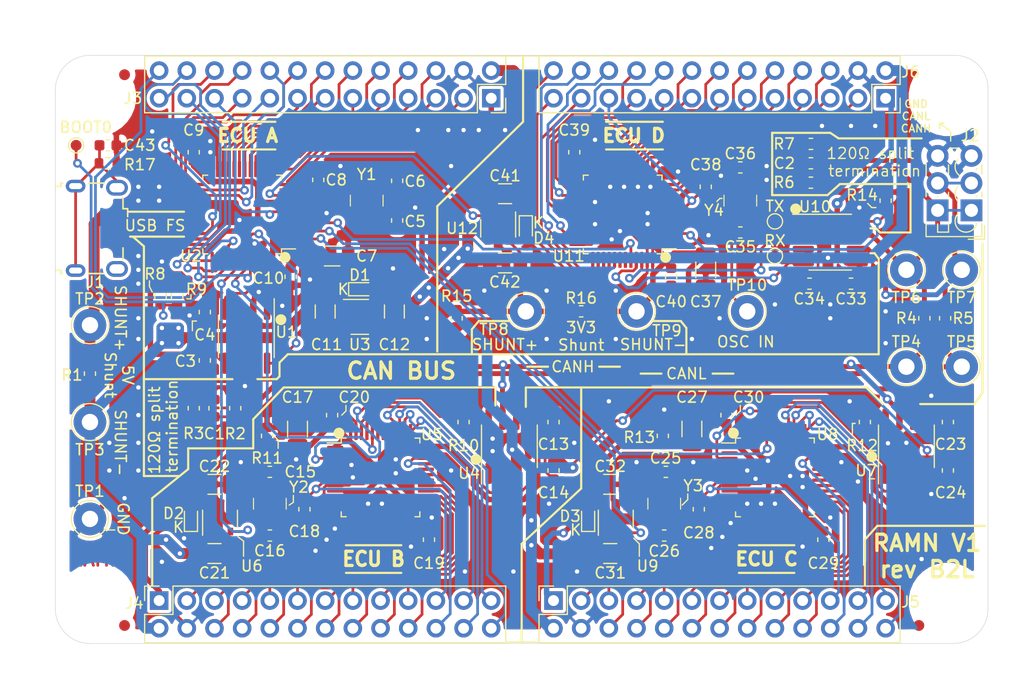
<source format=kicad_pcb>
(kicad_pcb (version 20171130) (host pcbnew "(5.1.9)-1")
  (layers (0 F.Cu signal) (31 B.Cu signal) (34 B.Paste user hide) (35 F.Paste user hide) (36 B.SilkS user hide) (37 F.SilkS user) (38 B.Mask user hide) (39 F.Mask user hide) (44 Edge.Cuts user))
  (net 0 "")
  (net 1 GND)
  (net 2 "Net-(C2-Pad1)")
  (net 3 +5V)
  (net 4 /usb_uc/USB_D+)
  (net 5 /usb_uc/USB_D-)
  (net 6 /usb_uc/nRST)
  (net 7 /usb_uc/SYS_JTDO-SWO)
  (net 8 /usb_uc/SYS_JTCK-SWCLK)
  (net 9 /usb_uc/SYS_JTMS-SWDIO)
  (net 10 /usb_uc/SYS_JTDI)
  (net 11 /usb_uc/SYS_JTRST)
  (net 12 /usb_uc/BOOT0)
  (net 13 /usb_uc/CAN_STB)
  (net 14 /usb_uc/CAN1_RX)
  (net 15 /usb_uc/CAN1_TX)
  (net 16 /usb_uc/PA8)
  (net 17 /usb_uc/PB15)
  (net 18 /usb_uc/PB14)
  (net 19 /usb_uc/PB13)
  (net 20 /usb_uc/PB12)
  (net 21 /usb_uc/PB11)
  (net 22 /usb_uc/PB10)
  (net 23 /usb_uc/PB2)
  (net 24 /usb_uc/PB1)
  (net 25 /usb_uc/PB0)
  (net 26 /usb_uc/PA7)
  (net 27 /usb_uc/PA6)
  (net 28 /usb_uc/PA5)
  (net 29 /usb_uc/PA4)
  (net 30 /usb_uc/PA3)
  (net 31 /usb_uc/PA2)
  (net 32 /usb_uc/PA1)
  (net 33 /usb_uc/3V3_ECU)
  (net 34 "Net-(J1-Pad1)")
  (net 35 /usb_uc/ECU_3_EN)
  (net 36 /usb_uc/ECU_2_EN)
  (net 37 /usb_uc/ECU_1_EN)
  (net 38 "Net-(C25-Pad1)")
  (net 39 "Net-(C26-Pad1)")
  (net 40 "Net-(C35-Pad1)")
  (net 41 "Net-(C36-Pad1)")
  (net 42 "Net-(J1-Pad4)")
  (net 43 "Net-(U5-Pad43)")
  (net 44 "Net-(U5-Pad42)")
  (net 45 "Net-(U5-Pad41)")
  (net 46 "Net-(U5-Pad33)")
  (net 47 "Net-(U5-Pad32)")
  (net 48 "Net-(U5-Pad31)")
  (net 49 "Net-(U5-Pad10)")
  (net 50 "Net-(U5-Pad4)")
  (net 51 "Net-(U6-Pad4)")
  (net 52 "Net-(U8-Pad43)")
  (net 53 "Net-(U8-Pad42)")
  (net 54 "Net-(U8-Pad41)")
  (net 55 "Net-(U8-Pad33)")
  (net 56 "Net-(U8-Pad32)")
  (net 57 "Net-(U8-Pad31)")
  (net 58 "Net-(U8-Pad10)")
  (net 59 "Net-(U8-Pad4)")
  (net 60 "Net-(U9-Pad4)")
  (net 61 "Net-(U11-Pad43)")
  (net 62 "Net-(U11-Pad42)")
  (net 63 "Net-(U11-Pad41)")
  (net 64 "Net-(U11-Pad33)")
  (net 65 "Net-(U11-Pad32)")
  (net 66 "Net-(U11-Pad31)")
  (net 67 "Net-(U11-Pad10)")
  (net 68 "Net-(U11-Pad4)")
  (net 69 "Net-(U12-Pad4)")
  (net 70 "Net-(U5-Pad2)")
  (net 71 "Net-(U8-Pad2)")
  (net 72 "Net-(U11-Pad2)")
  (net 73 "Net-(C1-Pad1)")
  (net 74 "Net-(C5-Pad1)")
  (net 75 "Net-(C6-Pad1)")
  (net 76 "Net-(C15-Pad1)")
  (net 77 "Net-(C16-Pad1)")
  (net 78 "Net-(U2-Pad31)")
  (net 79 "Net-(U2-Pad30)")
  (net 80 "Net-(U3-Pad4)")
  (net 81 /ECUB/3V3_ECU)
  (net 82 /ECUB/nRST)
  (net 83 /ECUC/3V3_ECU)
  (net 84 /ECUC/nRST)
  (net 85 /ECUD/3V3_ECU)
  (net 86 /ECUD/nRST)
  (net 87 /ECUD/sheet5D7F273B/3.3V)
  (net 88 /ECUD/CANL_IN)
  (net 89 /ECUD/CANH_IN)
  (net 90 /ECUB/PA1)
  (net 91 /ECUB/PA2)
  (net 92 /ECUB/PA3)
  (net 93 /ECUB/PA4)
  (net 94 /ECUB/PA5)
  (net 95 /ECUB/PA6)
  (net 96 /ECUB/PA7)
  (net 97 /ECUB/PB0)
  (net 98 /ECUB/PB1)
  (net 99 /ECUB/PB2)
  (net 100 /ECUB/PB10)
  (net 101 /ECUB/PB11)
  (net 102 /ECUB/PB12)
  (net 103 /ECUB/PB13)
  (net 104 /ECUB/PB14)
  (net 105 /ECUB/PB15)
  (net 106 /ECUB/PA8)
  (net 107 /ECUB/SYS_JTMS-SWDIO)
  (net 108 /ECUB/SYS_JTDI)
  (net 109 /ECUB/SYS_JTCK-SWCLK)
  (net 110 /ECUB/SYS_JTDO-SWO)
  (net 111 /ECUB/SYS_JTRST)
  (net 112 /ECUC/PA1)
  (net 113 /ECUC/PA2)
  (net 114 /ECUC/PA3)
  (net 115 /ECUC/PA4)
  (net 116 /ECUC/PA5)
  (net 117 /ECUC/PA6)
  (net 118 /ECUC/PA7)
  (net 119 /ECUC/PB0)
  (net 120 /ECUC/PB1)
  (net 121 /ECUC/PB2)
  (net 122 /ECUC/PB10)
  (net 123 /ECUC/PB11)
  (net 124 /ECUC/PB12)
  (net 125 /ECUC/PB13)
  (net 126 /ECUC/PB14)
  (net 127 /ECUC/PB15)
  (net 128 /ECUC/PA8)
  (net 129 /ECUC/SYS_JTMS-SWDIO)
  (net 130 /ECUC/SYS_JTDI)
  (net 131 /ECUC/SYS_JTCK-SWCLK)
  (net 132 /ECUC/SYS_JTDO-SWO)
  (net 133 /ECUC/SYS_JTRST)
  (net 134 /ECUD/PA1)
  (net 135 /ECUD/PA2)
  (net 136 /ECUD/PA3)
  (net 137 /ECUD/PA4)
  (net 138 /ECUD/PA5)
  (net 139 /ECUD/PA6)
  (net 140 /ECUD/PA7)
  (net 141 /ECUD/PB0)
  (net 142 /ECUD/PB1)
  (net 143 /ECUD/PB2)
  (net 144 /ECUD/PB10)
  (net 145 /ECUD/PB11)
  (net 146 /ECUD/PB12)
  (net 147 /ECUD/PB13)
  (net 148 /ECUD/PB14)
  (net 149 /ECUD/PB15)
  (net 150 /ECUD/PA8)
  (net 151 /ECUD/SYS_JTMS-SWDIO)
  (net 152 /ECUD/SYS_JTDI)
  (net 153 /ECUD/SYS_JTCK-SWCLK)
  (net 154 /ECUD/SYS_JTDO-SWO)
  (net 155 /ECUD/SYS_JTRST)
  (net 156 /ECUB/CANH_IN)
  (net 157 /ECUB/CANL_IN)
  (net 158 /ECUB/CAN_STB)
  (net 159 /ECUC/CAN_STB)
  (net 160 /ECUD/CAN_STB)
  (net 161 /ECUD/CAN1_TX)
  (net 162 /ECUD/CAN1_RX)
  (net 163 /ECUC/BOOT0)
  (net 164 /ECUD/BOOT0)
  (net 165 /ECUB/BOOT0)
  (net 166 /ECUB/CAN1_RX)
  (net 167 /ECUB/CAN1_TX)
  (net 168 /ECUC/CAN1_RX)
  (net 169 /ECUC/CAN1_TX)
  (net 170 "Net-(C43-Pad1)")
  (net 171 "Net-(U5-Pad30)")
  (net 172 "Net-(U8-Pad30)")
  (net 173 "Net-(U11-Pad30)")
  (module Resistor_SMD:R_0603_1608Metric (layer F.Cu) (at 45.466 53.086)
    (fp_text reference R17 (at 2.921 0.127) (layer F.SilkS))
    (fp_text value 10k)
    (pad 2 smd roundrect (at 0.825 0) (size 0.8 0.95) (layers F.Cu F.Paste F.Mask) (net 1 GND))
    (pad 1 smd roundrect (at -0.825 0) (size 0.8 0.95) (layers F.Cu F.Paste F.Mask) (net 170 "Net-(C43-Pad1)"))
  )
  (module Capacitor_SMD:C_0603_1608Metric (layer F.Cu) (at 45.466 51.435)
    (fp_text reference C43 (at 2.921 0) (layer F.SilkS))
    (fp_text value 100nF)
    (pad 2 smd roundrect (at 0.775 0) (size 0.9 0.95) (layers F.Cu F.Paste F.Mask) (net 1 GND))
    (pad 1 smd roundrect (at -0.775 0) (size 0.9 0.95) (layers F.Cu F.Paste F.Mask) (net 170 "Net-(C43-Pad1)"))
  )
  (module Diode_SMD:D_SOD-523 (layer F.Cu) (at 83.82 59.055 270)
    (fp_text reference D4 (at 0.889 -1.651 180) (layer F.SilkS))
    (fp_text value D_Schottky)
    (pad 1 smd rect (at -0.7 0 90) (size 0.6 0.7) (layers F.Cu F.Paste F.Mask) (net 3 +5V))
    (pad 2 smd rect (at 0.7 0 90) (size 0.6 0.7) (layers F.Cu F.Paste F.Mask) (net 87 /ECUD/sheet5D7F273B/3.3V))
  )
  (module Diode_SMD:D_SOD-523 (layer F.Cu) (at 89.535 85.725 90)
    (fp_text reference D3 (at 0.254 -1.651 180) (layer F.SilkS))
    (fp_text value D_Schottky)
    (pad 1 smd rect (at -0.7 0 270) (size 0.6 0.7) (layers F.Cu F.Paste F.Mask) (net 3 +5V))
    (pad 2 smd rect (at 0.7 0 270) (size 0.6 0.7) (layers F.Cu F.Paste F.Mask) (net 83 /ECUC/3V3_ECU))
  )
  (module Diode_SMD:D_SOD-523 (layer F.Cu) (at 53.086 85.725 90)
    (fp_text reference D2 (at 0.508 -1.5875 180) (layer F.SilkS))
    (fp_text value D_Schottky)
    (pad 1 smd rect (at -0.7 0 270) (size 0.6 0.7) (layers F.Cu F.Paste F.Mask) (net 3 +5V))
    (pad 2 smd rect (at 0.7 0 270) (size 0.6 0.7) (layers F.Cu F.Paste F.Mask) (net 81 /ECUB/3V3_ECU))
  )
  (module Diode_SMD:D_SOD-523 (layer F.Cu) (at 68.707 64.643)
    (fp_text reference D1 (at -0.127 -1.3) (layer F.SilkS))
    (fp_text value D_Schottky)
    (pad 1 smd rect (at -0.7 0 180) (size 0.6 0.7) (layers F.Cu F.Paste F.Mask) (net 3 +5V))
    (pad 2 smd rect (at 0.7 0 180) (size 0.6 0.7) (layers F.Cu F.Paste F.Mask) (net 33 /usb_uc/3V3_ECU))
  )
  (module Capacitor_SMD:C_1206_3216Metric (layer F.Cu) (at 100.33 62.865 270)
    (fp_text reference C37 (at 2.921 0 180) (layer F.SilkS))
    (fp_text value 10uF)
    (pad 2 smd roundrect (at 1.475 0 270) (size 1.15 1.8) (layers F.Cu F.Paste F.Mask) (roundrect_rratio 0.2173904347826087) (net 1 GND))
    (pad 1 smd roundrect (at -1.475 0 270) (size 1.15 1.8) (layers F.Cu F.Paste F.Mask) (roundrect_rratio 0.2173904347826087) (net 85 /ECUD/3V3_ECU))
  )
  (module Capacitor_SMD:C_1206_3216Metric (layer F.Cu) (at 99.06 77.47 90)
    (fp_text reference C27 (at 2.921 0 180) (layer F.SilkS))
    (fp_text value 10uF)
    (pad 2 smd roundrect (at 1.475 0 90) (size 1.15 1.8) (layers F.Cu F.Paste F.Mask) (roundrect_rratio 0.2173904347826087) (net 1 GND))
    (pad 1 smd roundrect (at -1.475 0 90) (size 1.15 1.8) (layers F.Cu F.Paste F.Mask) (roundrect_rratio 0.2173904347826087) (net 83 /ECUC/3V3_ECU))
  )
  (module Capacitor_SMD:C_1206_3216Metric (layer F.Cu) (at 62.865 77.47 90)
    (fp_text reference C17 (at 2.921 0 180) (layer F.SilkS))
    (fp_text value 10uF)
    (pad 2 smd roundrect (at 1.475 0 90) (size 1.15 1.8) (layers F.Cu F.Paste F.Mask) (roundrect_rratio 0.2173904347826087) (net 1 GND))
    (pad 1 smd roundrect (at -1.475 0 90) (size 1.15 1.8) (layers F.Cu F.Paste F.Mask) (roundrect_rratio 0.2173904347826087) (net 81 /ECUB/3V3_ECU))
  )
  (module Capacitor_SMD:C_1206_3216Metric (layer F.Cu) (at 66.04 61.595)
    (fp_text reference C7 (at 3.175 0) (layer F.SilkS))
    (fp_text value 10uF)
    (pad 2 smd roundrect (at 1.475 0) (size 1.15 1.8) (layers F.Cu F.Paste F.Mask) (roundrect_rratio 0.2173904347826087) (net 1 GND))
    (pad 1 smd roundrect (at -1.475 0) (size 1.15 1.8) (layers F.Cu F.Paste F.Mask) (roundrect_rratio 0.2173904347826087) (net 33 /usb_uc/3V3_ECU))
  )
  (module Fiducial:Fiducial_1mm_Mask2mm (layer F.Cu) (at 46.99 44.958)
    (fp_text reference FID3 hide)
    (fp_text value Fiducial)
    (pad "" smd circle (at 0 0) (size 1 1) (layers F.Cu F.Mask) (clearance 0.5))
  )
  (module Fiducial:Fiducial_1mm_Mask2mm (layer F.Cu) (at 119.888 95.504)
    (fp_text reference FID2 hide)
    (fp_text value Fiducial)
    (pad "" smd circle (at 0 0) (size 1 1) (layers F.Cu F.Mask) (clearance 0.5))
  )
  (module Fiducial:Fiducial_1mm_Mask2mm (layer F.Cu) (at 46.99 95.504)
    (fp_text reference FID1 hide)
    (fp_text value Fiducial)
    (pad "" smd circle (at 0 0) (size 1 1) (layers F.Cu F.Mask) (clearance 0.5))
  )
  (module Resistor_SMD:R_0603_1608Metric (layer F.Cu) (at 50.292 65.278 270)
    (fp_text reference R8 (at -2.032 0.508) (layer F.SilkS))
    (fp_text value DNM)
    (pad 1 smd roundrect (at -0.825 0 270) (size 0.8 0.95) (layers F.Cu F.Paste F.Mask) (net 33 /usb_uc/3V3_ECU))
    (pad 2 smd roundrect (at 0.825 0 270) (size 0.8 0.95) (layers F.Cu F.Paste F.Mask) (net 12 /usb_uc/BOOT0))
  )
  (module Resistor_SMD:R_0603_1608Metric (layer F.Cu) (at 51.816 65.278 90)
    (fp_text reference R9 (at 0.635 1.778 180) (layer F.SilkS))
    (fp_text value 10k)
    (pad 1 smd roundrect (at -0.825 0 90) (size 0.8 0.95) (layers F.Cu F.Paste F.Mask) (net 12 /usb_uc/BOOT0))
    (pad 2 smd roundrect (at 0.825 0 90) (size 0.8 0.95) (layers F.Cu F.Paste F.Mask) (net 1 GND))
  )
  (module TerminalBlock_Phoenix:TerminalBlock_Phoenix_PTSM-0,5-3-2.5-V-THR_1x03_P2.50mm_Vertical (layer F.Cu) (at 124.714 57.404 90)
    (fp_text reference J2 (at 6.858 -0.127 180) (layer F.SilkS))
    (fp_text value Screw_Terminal_01x03)
    (pad 3 thru_hole circle (at 5 -3.1 90) (size 2 2) (drill 1.2) (layers *.Cu *.Mask) (net 1 GND))
    (pad 3 thru_hole circle (at 5 0 90) (size 2 2) (drill 1.2) (layers *.Cu *.Mask) (net 1 GND))
    (pad 2 thru_hole circle (at 2.5 -3.1 90) (size 2 2) (drill 1.2) (layers *.Cu *.Mask) (net 88 /ECUD/CANL_IN))
    (pad 2 thru_hole circle (at 2.5 0 90) (size 2 2) (drill 1.2) (layers *.Cu *.Mask) (net 88 /ECUD/CANL_IN))
    (pad 1 thru_hole rect (at 0 -3.1 90) (size 2 2) (drill 1.2) (layers *.Cu *.Mask) (net 89 /ECUD/CANH_IN))
    (pad 1 thru_hole rect (at 0 0 90) (size 2 2) (drill 1.2) (layers *.Cu *.Mask) (net 89 /ECUD/CANH_IN))
  )
  (module Resistor_SMD:R_0603_1608Metric (layer F.Cu) (at 77.47 67.31 270)
    (fp_text reference R15 (at -2.032 0 180) (layer F.SilkS))
    (fp_text value 10k)
    (pad 2 smd roundrect (at 0.7875 0 270) (size 0.875 0.95) (layers F.Cu F.Paste F.Mask) (net 1 GND))
    (pad 1 smd roundrect (at -0.7875 0 270) (size 0.875 0.95) (layers F.Cu F.Paste F.Mask) (net 87 /ECUD/sheet5D7F273B/3.3V))
  )
  (module Resistor_SMD:R_0603_1608Metric (layer F.Cu) (at 96.393 78.105 90)
    (fp_text reference R13 (at -0.127 -2.159 180) (layer F.SilkS))
    (fp_text value 10k)
    (pad 2 smd roundrect (at 0.7875 0 90) (size 0.875 0.95) (layers F.Cu F.Paste F.Mask) (net 1 GND))
    (pad 1 smd roundrect (at -0.7875 0 90) (size 0.875 0.95) (layers F.Cu F.Paste F.Mask) (net 83 /ECUC/3V3_ECU))
  )
  (module Resistor_SMD:R_0603_1608Metric (layer F.Cu) (at 60.071 78.105 90)
    (fp_text reference R11 (at -2.032 0 180) (layer F.SilkS))
    (fp_text value 10k)
    (pad 1 smd roundrect (at -0.7875 0 90) (size 0.875 0.95) (layers F.Cu F.Paste F.Mask) (net 81 /ECUB/3V3_ECU))
    (pad 2 smd roundrect (at 0.7875 0 90) (size 0.875 0.95) (layers F.Cu F.Paste F.Mask) (net 1 GND))
  )
  (module Capacitor_SMD:C_0603_1608Metric (layer F.Cu) (at 74.93 87.63 270)
    (fp_text reference C19 (at 2.159 0 180) (layer F.SilkS))
    (fp_text value 100nF)
    (pad 2 smd roundrect (at 0.7875 0 270) (size 0.875 0.95) (layers F.Cu F.Paste F.Mask) (net 1 GND))
    (pad 1 smd roundrect (at -0.7875 0 270) (size 0.875 0.95) (layers F.Cu F.Paste F.Mask) (net 81 /ECUB/3V3_ECU))
  )
  (module Package_QFP:LQFP-48_7x7mm_P0.5mm (layer F.Cu) (at 70.485 81.915)
    (fp_text reference U5 (at 4.699 -3.937) (layer F.SilkS))
    (fp_text value STM32L443CCTx)
    (pad 1 smd roundrect (at -4.1625 -2.75) (size 1.475 0.3) (layers F.Cu F.Paste F.Mask) (net 81 /ECUB/3V3_ECU))
    (pad 2 smd roundrect (at -4.1625 -2.25) (size 1.475 0.3) (layers F.Cu F.Paste F.Mask) (net 70 "Net-(U5-Pad2)"))
    (pad 3 smd roundrect (at -4.1625 -1.75) (size 1.475 0.3) (layers F.Cu F.Paste F.Mask) (net 158 /ECUB/CAN_STB))
    (pad 4 smd roundrect (at -4.1625 -1.25) (size 1.475 0.3) (layers F.Cu F.Paste F.Mask) (net 50 "Net-(U5-Pad4)"))
    (pad 5 smd roundrect (at -4.1625 -0.75) (size 1.475 0.3) (layers F.Cu F.Paste F.Mask) (net 76 "Net-(C15-Pad1)"))
    (pad 6 smd roundrect (at -4.1625 -0.25) (size 1.475 0.3) (layers F.Cu F.Paste F.Mask) (net 77 "Net-(C16-Pad1)"))
    (pad 7 smd roundrect (at -4.1625 0.25) (size 1.475 0.3) (layers F.Cu F.Paste F.Mask) (net 82 /ECUB/nRST))
    (pad 8 smd roundrect (at -4.1625 0.75) (size 1.475 0.3) (layers F.Cu F.Paste F.Mask) (net 1 GND))
    (pad 9 smd roundrect (at -4.1625 1.25) (size 1.475 0.3) (layers F.Cu F.Paste F.Mask) (net 81 /ECUB/3V3_ECU))
    (pad 10 smd roundrect (at -4.1625 1.75) (size 1.475 0.3) (layers F.Cu F.Paste F.Mask) (net 49 "Net-(U5-Pad10)"))
    (pad 11 smd roundrect (at -4.1625 2.25) (size 1.475 0.3) (layers F.Cu F.Paste F.Mask) (net 90 /ECUB/PA1))
    (pad 12 smd roundrect (at -4.1625 2.75) (size 1.475 0.3) (layers F.Cu F.Paste F.Mask) (net 91 /ECUB/PA2))
    (pad 13 smd roundrect (at -2.75 4.1625) (size 0.3 1.475) (layers F.Cu F.Paste F.Mask) (net 92 /ECUB/PA3))
    (pad 14 smd roundrect (at -2.25 4.1625) (size 0.3 1.475) (layers F.Cu F.Paste F.Mask) (net 93 /ECUB/PA4))
    (pad 15 smd roundrect (at -1.75 4.1625) (size 0.3 1.475) (layers F.Cu F.Paste F.Mask) (net 94 /ECUB/PA5))
    (pad 16 smd roundrect (at -1.25 4.1625) (size 0.3 1.475) (layers F.Cu F.Paste F.Mask) (net 95 /ECUB/PA6))
    (pad 17 smd roundrect (at -0.75 4.1625) (size 0.3 1.475) (layers F.Cu F.Paste F.Mask) (net 96 /ECUB/PA7))
    (pad 18 smd roundrect (at -0.25 4.1625) (size 0.3 1.475) (layers F.Cu F.Paste F.Mask) (net 97 /ECUB/PB0))
    (pad 19 smd roundrect (at 0.25 4.1625) (size 0.3 1.475) (layers F.Cu F.Paste F.Mask) (net 98 /ECUB/PB1))
    (pad 20 smd roundrect (at 0.75 4.1625) (size 0.3 1.475) (layers F.Cu F.Paste F.Mask) (net 99 /ECUB/PB2))
    (pad 21 smd roundrect (at 1.25 4.1625) (size 0.3 1.475) (layers F.Cu F.Paste F.Mask) (net 100 /ECUB/PB10))
    (pad 22 smd roundrect (at 1.75 4.1625) (size 0.3 1.475) (layers F.Cu F.Paste F.Mask) (net 101 /ECUB/PB11))
    (pad 23 smd roundrect (at 2.25 4.1625) (size 0.3 1.475) (layers F.Cu F.Paste F.Mask) (net 1 GND))
    (pad 24 smd roundrect (at 2.75 4.1625) (size 0.3 1.475) (layers F.Cu F.Paste F.Mask) (net 81 /ECUB/3V3_ECU))
    (pad 25 smd roundrect (at 4.1625 2.75) (size 1.475 0.3) (layers F.Cu F.Paste F.Mask) (net 102 /ECUB/PB12))
    (pad 26 smd roundrect (at 4.1625 2.25) (size 1.475 0.3) (layers F.Cu F.Paste F.Mask) (net 103 /ECUB/PB13))
    (pad 27 smd roundrect (at 4.1625 1.75) (size 1.475 0.3) (layers F.Cu F.Paste F.Mask) (net 104 /ECUB/PB14))
    (pad 28 smd roundrect (at 4.1625 1.25) (size 1.475 0.3) (layers F.Cu F.Paste F.Mask) (net 105 /ECUB/PB15))
    (pad 29 smd roundrect (at 4.1625 0.75) (size 1.475 0.3) (layers F.Cu F.Paste F.Mask) (net 106 /ECUB/PA8))
    (pad 30 smd roundrect (at 4.1625 0.25) (size 1.475 0.3) (layers F.Cu F.Paste F.Mask) (net 171 "Net-(U5-Pad30)"))
    (pad 31 smd roundrect (at 4.1625 -0.25) (size 1.475 0.3) (layers F.Cu F.Paste F.Mask) (net 48 "Net-(U5-Pad31)"))
    (pad 32 smd roundrect (at 4.1625 -0.75) (size 1.475 0.3) (layers F.Cu F.Paste F.Mask) (net 47 "Net-(U5-Pad32)"))
    (pad 33 smd roundrect (at 4.1625 -1.25) (size 1.475 0.3) (layers F.Cu F.Paste F.Mask) (net 46 "Net-(U5-Pad33)"))
    (pad 34 smd roundrect (at 4.1625 -1.75) (size 1.475 0.3) (layers F.Cu F.Paste F.Mask) (net 107 /ECUB/SYS_JTMS-SWDIO))
    (pad 35 smd roundrect (at 4.1625 -2.25) (size 1.475 0.3) (layers F.Cu F.Paste F.Mask) (net 1 GND))
    (pad 36 smd roundrect (at 4.1625 -2.75) (size 1.475 0.3) (layers F.Cu F.Paste F.Mask) (net 81 /ECUB/3V3_ECU))
    (pad 37 smd roundrect (at 2.75 -4.1625) (size 0.3 1.475) (layers F.Cu F.Paste F.Mask) (net 109 /ECUB/SYS_JTCK-SWCLK))
    (pad 38 smd roundrect (at 2.25 -4.1625) (size 0.3 1.475) (layers F.Cu F.Paste F.Mask) (net 108 /ECUB/SYS_JTDI))
    (pad 39 smd roundrect (at 1.75 -4.1625) (size 0.3 1.475) (layers F.Cu F.Paste F.Mask) (net 110 /ECUB/SYS_JTDO-SWO))
    (pad 40 smd roundrect (at 1.25 -4.1625) (size 0.3 1.475) (layers F.Cu F.Paste F.Mask) (net 111 /ECUB/SYS_JTRST))
    (pad 41 smd roundrect (at 0.75 -4.1625) (size 0.3 1.475) (layers F.Cu F.Paste F.Mask) (net 45 "Net-(U5-Pad41)"))
    (pad 42 smd roundrect (at 0.25 -4.1625) (size 0.3 1.475) (layers F.Cu F.Paste F.Mask) (net 44 "Net-(U5-Pad42)"))
    (pad 43 smd roundrect (at -0.25 -4.1625) (size 0.3 1.475) (layers F.Cu F.Paste F.Mask) (net 43 "Net-(U5-Pad43)"))
    (pad 44 smd roundrect (at -0.75 -4.1625) (size 0.3 1.475) (layers F.Cu F.Paste F.Mask) (net 165 /ECUB/BOOT0))
    (pad 45 smd roundrect (at -1.25 -4.1625) (size 0.3 1.475) (layers F.Cu F.Paste F.Mask) (net 166 /ECUB/CAN1_RX))
    (pad 46 smd roundrect (at -1.75 -4.1625) (size 0.3 1.475) (layers F.Cu F.Paste F.Mask) (net 167 /ECUB/CAN1_TX))
    (pad 47 smd roundrect (at -2.25 -4.1625) (size 0.3 1.475) (layers F.Cu F.Paste F.Mask) (net 1 GND))
    (pad 48 smd roundrect (at -2.75 -4.1625) (size 0.3 1.475) (layers F.Cu F.Paste F.Mask) (net 81 /ECUB/3V3_ECU))
  )
  (module TestPoint:TestPoint_Loop_D2.54mm_Drill1.5mm_Beaded (layer F.Cu) (at 43.815 85.725)
    (fp_text reference TP1 (at 0 -2.54) (layer F.SilkS))
    (fp_text value " ")
    (pad 1 thru_hole circle (at 0 0) (size 3 3) (drill 1.5) (layers *.Cu *.Mask) (net 1 GND))
  )
  (module Connector_PinSocket_2.54mm:PinSocket_2x13_P2.54mm_Vertical (layer F.Cu) (at 86.36 93.218 90)
    (fp_text reference J5 (at -0.127 32.766 180) (layer F.SilkS))
    (fp_text value " ")
    (pad 1 thru_hole rect (at 0 0 90) (size 1.7 1.7) (drill 1) (layers *.Cu *.Mask) (net 83 /ECUC/3V3_ECU))
    (pad 2 thru_hole oval (at -2.54 0 90) (size 1.7 1.7) (drill 1) (layers *.Cu *.Mask) (net 3 +5V))
    (pad 3 thru_hole oval (at 0 2.54 90) (size 1.7 1.7) (drill 1) (layers *.Cu *.Mask) (net 112 /ECUC/PA1))
    (pad 4 thru_hole oval (at -2.54 2.54 90) (size 1.7 1.7) (drill 1) (layers *.Cu *.Mask) (net 1 GND))
    (pad 5 thru_hole oval (at 0 5.08 90) (size 1.7 1.7) (drill 1) (layers *.Cu *.Mask) (net 113 /ECUC/PA2))
    (pad 6 thru_hole oval (at -2.54 5.08 90) (size 1.7 1.7) (drill 1) (layers *.Cu *.Mask) (net 114 /ECUC/PA3))
    (pad 7 thru_hole oval (at 0 7.62 90) (size 1.7 1.7) (drill 1) (layers *.Cu *.Mask) (net 115 /ECUC/PA4))
    (pad 8 thru_hole oval (at -2.54 7.62 90) (size 1.7 1.7) (drill 1) (layers *.Cu *.Mask) (net 116 /ECUC/PA5))
    (pad 9 thru_hole oval (at 0 10.16 90) (size 1.7 1.7) (drill 1) (layers *.Cu *.Mask) (net 117 /ECUC/PA6))
    (pad 10 thru_hole oval (at -2.54 10.16 90) (size 1.7 1.7) (drill 1) (layers *.Cu *.Mask) (net 118 /ECUC/PA7))
    (pad 11 thru_hole oval (at 0 12.7 90) (size 1.7 1.7) (drill 1) (layers *.Cu *.Mask) (net 119 /ECUC/PB0))
    (pad 12 thru_hole oval (at -2.54 12.7 90) (size 1.7 1.7) (drill 1) (layers *.Cu *.Mask) (net 120 /ECUC/PB1))
    (pad 13 thru_hole oval (at 0 15.24 90) (size 1.7 1.7) (drill 1) (layers *.Cu *.Mask) (net 121 /ECUC/PB2))
    (pad 14 thru_hole oval (at -2.54 15.24 90) (size 1.7 1.7) (drill 1) (layers *.Cu *.Mask) (net 122 /ECUC/PB10))
    (pad 15 thru_hole oval (at 0 17.78 90) (size 1.7 1.7) (drill 1) (layers *.Cu *.Mask) (net 123 /ECUC/PB11))
    (pad 16 thru_hole oval (at -2.54 17.78 90) (size 1.7 1.7) (drill 1) (layers *.Cu *.Mask) (net 124 /ECUC/PB12))
    (pad 17 thru_hole oval (at 0 20.32 90) (size 1.7 1.7) (drill 1) (layers *.Cu *.Mask) (net 125 /ECUC/PB13))
    (pad 18 thru_hole oval (at -2.54 20.32 90) (size 1.7 1.7) (drill 1) (layers *.Cu *.Mask) (net 126 /ECUC/PB14))
    (pad 19 thru_hole oval (at 0 22.86 90) (size 1.7 1.7) (drill 1) (layers *.Cu *.Mask) (net 127 /ECUC/PB15))
    (pad 20 thru_hole oval (at -2.54 22.86 90) (size 1.7 1.7) (drill 1) (layers *.Cu *.Mask) (net 128 /ECUC/PA8))
    (pad 21 thru_hole oval (at 0 25.4 90) (size 1.7 1.7) (drill 1) (layers *.Cu *.Mask) (net 84 /ECUC/nRST))
    (pad 22 thru_hole oval (at -2.54 25.4 90) (size 1.7 1.7) (drill 1) (layers *.Cu *.Mask) (net 129 /ECUC/SYS_JTMS-SWDIO))
    (pad 23 thru_hole oval (at 0 27.94 90) (size 1.7 1.7) (drill 1) (layers *.Cu *.Mask) (net 130 /ECUC/SYS_JTDI))
    (pad 24 thru_hole oval (at -2.54 27.94 90) (size 1.7 1.7) (drill 1) (layers *.Cu *.Mask) (net 131 /ECUC/SYS_JTCK-SWCLK))
    (pad 25 thru_hole oval (at 0 30.48 90) (size 1.7 1.7) (drill 1) (layers *.Cu *.Mask) (net 132 /ECUC/SYS_JTDO-SWO))
    (pad 26 thru_hole oval (at -2.54 30.48 90) (size 1.7 1.7) (drill 1) (layers *.Cu *.Mask) (net 133 /ECUC/SYS_JTRST))
  )
  (module Connector_PinSocket_2.54mm:PinSocket_2x13_P2.54mm_Vertical (layer F.Cu) (at 50.165 93.218 90)
    (fp_text reference J4 (at -0.254 -2.286 180) (layer F.SilkS))
    (fp_text value " ")
    (pad 1 thru_hole rect (at 0 0 90) (size 1.7 1.7) (drill 1) (layers *.Cu *.Mask) (net 81 /ECUB/3V3_ECU))
    (pad 2 thru_hole oval (at -2.54 0 90) (size 1.7 1.7) (drill 1) (layers *.Cu *.Mask) (net 3 +5V))
    (pad 3 thru_hole oval (at 0 2.54 90) (size 1.7 1.7) (drill 1) (layers *.Cu *.Mask) (net 90 /ECUB/PA1))
    (pad 4 thru_hole oval (at -2.54 2.54 90) (size 1.7 1.7) (drill 1) (layers *.Cu *.Mask) (net 1 GND))
    (pad 5 thru_hole oval (at 0 5.08 90) (size 1.7 1.7) (drill 1) (layers *.Cu *.Mask) (net 91 /ECUB/PA2))
    (pad 6 thru_hole oval (at -2.54 5.08 90) (size 1.7 1.7) (drill 1) (layers *.Cu *.Mask) (net 92 /ECUB/PA3))
    (pad 7 thru_hole oval (at 0 7.62 90) (size 1.7 1.7) (drill 1) (layers *.Cu *.Mask) (net 93 /ECUB/PA4))
    (pad 8 thru_hole oval (at -2.54 7.62 90) (size 1.7 1.7) (drill 1) (layers *.Cu *.Mask) (net 94 /ECUB/PA5))
    (pad 9 thru_hole oval (at 0 10.16 90) (size 1.7 1.7) (drill 1) (layers *.Cu *.Mask) (net 95 /ECUB/PA6))
    (pad 10 thru_hole oval (at -2.54 10.16 90) (size 1.7 1.7) (drill 1) (layers *.Cu *.Mask) (net 96 /ECUB/PA7))
    (pad 11 thru_hole oval (at 0 12.7 90) (size 1.7 1.7) (drill 1) (layers *.Cu *.Mask) (net 97 /ECUB/PB0))
    (pad 12 thru_hole oval (at -2.54 12.7 90) (size 1.7 1.7) (drill 1) (layers *.Cu *.Mask) (net 98 /ECUB/PB1))
    (pad 13 thru_hole oval (at 0 15.24 90) (size 1.7 1.7) (drill 1) (layers *.Cu *.Mask) (net 99 /ECUB/PB2))
    (pad 14 thru_hole oval (at -2.54 15.24 90) (size 1.7 1.7) (drill 1) (layers *.Cu *.Mask) (net 100 /ECUB/PB10))
    (pad 15 thru_hole oval (at 0 17.78 90) (size 1.7 1.7) (drill 1) (layers *.Cu *.Mask) (net 101 /ECUB/PB11))
    (pad 16 thru_hole oval (at -2.54 17.78 90) (size 1.7 1.7) (drill 1) (layers *.Cu *.Mask) (net 102 /ECUB/PB12))
    (pad 17 thru_hole oval (at 0 20.32 90) (size 1.7 1.7) (drill 1) (layers *.Cu *.Mask) (net 103 /ECUB/PB13))
    (pad 18 thru_hole oval (at -2.54 20.32 90) (size 1.7 1.7) (drill 1) (layers *.Cu *.Mask) (net 104 /ECUB/PB14))
    (pad 19 thru_hole oval (at 0 22.86 90) (size 1.7 1.7) (drill 1) (layers *.Cu *.Mask) (net 105 /ECUB/PB15))
    (pad 20 thru_hole oval (at -2.54 22.86 90) (size 1.7 1.7) (drill 1) (layers *.Cu *.Mask) (net 106 /ECUB/PA8))
    (pad 21 thru_hole oval (at 0 25.4 90) (size 1.7 1.7) (drill 1) (layers *.Cu *.Mask) (net 82 /ECUB/nRST))
    (pad 22 thru_hole oval (at -2.54 25.4 90) (size 1.7 1.7) (drill 1) (layers *.Cu *.Mask) (net 107 /ECUB/SYS_JTMS-SWDIO))
    (pad 23 thru_hole oval (at 0 27.94 90) (size 1.7 1.7) (drill 1) (layers *.Cu *.Mask) (net 108 /ECUB/SYS_JTDI))
    (pad 24 thru_hole oval (at -2.54 27.94 90) (size 1.7 1.7) (drill 1) (layers *.Cu *.Mask) (net 109 /ECUB/SYS_JTCK-SWCLK))
    (pad 25 thru_hole oval (at 0 30.48 90) (size 1.7 1.7) (drill 1) (layers *.Cu *.Mask) (net 110 /ECUB/SYS_JTDO-SWO))
    (pad 26 thru_hole oval (at -2.54 30.48 90) (size 1.7 1.7) (drill 1) (layers *.Cu *.Mask) (net 111 /ECUB/SYS_JTRST))
  )
  (module Connector_PinSocket_2.54mm:PinSocket_2x13_P2.54mm_Vertical (layer F.Cu) (at 116.84 47.117 270)
    (fp_text reference J6 (at -2.413 -2.286 180) (layer F.SilkS))
    (fp_text value " ")
    (pad 1 thru_hole rect (at 0 0 270) (size 1.7 1.7) (drill 1) (layers *.Cu *.Mask) (net 85 /ECUD/3V3_ECU))
    (pad 2 thru_hole oval (at -2.54 0 270) (size 1.7 1.7) (drill 1) (layers *.Cu *.Mask) (net 3 +5V))
    (pad 3 thru_hole oval (at 0 2.54 270) (size 1.7 1.7) (drill 1) (layers *.Cu *.Mask) (net 134 /ECUD/PA1))
    (pad 4 thru_hole oval (at -2.54 2.54 270) (size 1.7 1.7) (drill 1) (layers *.Cu *.Mask) (net 1 GND))
    (pad 5 thru_hole oval (at 0 5.08 270) (size 1.7 1.7) (drill 1) (layers *.Cu *.Mask) (net 135 /ECUD/PA2))
    (pad 6 thru_hole oval (at -2.54 5.08 270) (size 1.7 1.7) (drill 1) (layers *.Cu *.Mask) (net 136 /ECUD/PA3))
    (pad 7 thru_hole oval (at 0 7.62 270) (size 1.7 1.7) (drill 1) (layers *.Cu *.Mask) (net 137 /ECUD/PA4))
    (pad 8 thru_hole oval (at -2.54 7.62 270) (size 1.7 1.7) (drill 1) (layers *.Cu *.Mask) (net 138 /ECUD/PA5))
    (pad 9 thru_hole oval (at 0 10.16 270) (size 1.7 1.7) (drill 1) (layers *.Cu *.Mask) (net 139 /ECUD/PA6))
    (pad 10 thru_hole oval (at -2.54 10.16 270) (size 1.7 1.7) (drill 1) (layers *.Cu *.Mask) (net 140 /ECUD/PA7))
    (pad 11 thru_hole oval (at 0 12.7 270) (size 1.7 1.7) (drill 1) (layers *.Cu *.Mask) (net 141 /ECUD/PB0))
    (pad 12 thru_hole oval (at -2.54 12.7 270) (size 1.7 1.7) (drill 1) (layers *.Cu *.Mask) (net 142 /ECUD/PB1))
    (pad 13 thru_hole oval (at 0 15.24 270) (size 1.7 1.7) (drill 1) (layers *.Cu *.Mask) (net 143 /ECUD/PB2))
    (pad 14 thru_hole oval (at -2.54 15.24 270) (size 1.7 1.7) (drill 1) (layers *.Cu *.Mask) (net 144 /ECUD/PB10))
    (pad 15 thru_hole oval (at 0 17.78 270) (size 1.7 1.7) (drill 1) (layers *.Cu *.Mask) (net 145 /ECUD/PB11))
    (pad 16 thru_hole oval (at -2.54 17.78 270) (size 1.7 1.7) (drill 1) (layers *.Cu *.Mask) (net 146 /ECUD/PB12))
    (pad 17 thru_hole oval (at 0 20.32 270) (size 1.7 1.7) (drill 1) (layers *.Cu *.Mask) (net 147 /ECUD/PB13))
    (pad 18 thru_hole oval (at -2.54 20.32 270) (size 1.7 1.7) (drill 1) (layers *.Cu *.Mask) (net 148 /ECUD/PB14))
    (pad 19 thru_hole oval (at 0 22.86 270) (size 1.7 1.7) (drill 1) (layers *.Cu *.Mask) (net 149 /ECUD/PB15))
    (pad 20 thru_hole oval (at -2.54 22.86 270) (size 1.7 1.7) (drill 1) (layers *.Cu *.Mask) (net 150 /ECUD/PA8))
    (pad 21 thru_hole oval (at 0 25.4 270) (size 1.7 1.7) (drill 1) (layers *.Cu *.Mask) (net 86 /ECUD/nRST))
    (pad 22 thru_hole oval (at -2.54 25.4 270) (size 1.7 1.7) (drill 1) (layers *.Cu *.Mask) (net 151 /ECUD/SYS_JTMS-SWDIO))
    (pad 23 thru_hole oval (at 0 27.94 270) (size 1.7 1.7) (drill 1) (layers *.Cu *.Mask) (net 152 /ECUD/SYS_JTDI))
    (pad 24 thru_hole oval (at -2.54 27.94 270) (size 1.7 1.7) (drill 1) (layers *.Cu *.Mask) (net 153 /ECUD/SYS_JTCK-SWCLK))
    (pad 25 thru_hole oval (at 0 30.48 270) (size 1.7 1.7) (drill 1) (layers *.Cu *.Mask) (net 154 /ECUD/SYS_JTDO-SWO))
    (pad 26 thru_hole oval (at -2.54 30.48 270) (size 1.7 1.7) (drill 1) (layers *.Cu *.Mask) (net 155 /ECUD/SYS_JTRST))
  )
  (module MountingHole:MountingHole_3.2mm_M3_ISO7380 (layer F.Cu) (at 122.555 46.99)
    (fp_text reference H4 hide)
    (fp_text value MountingHole)
    (pad "" np_thru_hole circle (at 0 0) (size 3.2 3.2) (drill 3.2) (layers *.Cu *.Mask) (clearance 2))
  )
  (module MountingHole:MountingHole_3.2mm_M3_ISO7380 (layer F.Cu) (at 44.45 93.345)
    (fp_text reference H2 hide)
    (fp_text value MountingHole)
    (pad "" np_thru_hole circle (at 0 0) (size 3.2 3.2) (drill 3.2) (layers *.Cu *.Mask) (clearance 2))
  )
  (module Connector_PinSocket_2.54mm:PinSocket_2x13_P2.54mm_Vertical (layer F.Cu) (at 80.645 47.117 270)
    (fp_text reference J3 (at 0 32.893 180) (layer F.SilkS))
    (fp_text value " ")
    (pad 26 thru_hole oval (at -2.54 30.48 270) (size 1.7 1.7) (drill 1) (layers *.Cu *.Mask) (net 11 /usb_uc/SYS_JTRST))
    (pad 25 thru_hole oval (at 0 30.48 270) (size 1.7 1.7) (drill 1) (layers *.Cu *.Mask) (net 7 /usb_uc/SYS_JTDO-SWO))
    (pad 24 thru_hole oval (at -2.54 27.94 270) (size 1.7 1.7) (drill 1) (layers *.Cu *.Mask) (net 8 /usb_uc/SYS_JTCK-SWCLK))
    (pad 23 thru_hole oval (at 0 27.94 270) (size 1.7 1.7) (drill 1) (layers *.Cu *.Mask) (net 10 /usb_uc/SYS_JTDI))
    (pad 22 thru_hole oval (at -2.54 25.4 270) (size 1.7 1.7) (drill 1) (layers *.Cu *.Mask) (net 9 /usb_uc/SYS_JTMS-SWDIO))
    (pad 21 thru_hole oval (at 0 25.4 270) (size 1.7 1.7) (drill 1) (layers *.Cu *.Mask) (net 6 /usb_uc/nRST))
    (pad 20 thru_hole oval (at -2.54 22.86 270) (size 1.7 1.7) (drill 1) (layers *.Cu *.Mask) (net 16 /usb_uc/PA8))
    (pad 19 thru_hole oval (at 0 22.86 270) (size 1.7 1.7) (drill 1) (layers *.Cu *.Mask) (net 17 /usb_uc/PB15))
    (pad 18 thru_hole oval (at -2.54 20.32 270) (size 1.7 1.7) (drill 1) (layers *.Cu *.Mask) (net 18 /usb_uc/PB14))
    (pad 17 thru_hole oval (at 0 20.32 270) (size 1.7 1.7) (drill 1) (layers *.Cu *.Mask) (net 19 /usb_uc/PB13))
    (pad 16 thru_hole oval (at -2.54 17.78 270) (size 1.7 1.7) (drill 1) (layers *.Cu *.Mask) (net 20 /usb_uc/PB12))
    (pad 15 thru_hole oval (at 0 17.78 270) (size 1.7 1.7) (drill 1) (layers *.Cu *.Mask) (net 21 /usb_uc/PB11))
    (pad 14 thru_hole oval (at -2.54 15.24 270) (size 1.7 1.7) (drill 1) (layers *.Cu *.Mask) (net 22 /usb_uc/PB10))
    (pad 13 thru_hole oval (at 0 15.24 270) (size 1.7 1.7) (drill 1) (layers *.Cu *.Mask) (net 23 /usb_uc/PB2))
    (pad 12 thru_hole oval (at -2.54 12.7 270) (size 1.7 1.7) (drill 1) (layers *.Cu *.Mask) (net 24 /usb_uc/PB1))
    (pad 11 thru_hole oval (at 0 12.7 270) (size 1.7 1.7) (drill 1) (layers *.Cu *.Mask) (net 25 /usb_uc/PB0))
    (pad 10 thru_hole oval (at -2.54 10.16 270) (size 1.7 1.7) (drill 1) (layers *.Cu *.Mask) (net 26 /usb_uc/PA7))
    (pad 9 thru_hole oval (at 0 10.16 270) (size 1.7 1.7) (drill 1) (layers *.Cu *.Mask) (net 27 /usb_uc/PA6))
    (pad 8 thru_hole oval (at -2.54 7.62 270) (size 1.7 1.7) (drill 1) (layers *.Cu *.Mask) (net 28 /usb_uc/PA5))
    (pad 7 thru_hole oval (at 0 7.62 270) (size 1.7 1.7) (drill 1) (layers *.Cu *.Mask) (net 29 /usb_uc/PA4))
    (pad 6 thru_hole oval (at -2.54 5.08 270) (size 1.7 1.7) (drill 1) (layers *.Cu *.Mask) (net 30 /usb_uc/PA3))
    (pad 5 thru_hole oval (at 0 5.08 270) (size 1.7 1.7) (drill 1) (layers *.Cu *.Mask) (net 31 /usb_uc/PA2))
    (pad 4 thru_hole oval (at -2.54 2.54 270) (size 1.7 1.7) (drill 1) (layers *.Cu *.Mask) (net 1 GND))
    (pad 3 thru_hole oval (at 0 2.54 270) (size 1.7 1.7) (drill 1) (layers *.Cu *.Mask) (net 32 /usb_uc/PA1))
    (pad 2 thru_hole oval (at -2.54 0 270) (size 1.7 1.7) (drill 1) (layers *.Cu *.Mask) (net 3 +5V))
    (pad 1 thru_hole rect (at 0 0 270) (size 1.7 1.7) (drill 1) (layers *.Cu *.Mask) (net 33 /usb_uc/3V3_ECU))
  )
  (module digikey-footprints:SMD-2_3.2x2.5mm (layer F.Cu) (at 103.505 56.515 90)
    (fp_text reference Y4 (at -0.889 -2.413 180) (layer F.SilkS))
    (fp_text value NX3225GD-8MHZ-STD-CRA-3)
    (pad 1 smd rect (at -0.95 0 90) (size 1.5 2.7) (layers F.Cu F.Paste F.Mask) (net 40 "Net-(C35-Pad1)"))
    (pad 2 smd rect (at 0.95 0 90) (size 1.5 2.7) (layers F.Cu F.Paste F.Mask) (net 41 "Net-(C36-Pad1)"))
  )
  (module digikey-footprints:SMD-2_3.2x2.5mm (layer F.Cu) (at 96.52 84.328 270)
    (fp_text reference Y3 (at -1.651 -2.667 180) (layer F.SilkS))
    (fp_text value NX3225GD-8MHZ-STD-CRA-3)
    (pad 1 smd rect (at -0.95 0 270) (size 1.5 2.7) (layers F.Cu F.Paste F.Mask) (net 38 "Net-(C25-Pad1)"))
    (pad 2 smd rect (at 0.95 0 270) (size 1.5 2.7) (layers F.Cu F.Paste F.Mask) (net 39 "Net-(C26-Pad1)"))
  )
  (module digikey-footprints:SMD-2_3.2x2.5mm (layer F.Cu) (at 60.325 84.328 270)
    (fp_text reference Y2 (at -1.524 -2.667 180) (layer F.SilkS))
    (fp_text value NX3225GD-8MHZ-STD-CRA-3)
    (pad 2 smd rect (at 0.95 0 270) (size 1.5 2.7) (layers F.Cu F.Paste F.Mask) (net 77 "Net-(C16-Pad1)"))
    (pad 1 smd rect (at -0.95 0 270) (size 1.5 2.7) (layers F.Cu F.Paste F.Mask) (net 76 "Net-(C15-Pad1)"))
  )
  (module digikey-footprints:SMD-2_3.2x2.5mm (layer F.Cu) (at 69.215 56.515 90)
    (fp_text reference Y1 (at 2.413 0 180) (layer F.SilkS))
    (fp_text value NX3225GD-8MHZ-STD-CRA-3)
    (pad 2 smd rect (at 0.95 0 90) (size 1.5 2.7) (layers F.Cu F.Paste F.Mask) (net 75 "Net-(C6-Pad1)"))
    (pad 1 smd rect (at -0.95 0 90) (size 1.5 2.7) (layers F.Cu F.Paste F.Mask) (net 74 "Net-(C5-Pad1)"))
  )
  (module TestPoint:TestPoint_Pad_D1.0mm (layer F.Cu) (at 106.68 61.595)
    (fp_text reference RX (at 0 -1.397) (layer F.SilkS))
    (fp_text value " ")
    (pad 1 smd circle (at 0 0) (size 1 1) (layers F.Cu F.Mask) (net 162 /ECUD/CAN1_RX))
  )
  (module TestPoint:TestPoint_Pad_D1.0mm (layer F.Cu) (at 106.68 58.42)
    (fp_text reference TX (at 0 -1.397) (layer F.SilkS))
    (fp_text value " ")
    (pad 1 smd circle (at 0 0) (size 1 1) (layers F.Cu F.Mask) (net 161 /ECUD/CAN1_TX))
  )
  (module Package_QFP:LQFP-48_7x7mm_P0.5mm (layer F.Cu) (at 106.68 81.915)
    (fp_text reference U8 (at 4.826 -3.937 180) (layer F.SilkS))
    (fp_text value STM32L443CCTx)
    (pad 48 smd roundrect (at -2.75 -4.1625) (size 0.3 1.475) (layers F.Cu F.Paste F.Mask) (net 83 /ECUC/3V3_ECU))
    (pad 47 smd roundrect (at -2.25 -4.1625) (size 0.3 1.475) (layers F.Cu F.Paste F.Mask) (net 1 GND))
    (pad 46 smd roundrect (at -1.75 -4.1625) (size 0.3 1.475) (layers F.Cu F.Paste F.Mask) (net 169 /ECUC/CAN1_TX))
    (pad 45 smd roundrect (at -1.25 -4.1625) (size 0.3 1.475) (layers F.Cu F.Paste F.Mask) (net 168 /ECUC/CAN1_RX))
    (pad 44 smd roundrect (at -0.75 -4.1625) (size 0.3 1.475) (layers F.Cu F.Paste F.Mask) (net 163 /ECUC/BOOT0))
    (pad 43 smd roundrect (at -0.25 -4.1625) (size 0.3 1.475) (layers F.Cu F.Paste F.Mask) (net 52 "Net-(U8-Pad43)"))
    (pad 42 smd roundrect (at 0.25 -4.1625) (size 0.3 1.475) (layers F.Cu F.Paste F.Mask) (net 53 "Net-(U8-Pad42)"))
    (pad 41 smd roundrect (at 0.75 -4.1625) (size 0.3 1.475) (layers F.Cu F.Paste F.Mask) (net 54 "Net-(U8-Pad41)"))
    (pad 40 smd roundrect (at 1.25 -4.1625) (size 0.3 1.475) (layers F.Cu F.Paste F.Mask) (net 133 /ECUC/SYS_JTRST))
    (pad 39 smd roundrect (at 1.75 -4.1625) (size 0.3 1.475) (layers F.Cu F.Paste F.Mask) (net 132 /ECUC/SYS_JTDO-SWO))
    (pad 38 smd roundrect (at 2.25 -4.1625) (size 0.3 1.475) (layers F.Cu F.Paste F.Mask) (net 130 /ECUC/SYS_JTDI))
    (pad 37 smd roundrect (at 2.75 -4.1625) (size 0.3 1.475) (layers F.Cu F.Paste F.Mask) (net 131 /ECUC/SYS_JTCK-SWCLK))
    (pad 36 smd roundrect (at 4.1625 -2.75) (size 1.475 0.3) (layers F.Cu F.Paste F.Mask) (net 83 /ECUC/3V3_ECU))
    (pad 35 smd roundrect (at 4.1625 -2.25) (size 1.475 0.3) (layers F.Cu F.Paste F.Mask) (net 1 GND))
    (pad 34 smd roundrect (at 4.1625 -1.75) (size 1.475 0.3) (layers F.Cu F.Paste F.Mask) (net 129 /ECUC/SYS_JTMS-SWDIO))
    (pad 33 smd roundrect (at 4.1625 -1.25) (size 1.475 0.3) (layers F.Cu F.Paste F.Mask) (net 55 "Net-(U8-Pad33)"))
    (pad 32 smd roundrect (at 4.1625 -0.75) (size 1.475 0.3) (layers F.Cu F.Paste F.Mask) (net 56 "Net-(U8-Pad32)"))
    (pad 31 smd roundrect (at 4.1625 -0.25) (size 1.475 0.3) (layers F.Cu F.Paste F.Mask) (net 57 "Net-(U8-Pad31)"))
    (pad 30 smd roundrect (at 4.1625 0.25) (size 1.475 0.3) (layers F.Cu F.Paste F.Mask) (net 172 "Net-(U8-Pad30)"))
    (pad 29 smd roundrect (at 4.1625 0.75) (size 1.475 0.3) (layers F.Cu F.Paste F.Mask) (net 128 /ECUC/PA8))
    (pad 28 smd roundrect (at 4.1625 1.25) (size 1.475 0.3) (layers F.Cu F.Paste F.Mask) (net 127 /ECUC/PB15))
    (pad 27 smd roundrect (at 4.1625 1.75) (size 1.475 0.3) (layers F.Cu F.Paste F.Mask) (net 126 /ECUC/PB14))
    (pad 26 smd roundrect (at 4.1625 2.25) (size 1.475 0.3) (layers F.Cu F.Paste F.Mask) (net 125 /ECUC/PB13))
    (pad 25 smd roundrect (at 4.1625 2.75) (size 1.475 0.3) (layers F.Cu F.Paste F.Mask) (net 124 /ECUC/PB12))
    (pad 24 smd roundrect (at 2.75 4.1625) (size 0.3 1.475) (layers F.Cu F.Paste F.Mask) (net 83 /ECUC/3V3_ECU))
    (pad 23 smd roundrect (at 2.25 4.1625) (size 0.3 1.475) (layers F.Cu F.Paste F.Mask) (net 1 GND))
    (pad 22 smd roundrect (at 1.75 4.1625) (size 0.3 1.475) (layers F.Cu F.Paste F.Mask) (net 123 /ECUC/PB11))
    (pad 21 smd roundrect (at 1.25 4.1625) (size 0.3 1.475) (layers F.Cu F.Paste F.Mask) (net 122 /ECUC/PB10))
    (pad 20 smd roundrect (at 0.75 4.1625) (size 0.3 1.475) (layers F.Cu F.Paste F.Mask) (net 121 /ECUC/PB2))
    (pad 19 smd roundrect (at 0.25 4.1625) (size 0.3 1.475) (layers F.Cu F.Paste F.Mask) (net 120 /ECUC/PB1))
    (pad 18 smd roundrect (at -0.25 4.1625) (size 0.3 1.475) (layers F.Cu F.Paste F.Mask) (net 119 /ECUC/PB0))
    (pad 17 smd roundrect (at -0.75 4.1625) (size 0.3 1.475) (layers F.Cu F.Paste F.Mask) (net 118 /ECUC/PA7))
    (pad 16 smd roundrect (at -1.25 4.1625) (size 0.3 1.475) (layers F.Cu F.Paste F.Mask) (net 117 /ECUC/PA6))
    (pad 15 smd roundrect (at -1.75 4.1625) (size 0.3 1.475) (layers F.Cu F.Paste F.Mask) (net 116 /ECUC/PA5))
    (pad 14 smd roundrect (at -2.25 4.1625) (size 0.3 1.475) (layers F.Cu F.Paste F.Mask) (net 115 /ECUC/PA4))
    (pad 13 smd roundrect (at -2.75 4.1625) (size 0.3 1.475) (layers F.Cu F.Paste F.Mask) (net 114 /ECUC/PA3))
    (pad 12 smd roundrect (at -4.1625 2.75) (size 1.475 0.3) (layers F.Cu F.Paste F.Mask) (net 113 /ECUC/PA2))
    (pad 11 smd roundrect (at -4.1625 2.25) (size 1.475 0.3) (layers F.Cu F.Paste F.Mask) (net 112 /ECUC/PA1))
    (pad 10 smd roundrect (at -4.1625 1.75) (size 1.475 0.3) (layers F.Cu F.Paste F.Mask) (net 58 "Net-(U8-Pad10)"))
    (pad 9 smd roundrect (at -4.1625 1.25) (size 1.475 0.3) (layers F.Cu F.Paste F.Mask) (net 83 /ECUC/3V3_ECU))
    (pad 8 smd roundrect (at -4.1625 0.75) (size 1.475 0.3) (layers F.Cu F.Paste F.Mask) (net 1 GND))
    (pad 7 smd roundrect (at -4.1625 0.25) (size 1.475 0.3) (layers F.Cu F.Paste F.Mask) (net 84 /ECUC/nRST))
    (pad 6 smd roundrect (at -4.1625 -0.25) (size 1.475 0.3) (layers F.Cu F.Paste F.Mask) (net 39 "Net-(C26-Pad1)"))
    (pad 5 smd roundrect (at -4.1625 -0.75) (size 1.475 0.3) (layers F.Cu F.Paste F.Mask) (net 38 "Net-(C25-Pad1)"))
    (pad 4 smd roundrect (at -4.1625 -1.25) (size 1.475 0.3) (layers F.Cu F.Paste F.Mask) (net 59 "Net-(U8-Pad4)"))
    (pad 3 smd roundrect (at -4.1625 -1.75) (size 1.475 0.3) (layers F.Cu F.Paste F.Mask) (net 159 /ECUC/CAN_STB))
    (pad 2 smd roundrect (at -4.1625 -2.25) (size 1.475 0.3) (layers F.Cu F.Paste F.Mask) (net 71 "Net-(U8-Pad2)"))
    (pad 1 smd roundrect (at -4.1625 -2.75) (size 1.475 0.3) (layers F.Cu F.Paste F.Mask) (net 83 /ECUC/3V3_ECU))
  )
  (module Package_SO:SOIC-8_3.9x4.9mm_P1.27mm (layer F.Cu) (at 58.166 68.961 270)
    (fp_text reference U1 (at -0.381 -3.683 180) (layer F.SilkS))
    (fp_text value ATA6561-GAQW-N)
    (pad 1 smd roundrect (at -2.475 -1.905 270) (size 1.95 0.6) (layers F.Cu F.Paste F.Mask) (net 15 /usb_uc/CAN1_TX))
    (pad 2 smd roundrect (at -2.475 -0.635 270) (size 1.95 0.6) (layers F.Cu F.Paste F.Mask) (net 1 GND))
    (pad 3 smd roundrect (at -2.475 0.635 270) (size 1.95 0.6) (layers F.Cu F.Paste F.Mask) (net 3 +5V))
    (pad 4 smd roundrect (at -2.475 1.905 270) (size 1.95 0.6) (layers F.Cu F.Paste F.Mask) (net 14 /usb_uc/CAN1_RX))
    (pad 5 smd roundrect (at 2.475 1.905 270) (size 1.95 0.6) (layers F.Cu F.Paste F.Mask) (net 33 /usb_uc/3V3_ECU))
    (pad 6 smd roundrect (at 2.475 0.635 270) (size 1.95 0.6) (layers F.Cu F.Paste F.Mask) (net 157 /ECUB/CANL_IN))
    (pad 7 smd roundrect (at 2.475 -0.635 270) (size 1.95 0.6) (layers F.Cu F.Paste F.Mask) (net 156 /ECUB/CANH_IN))
    (pad 8 smd roundrect (at 2.475 -1.905 270) (size 1.95 0.6) (layers F.Cu F.Paste F.Mask) (net 13 /usb_uc/CAN_STB))
  )
  (module Package_QFP:LQFP-48_7x7mm_P0.5mm (layer F.Cu) (at 57.785 57.785 180)
    (fp_text reference U2 (at 4.699 -3.81) (layer F.SilkS))
    (fp_text value STM32L443CCTx)
    (pad 48 smd roundrect (at -2.75 -4.1625 180) (size 0.3 1.475) (layers F.Cu F.Paste F.Mask) (net 33 /usb_uc/3V3_ECU))
    (pad 47 smd roundrect (at -2.25 -4.1625 180) (size 0.3 1.475) (layers F.Cu F.Paste F.Mask) (net 1 GND))
    (pad 46 smd roundrect (at -1.75 -4.1625 180) (size 0.3 1.475) (layers F.Cu F.Paste F.Mask) (net 15 /usb_uc/CAN1_TX))
    (pad 45 smd roundrect (at -1.25 -4.1625 180) (size 0.3 1.475) (layers F.Cu F.Paste F.Mask) (net 14 /usb_uc/CAN1_RX))
    (pad 44 smd roundrect (at -0.75 -4.1625 180) (size 0.3 1.475) (layers F.Cu F.Paste F.Mask) (net 12 /usb_uc/BOOT0))
    (pad 43 smd roundrect (at -0.25 -4.1625 180) (size 0.3 1.475) (layers F.Cu F.Paste F.Mask) (net 165 /ECUB/BOOT0))
    (pad 42 smd roundrect (at 0.25 -4.1625 180) (size 0.3 1.475) (layers F.Cu F.Paste F.Mask) (net 13 /usb_uc/CAN_STB))
    (pad 41 smd roundrect (at 0.75 -4.1625 180) (size 0.3 1.475) (layers F.Cu F.Paste F.Mask) (net 37 /usb_uc/ECU_1_EN))
    (pad 40 smd roundrect (at 1.25 -4.1625 180) (size 0.3 1.475) (layers F.Cu F.Paste F.Mask) (net 11 /usb_uc/SYS_JTRST))
    (pad 39 smd roundrect (at 1.75 -4.1625 180) (size 0.3 1.475) (layers F.Cu F.Paste F.Mask) (net 7 /usb_uc/SYS_JTDO-SWO))
    (pad 38 smd roundrect (at 2.25 -4.1625 180) (size 0.3 1.475) (layers F.Cu F.Paste F.Mask) (net 10 /usb_uc/SYS_JTDI))
    (pad 37 smd roundrect (at 2.75 -4.1625 180) (size 0.3 1.475) (layers F.Cu F.Paste F.Mask) (net 8 /usb_uc/SYS_JTCK-SWCLK))
    (pad 36 smd roundrect (at 4.1625 -2.75 180) (size 1.475 0.3) (layers F.Cu F.Paste F.Mask) (net 33 /usb_uc/3V3_ECU))
    (pad 35 smd roundrect (at 4.1625 -2.25 180) (size 1.475 0.3) (layers F.Cu F.Paste F.Mask) (net 1 GND))
    (pad 34 smd roundrect (at 4.1625 -1.75 180) (size 1.475 0.3) (layers F.Cu F.Paste F.Mask) (net 9 /usb_uc/SYS_JTMS-SWDIO))
    (pad 33 smd roundrect (at 4.1625 -1.25 180) (size 1.475 0.3) (layers F.Cu F.Paste F.Mask) (net 4 /usb_uc/USB_D+))
    (pad 32 smd roundrect (at 4.1625 -0.75 180) (size 1.475 0.3) (layers F.Cu F.Paste F.Mask) (net 5 /usb_uc/USB_D-))
    (pad 31 smd roundrect (at 4.1625 -0.25 180) (size 1.475 0.3) (layers F.Cu F.Paste F.Mask) (net 78 "Net-(U2-Pad31)"))
    (pad 30 smd roundrect (at 4.1625 0.25 180) (size 1.475 0.3) (layers F.Cu F.Paste F.Mask) (net 79 "Net-(U2-Pad30)"))
    (pad 29 smd roundrect (at 4.1625 0.75 180) (size 1.475 0.3) (layers F.Cu F.Paste F.Mask) (net 16 /usb_uc/PA8))
    (pad 28 smd roundrect (at 4.1625 1.25 180) (size 1.475 0.3) (layers F.Cu F.Paste F.Mask) (net 17 /usb_uc/PB15))
    (pad 27 smd roundrect (at 4.1625 1.75 180) (size 1.475 0.3) (layers F.Cu F.Paste F.Mask) (net 18 /usb_uc/PB14))
    (pad 26 smd roundrect (at 4.1625 2.25 180) (size 1.475 0.3) (layers F.Cu F.Paste F.Mask) (net 19 /usb_uc/PB13))
    (pad 25 smd roundrect (at 4.1625 2.75 180) (size 1.475 0.3) (layers F.Cu F.Paste F.Mask) (net 20 /usb_uc/PB12))
    (pad 24 smd roundrect (at 2.75 4.1625 180) (size 0.3 1.475) (layers F.Cu F.Paste F.Mask) (net 33 /usb_uc/3V3_ECU))
    (pad 23 smd roundrect (at 2.25 4.1625 180) (size 0.3 1.475) (layers F.Cu F.Paste F.Mask) (net 1 GND))
    (pad 22 smd roundrect (at 1.75 4.1625 180) (size 0.3 1.475) (layers F.Cu F.Paste F.Mask) (net 21 /usb_uc/PB11))
    (pad 21 smd roundrect (at 1.25 4.1625 180) (size 0.3 1.475) (layers F.Cu F.Paste F.Mask) (net 22 /usb_uc/PB10))
    (pad 20 smd roundrect (at 0.75 4.1625 180) (size 0.3 1.475) (layers F.Cu F.Paste F.Mask) (net 23 /usb_uc/PB2))
    (pad 19 smd roundrect (at 0.25 4.1625 180) (size 0.3 1.475) (layers F.Cu F.Paste F.Mask) (net 24 /usb_uc/PB1))
    (pad 18 smd roundrect (at -0.25 4.1625 180) (size 0.3 1.475) (layers F.Cu F.Paste F.Mask) (net 25 /usb_uc/PB0))
    (pad 17 smd roundrect (at -0.75 4.1625 180) (size 0.3 1.475) (layers F.Cu F.Paste F.Mask) (net 26 /usb_uc/PA7))
    (pad 16 smd roundrect (at -1.25 4.1625 180) (size 0.3 1.475) (layers F.Cu F.Paste F.Mask) (net 27 /usb_uc/PA6))
    (pad 15 smd roundrect (at -1.75 4.1625 180) (size 0.3 1.475) (layers F.Cu F.Paste F.Mask) (net 28 /usb_uc/PA5))
    (pad 14 smd roundrect (at -2.25 4.1625 180) (size 0.3 1.475) (layers F.Cu F.Paste F.Mask) (net 29 /usb_uc/PA4))
    (pad 13 smd roundrect (at -2.75 4.1625 180) (size 0.3 1.475) (layers F.Cu F.Paste F.Mask) (net 30 /usb_uc/PA3))
    (pad 12 smd roundrect (at -4.1625 2.75 180) (size 1.475 0.3) (layers F.Cu F.Paste F.Mask) (net 31 /usb_uc/PA2))
    (pad 11 smd roundrect (at -4.1625 2.25 180) (size 1.475 0.3) (layers F.Cu F.Paste F.Mask) (net 32 /usb_uc/PA1))
    (pad 10 smd roundrect (at -4.1625 1.75 180) (size 1.475 0.3) (layers F.Cu F.Paste F.Mask) (net 35 /usb_uc/ECU_3_EN))
    (pad 9 smd roundrect (at -4.1625 1.25 180) (size 1.475 0.3) (layers F.Cu F.Paste F.Mask) (net 33 /usb_uc/3V3_ECU))
    (pad 8 smd roundrect (at -4.1625 0.75 180) (size 1.475 0.3) (layers F.Cu F.Paste F.Mask) (net 1 GND))
    (pad 7 smd roundrect (at -4.1625 0.25 180) (size 1.475 0.3) (layers F.Cu F.Paste F.Mask) (net 6 /usb_uc/nRST))
    (pad 6 smd roundrect (at -4.1625 -0.25 180) (size 1.475 0.3) (layers F.Cu F.Paste F.Mask) (net 75 "Net-(C6-Pad1)"))
    (pad 5 smd roundrect (at -4.1625 -0.75 180) (size 1.475 0.3) (layers F.Cu F.Paste F.Mask) (net 74 "Net-(C5-Pad1)"))
    (pad 4 smd roundrect (at -4.1625 -1.25 180) (size 1.475 0.3) (layers F.Cu F.Paste F.Mask) (net 164 /ECUD/BOOT0))
    (pad 3 smd roundrect (at -4.1625 -1.75 180) (size 1.475 0.3) (layers F.Cu F.Paste F.Mask) (net 163 /ECUC/BOOT0))
    (pad 2 smd roundrect (at -4.1625 -2.25 180) (size 1.475 0.3) (layers F.Cu F.Paste F.Mask) (net 36 /usb_uc/ECU_2_EN))
    (pad 1 smd roundrect (at -4.1625 -2.75 180) (size 1.475 0.3) (layers F.Cu F.Paste F.Mask) (net 33 /usb_uc/3V3_ECU))
  )
  (module TestPoint:TestPoint_Loop_D2.54mm_Drill1.5mm_Beaded (layer F.Cu) (at 104.14 66.675)
    (fp_text reference TP10 (at 0 -2.413) (layer F.SilkS))
    (fp_text value " ")
    (pad 1 thru_hole circle (at 0 0) (size 3 3) (drill 1.5) (layers *.Cu *.Mask) (net 40 "Net-(C35-Pad1)"))
  )
  (module TestPoint:TestPoint_Loop_D2.54mm_Drill1.5mm_Beaded (layer F.Cu) (at 123.825 62.865)
    (fp_text reference TP7 (at 0 2.54) (layer F.SilkS))
    (fp_text value " ")
    (pad 1 thru_hole circle (at 0 0) (size 3 3) (drill 1.5) (layers *.Cu *.Mask) (net 88 /ECUD/CANL_IN))
  )
  (module TestPoint:TestPoint_Loop_D2.54mm_Drill1.5mm_Beaded (layer F.Cu) (at 118.745 62.865)
    (fp_text reference TP6 (at 0 2.54 180) (layer F.SilkS))
    (fp_text value " ")
    (pad 1 thru_hole circle (at 0 0) (size 3 3) (drill 1.5) (layers *.Cu *.Mask) (net 89 /ECUD/CANH_IN))
  )
  (module TestPoint:TestPoint_Loop_D2.54mm_Drill1.5mm_Beaded (layer F.Cu) (at 123.825 71.755)
    (fp_text reference TP5 (at 0 -2.286) (layer F.SilkS))
    (fp_text value " ")
    (pad 1 thru_hole circle (at 0 0) (size 3 3) (drill 1.5) (layers *.Cu *.Mask) (net 157 /ECUB/CANL_IN))
  )
  (module TestPoint:TestPoint_Loop_D2.54mm_Drill1.5mm_Beaded (layer F.Cu) (at 118.745 71.755)
    (fp_text reference TP4 (at 0 -2.286) (layer F.SilkS))
    (fp_text value " ")
    (pad 1 thru_hole circle (at 0 0) (size 3 3) (drill 1.5) (layers *.Cu *.Mask) (net 156 /ECUB/CANH_IN))
  )
  (module TestPoint:TestPoint_Loop_D2.54mm_Drill1.5mm_Beaded (layer F.Cu) (at 93.98 66.675)
    (fp_text reference TP9 (at 2.794 1.778) (layer F.SilkS))
    (fp_text value " ")
    (pad 1 thru_hole circle (at 0 0) (size 3 3) (drill 1.5) (layers *.Cu *.Mask) (net 85 /ECUD/3V3_ECU))
  )
  (module TestPoint:TestPoint_Loop_D2.54mm_Drill1.5mm_Beaded (layer F.Cu) (at 83.82 66.675)
    (fp_text reference TP8 (at -2.921 1.651) (layer F.SilkS))
    (fp_text value " ")
    (pad 1 thru_hole circle (at 0 0) (size 3 3) (drill 1.5) (layers *.Cu *.Mask) (net 87 /ECUD/sheet5D7F273B/3.3V))
  )
  (module TestPoint:TestPoint_Loop_D2.54mm_Drill1.5mm_Beaded (layer F.Cu) (at 43.815 76.835)
    (fp_text reference TP3 (at 0 2.54) (layer F.SilkS))
    (fp_text value " ")
    (pad 1 thru_hole circle (at 0 0) (size 3 3) (drill 1.5) (layers *.Cu *.Mask) (net 3 +5V))
  )
  (module TestPoint:TestPoint_Loop_D2.54mm_Drill1.5mm_Beaded (layer F.Cu) (at 43.815 67.945)
    (fp_text reference TP2 (at 0 -2.413) (layer F.SilkS))
    (fp_text value " ")
    (pad 1 thru_hole circle (at 0 0) (size 3 3) (drill 1.5) (layers *.Cu *.Mask) (net 34 "Net-(J1-Pad1)"))
  )
  (module Resistor_SMD:R_0603_1608Metric (layer F.Cu) (at 88.9 66.675 180)
    (fp_text reference R16 (at 0 1.2192) (layer F.SilkS))
    (fp_text value 0R)
    (pad 2 smd roundrect (at 0.7875 0 180) (size 0.875 0.95) (layers F.Cu F.Paste F.Mask) (net 87 /ECUD/sheet5D7F273B/3.3V))
    (pad 1 smd roundrect (at -0.7875 0 180) (size 0.875 0.95) (layers F.Cu F.Paste F.Mask) (net 85 /ECUD/3V3_ECU))
  )
  (module Package_SO:TSOP-5_1.65x3.05mm_P0.95mm (layer F.Cu) (at 81.28 59.055 270)
    (fp_text reference U12 (at 0 3.302 180) (layer F.SilkS))
    (fp_text value NCV8163)
    (pad 5 smd rect (at 1.16 -0.95 270) (size 0.7 0.51) (layers F.Cu F.Paste F.Mask) (net 87 /ECUD/sheet5D7F273B/3.3V))
    (pad 4 smd rect (at 1.16 0.95 270) (size 0.7 0.51) (layers F.Cu F.Paste F.Mask) (net 69 "Net-(U12-Pad4)"))
    (pad 3 smd rect (at -1.16 0.95 270) (size 0.7 0.51) (layers F.Cu F.Paste F.Mask) (net 35 /usb_uc/ECU_3_EN))
    (pad 2 smd rect (at -1.16 0 270) (size 0.7 0.51) (layers F.Cu F.Paste F.Mask) (net 1 GND))
    (pad 1 smd rect (at -1.16 -0.95 270) (size 0.7 0.51) (layers F.Cu F.Paste F.Mask) (net 3 +5V))
  )
  (module Package_QFP:LQFP-48_7x7mm_P0.5mm (layer F.Cu) (at 92.71 57.785 180)
    (fp_text reference U11 (at 4.953 -3.81) (layer F.SilkS))
    (fp_text value STM32L443CCTx)
    (pad 48 smd roundrect (at -2.75 -4.1625 180) (size 0.3 1.475) (layers F.Cu F.Paste F.Mask) (net 85 /ECUD/3V3_ECU))
    (pad 47 smd roundrect (at -2.25 -4.1625 180) (size 0.3 1.475) (layers F.Cu F.Paste F.Mask) (net 1 GND))
    (pad 46 smd roundrect (at -1.75 -4.1625 180) (size 0.3 1.475) (layers F.Cu F.Paste F.Mask) (net 161 /ECUD/CAN1_TX))
    (pad 45 smd roundrect (at -1.25 -4.1625 180) (size 0.3 1.475) (layers F.Cu F.Paste F.Mask) (net 162 /ECUD/CAN1_RX))
    (pad 44 smd roundrect (at -0.75 -4.1625 180) (size 0.3 1.475) (layers F.Cu F.Paste F.Mask) (net 164 /ECUD/BOOT0))
    (pad 43 smd roundrect (at -0.25 -4.1625 180) (size 0.3 1.475) (layers F.Cu F.Paste F.Mask) (net 61 "Net-(U11-Pad43)"))
    (pad 42 smd roundrect (at 0.25 -4.1625 180) (size 0.3 1.475) (layers F.Cu F.Paste F.Mask) (net 62 "Net-(U11-Pad42)"))
    (pad 41 smd roundrect (at 0.75 -4.1625 180) (size 0.3 1.475) (layers F.Cu F.Paste F.Mask) (net 63 "Net-(U11-Pad41)"))
    (pad 40 smd roundrect (at 1.25 -4.1625 180) (size 0.3 1.475) (layers F.Cu F.Paste F.Mask) (net 155 /ECUD/SYS_JTRST))
    (pad 39 smd roundrect (at 1.75 -4.1625 180) (size 0.3 1.475) (layers F.Cu F.Paste F.Mask) (net 154 /ECUD/SYS_JTDO-SWO))
    (pad 38 smd roundrect (at 2.25 -4.1625 180) (size 0.3 1.475) (layers F.Cu F.Paste F.Mask) (net 152 /ECUD/SYS_JTDI))
    (pad 37 smd roundrect (at 2.75 -4.1625 180) (size 0.3 1.475) (layers F.Cu F.Paste F.Mask) (net 153 /ECUD/SYS_JTCK-SWCLK))
    (pad 36 smd roundrect (at 4.1625 -2.75 180) (size 1.475 0.3) (layers F.Cu F.Paste F.Mask) (net 85 /ECUD/3V3_ECU))
    (pad 35 smd roundrect (at 4.1625 -2.25 180) (size 1.475 0.3) (layers F.Cu F.Paste F.Mask) (net 1 GND))
    (pad 34 smd roundrect (at 4.1625 -1.75 180) (size 1.475 0.3) (layers F.Cu F.Paste F.Mask) (net 151 /ECUD/SYS_JTMS-SWDIO))
    (pad 33 smd roundrect (at 4.1625 -1.25 180) (size 1.475 0.3) (layers F.Cu F.Paste F.Mask) (net 64 "Net-(U11-Pad33)"))
    (pad 32 smd roundrect (at 4.1625 -0.75 180) (size 1.475 0.3) (layers F.Cu F.Paste F.Mask) (net 65 "Net-(U11-Pad32)"))
    (pad 31 smd roundrect (at 4.1625 -0.25 180) (size 1.475 0.3) (layers F.Cu F.Paste F.Mask) (net 66 "Net-(U11-Pad31)"))
    (pad 30 smd roundrect (at 4.1625 0.25 180) (size 1.475 0.3) (layers F.Cu F.Paste F.Mask) (net 173 "Net-(U11-Pad30)"))
    (pad 29 smd roundrect (at 4.1625 0.75 180) (size 1.475 0.3) (layers F.Cu F.Paste F.Mask) (net 150 /ECUD/PA8))
    (pad 28 smd roundrect (at 4.1625 1.25 180) (size 1.475 0.3) (layers F.Cu F.Paste F.Mask) (net 149 /ECUD/PB15))
    (pad 27 smd roundrect (at 4.1625 1.75 180) (size 1.475 0.3) (layers F.Cu F.Paste F.Mask) (net 148 /ECUD/PB14))
    (pad 26 smd roundrect (at 4.1625 2.25 180) (size 1.475 0.3) (layers F.Cu F.Paste F.Mask) (net 147 /ECUD/PB13))
    (pad 25 smd roundrect (at 4.1625 2.75 180) (size 1.475 0.3) (layers F.Cu F.Paste F.Mask) (net 146 /ECUD/PB12))
    (pad 24 smd roundrect (at 2.75 4.1625 180) (size 0.3 1.475) (layers F.Cu F.Paste F.Mask) (net 85 /ECUD/3V3_ECU))
    (pad 23 smd roundrect (at 2.25 4.1625 180) (size 0.3 1.475) (layers F.Cu F.Paste F.Mask) (net 1 GND))
    (pad 22 smd roundrect (at 1.75 4.1625 180) (size 0.3 1.475) (layers F.Cu F.Paste F.Mask) (net 145 /ECUD/PB11))
    (pad 21 smd roundrect (at 1.25 4.1625 180) (size 0.3 1.475) (layers F.Cu F.Paste F.Mask) (net 144 /ECUD/PB10))
    (pad 20 smd roundrect (at 0.75 4.1625 180) (size 0.3 1.475) (layers F.Cu F.Paste F.Mask) (net 143 /ECUD/PB2))
    (pad 19 smd roundrect (at 0.25 4.1625 180) (size 0.3 1.475) (layers F.Cu F.Paste F.Mask) (net 142 /ECUD/PB1))
    (pad 18 smd roundrect (at -0.25 4.1625 180) (size 0.3 1.475) (layers F.Cu F.Paste F.Mask) (net 141 /ECUD/PB0))
    (pad 17 smd roundrect (at -0.75 4.1625 180) (size 0.3 1.475) (layers F.Cu F.Paste F.Mask) (net 140 /ECUD/PA7))
    (pad 16 smd roundrect (at -1.25 4.1625 180) (size 0.3 1.475) (layers F.Cu F.Paste F.Mask) (net 139 /ECUD/PA6))
    (pad 15 smd roundrect (at -1.75 4.1625 180) (size 0.3 1.475) (layers F.Cu F.Paste F.Mask) (net 138 /ECUD/PA5))
    (pad 14 smd roundrect (at -2.25 4.1625 180) (size 0.3 1.475) (layers F.Cu F.Paste F.Mask) (net 137 /ECUD/PA4))
    (pad 13 smd roundrect (at -2.75 4.1625 180) (size 0.3 1.475) (layers F.Cu F.Paste F.Mask) (net 136 /ECUD/PA3))
    (pad 12 smd roundrect (at -4.1625 2.75 180) (size 1.475 0.3) (layers F.Cu F.Paste F.Mask) (net 135 /ECUD/PA2))
    (pad 11 smd roundrect (at -4.1625 2.25 180) (size 1.475 0.3) (layers F.Cu F.Paste F.Mask) (net 134 /ECUD/PA1))
    (pad 10 smd roundrect (at -4.1625 1.75 180) (size 1.475 0.3) (layers F.Cu F.Paste F.Mask) (net 67 "Net-(U11-Pad10)"))
    (pad 9 smd roundrect (at -4.1625 1.25 180) (size 1.475 0.3) (layers F.Cu F.Paste F.Mask) (net 85 /ECUD/3V3_ECU))
    (pad 8 smd roundrect (at -4.1625 0.75 180) (size 1.475 0.3) (layers F.Cu F.Paste F.Mask) (net 1 GND))
    (pad 7 smd roundrect (at -4.1625 0.25 180) (size 1.475 0.3) (layers F.Cu F.Paste F.Mask) (net 86 /ECUD/nRST))
    (pad 6 smd roundrect (at -4.1625 -0.25 180) (size 1.475 0.3) (layers F.Cu F.Paste F.Mask) (net 41 "Net-(C36-Pad1)"))
    (pad 5 smd roundrect (at -4.1625 -0.75 180) (size 1.475 0.3) (layers F.Cu F.Paste F.Mask) (net 40 "Net-(C35-Pad1)"))
    (pad 4 smd roundrect (at -4.1625 -1.25 180) (size 1.475 0.3) (layers F.Cu F.Paste F.Mask) (net 68 "Net-(U11-Pad4)"))
    (pad 3 smd roundrect (at -4.1625 -1.75 180) (size 1.475 0.3) (layers F.Cu F.Paste F.Mask) (net 160 /ECUD/CAN_STB))
    (pad 2 smd roundrect (at -4.1625 -2.25 180) (size 1.475 0.3) (layers F.Cu F.Paste F.Mask) (net 72 "Net-(U11-Pad2)"))
    (pad 1 smd roundrect (at -4.1625 -2.75 180) (size 1.475 0.3) (layers F.Cu F.Paste F.Mask) (net 85 /ECUD/3V3_ECU))
  )
  (module Package_SO:SOIC-8_3.9x4.9mm_P1.27mm (layer F.Cu) (at 111.76 60.325)
    (fp_text reference U10 (at -1.397 -3.2512) (layer F.SilkS))
    (fp_text value ATA6561-GAQW-N)
    (pad 8 smd roundrect (at 2.475 -1.905) (size 1.95 0.6) (layers F.Cu F.Paste F.Mask) (net 160 /ECUD/CAN_STB))
    (pad 7 smd roundrect (at 2.475 -0.635) (size 1.95 0.6) (layers F.Cu F.Paste F.Mask) (net 89 /ECUD/CANH_IN))
    (pad 6 smd roundrect (at 2.475 0.635) (size 1.95 0.6) (layers F.Cu F.Paste F.Mask) (net 88 /ECUD/CANL_IN))
    (pad 5 smd roundrect (at 2.475 1.905) (size 1.95 0.6) (layers F.Cu F.Paste F.Mask) (net 85 /ECUD/3V3_ECU))
    (pad 4 smd roundrect (at -2.475 1.905) (size 1.95 0.6) (layers F.Cu F.Paste F.Mask) (net 162 /ECUD/CAN1_RX))
    (pad 3 smd roundrect (at -2.475 0.635) (size 1.95 0.6) (layers F.Cu F.Paste F.Mask) (net 3 +5V))
    (pad 2 smd roundrect (at -2.475 -0.635) (size 1.95 0.6) (layers F.Cu F.Paste F.Mask) (net 1 GND))
    (pad 1 smd roundrect (at -2.475 -1.905) (size 1.95 0.6) (layers F.Cu F.Paste F.Mask) (net 161 /ECUD/CAN1_TX))
  )
  (module Resistor_SMD:R_0603_1608Metric (layer F.Cu) (at 116.84 56.515 90)
    (fp_text reference R14 (at 0.508 -2.159) (layer F.SilkS))
    (fp_text value 10k)
    (pad 2 smd roundrect (at 0.7875 0 90) (size 0.875 0.95) (layers F.Cu F.Paste F.Mask) (net 1 GND))
    (pad 1 smd roundrect (at -0.7875 0 90) (size 0.875 0.95) (layers F.Cu F.Paste F.Mask) (net 160 /ECUD/CAN_STB))
  )
  (module Capacitor_SMD:C_1206_3216Metric (layer F.Cu) (at 81.915 62.23 180)
    (fp_text reference C42 (at 0.0254 -1.7526) (layer F.SilkS))
    (fp_text value 1uF)
    (pad 2 smd roundrect (at 1.4 0 180) (size 1.25 1.75) (layers F.Cu F.Paste F.Mask) (roundrect_rratio 0.2) (net 1 GND))
    (pad 1 smd roundrect (at -1.4 0 180) (size 1.25 1.75) (layers F.Cu F.Paste F.Mask) (roundrect_rratio 0.2) (net 87 /ECUD/sheet5D7F273B/3.3V))
  )
  (module Capacitor_SMD:C_1206_3216Metric (layer F.Cu) (at 81.915 55.88 180)
    (fp_text reference C41 (at 0 1.651) (layer F.SilkS))
    (fp_text value 1uF)
    (pad 1 smd roundrect (at -1.4 0 180) (size 1.25 1.75) (layers F.Cu F.Paste F.Mask) (roundrect_rratio 0.2) (net 3 +5V))
    (pad 2 smd roundrect (at 1.4 0 180) (size 1.25 1.75) (layers F.Cu F.Paste F.Mask) (roundrect_rratio 0.2) (net 1 GND))
  )
  (module Capacitor_SMD:C_0603_1608Metric (layer F.Cu) (at 97.155 63.5 270)
    (fp_text reference C40 (at 2.286 0 180) (layer F.SilkS))
    (fp_text value 100nF)
    (pad 2 smd roundrect (at 0.7875 0 270) (size 0.875 0.95) (layers F.Cu F.Paste F.Mask) (net 1 GND))
    (pad 1 smd roundrect (at -0.7875 0 270) (size 0.875 0.95) (layers F.Cu F.Paste F.Mask) (net 85 /ECUD/3V3_ECU))
  )
  (module Capacitor_SMD:C_0603_1608Metric (layer F.Cu) (at 88.265 52.07 90)
    (fp_text reference C39 (at 2.032 0 180) (layer F.SilkS))
    (fp_text value 100nF)
    (pad 2 smd roundrect (at 0.7875 0 90) (size 0.875 0.95) (layers F.Cu F.Paste F.Mask) (net 1 GND))
    (pad 1 smd roundrect (at -0.7875 0 90) (size 0.875 0.95) (layers F.Cu F.Paste F.Mask) (net 85 /ECUD/3V3_ECU))
  )
  (module Capacitor_SMD:C_0603_1608Metric (layer F.Cu) (at 100.33 55.245 90)
    (fp_text reference C38 (at 2.032 0 180) (layer F.SilkS))
    (fp_text value 100nF)
    (pad 2 smd roundrect (at 0.7875 0 90) (size 0.875 0.95) (layers F.Cu F.Paste F.Mask) (net 1 GND))
    (pad 1 smd roundrect (at -0.7875 0 90) (size 0.875 0.95) (layers F.Cu F.Paste F.Mask) (net 86 /ECUD/nRST))
  )
  (module Capacitor_SMD:C_0603_1608Metric (layer F.Cu) (at 103.505 53.467)
    (fp_text reference C36 (at 0 -1.27) (layer F.SilkS))
    (fp_text value 10pF)
    (pad 2 smd roundrect (at 0.7875 0) (size 0.875 0.95) (layers F.Cu F.Paste F.Mask) (net 1 GND))
    (pad 1 smd roundrect (at -0.7875 0) (size 0.875 0.95) (layers F.Cu F.Paste F.Mask) (net 41 "Net-(C36-Pad1)"))
  )
  (module Capacitor_SMD:C_0603_1608Metric (layer F.Cu) (at 103.505 59.436)
    (fp_text reference C35 (at 0 1.3208) (layer F.SilkS))
    (fp_text value 10pF)
    (pad 2 smd roundrect (at 0.7875 0) (size 0.875 0.95) (layers F.Cu F.Paste F.Mask) (net 1 GND))
    (pad 1 smd roundrect (at -0.7875 0) (size 0.875 0.95) (layers F.Cu F.Paste F.Mask) (net 40 "Net-(C35-Pad1)"))
  )
  (module Capacitor_SMD:C_0603_1608Metric (layer F.Cu) (at 109.855 64.135 180)
    (fp_text reference C34 (at 0.0254 -1.397) (layer F.SilkS))
    (fp_text value 100nF)
    (pad 2 smd roundrect (at 0.7875 0 180) (size 0.875 0.95) (layers F.Cu F.Paste F.Mask) (net 1 GND))
    (pad 1 smd roundrect (at -0.7875 0 180) (size 0.875 0.95) (layers F.Cu F.Paste F.Mask) (net 3 +5V))
  )
  (module Capacitor_SMD:C_0603_1608Metric (layer F.Cu) (at 113.665 64.135 180)
    (fp_text reference C33 (at 0 -1.397) (layer F.SilkS))
    (fp_text value 100nF)
    (pad 2 smd roundrect (at 0.7875 0 180) (size 0.875 0.95) (layers F.Cu F.Paste F.Mask) (net 1 GND))
    (pad 1 smd roundrect (at -0.7875 0 180) (size 0.875 0.95) (layers F.Cu F.Paste F.Mask) (net 85 /ECUD/3V3_ECU))
  )
  (module Package_SO:TSOP-5_1.65x3.05mm_P0.95mm (layer F.Cu) (at 92.075 85.725 90)
    (fp_text reference U9 (at -4.318 2.921 180) (layer F.SilkS))
    (fp_text value NCV8163)
    (pad 5 smd rect (at 1.16 -0.95 90) (size 0.7 0.51) (layers F.Cu F.Paste F.Mask) (net 83 /ECUC/3V3_ECU))
    (pad 4 smd rect (at 1.16 0.95 90) (size 0.7 0.51) (layers F.Cu F.Paste F.Mask) (net 60 "Net-(U9-Pad4)"))
    (pad 3 smd rect (at -1.16 0.95 90) (size 0.7 0.51) (layers F.Cu F.Paste F.Mask) (net 36 /usb_uc/ECU_2_EN))
    (pad 2 smd rect (at -1.16 0 90) (size 0.7 0.51) (layers F.Cu F.Paste F.Mask) (net 1 GND))
    (pad 1 smd rect (at -1.16 -0.95 90) (size 0.7 0.51) (layers F.Cu F.Paste F.Mask) (net 3 +5V))
  )
  (module Package_SO:SOIC-8_3.9x4.9mm_P1.27mm (layer F.Cu) (at 118.745 79.06 90)
    (fp_text reference U7 (at -2.22 -3.683 180) (layer F.SilkS))
    (fp_text value ATA6561-GAQW-N)
    (pad 8 smd roundrect (at 2.475 -1.905 90) (size 1.95 0.6) (layers F.Cu F.Paste F.Mask) (net 159 /ECUC/CAN_STB))
    (pad 7 smd roundrect (at 2.475 -0.635 90) (size 1.95 0.6) (layers F.Cu F.Paste F.Mask) (net 156 /ECUB/CANH_IN))
    (pad 6 smd roundrect (at 2.475 0.635 90) (size 1.95 0.6) (layers F.Cu F.Paste F.Mask) (net 157 /ECUB/CANL_IN))
    (pad 5 smd roundrect (at 2.475 1.905 90) (size 1.95 0.6) (layers F.Cu F.Paste F.Mask) (net 83 /ECUC/3V3_ECU))
    (pad 4 smd roundrect (at -2.475 1.905 90) (size 1.95 0.6) (layers F.Cu F.Paste F.Mask) (net 168 /ECUC/CAN1_RX))
    (pad 3 smd roundrect (at -2.475 0.635 90) (size 1.95 0.6) (layers F.Cu F.Paste F.Mask) (net 3 +5V))
    (pad 2 smd roundrect (at -2.475 -0.635 90) (size 1.95 0.6) (layers F.Cu F.Paste F.Mask) (net 1 GND))
    (pad 1 smd roundrect (at -2.475 -1.905 90) (size 1.95 0.6) (layers F.Cu F.Paste F.Mask) (net 169 /ECUC/CAN1_TX))
  )
  (module Resistor_SMD:R_0603_1608Metric (layer F.Cu) (at 114.935 76.835 270)
    (fp_text reference R12 (at 2.159 0.254) (layer F.SilkS))
    (fp_text value 10k)
    (pad 2 smd roundrect (at 0.7875 0 270) (size 0.875 0.95) (layers F.Cu F.Paste F.Mask) (net 1 GND))
    (pad 1 smd roundrect (at -0.7875 0 270) (size 0.875 0.95) (layers F.Cu F.Paste F.Mask) (net 159 /ECUC/CAN_STB))
  )
  (module Capacitor_SMD:C_1206_3216Metric (layer F.Cu) (at 91.567 82.55)
    (fp_text reference C32 (at 0 -1.651) (layer F.SilkS))
    (fp_text value 1uF)
    (pad 2 smd roundrect (at 1.4 0) (size 1.25 1.75) (layers F.Cu F.Paste F.Mask) (roundrect_rratio 0.2) (net 1 GND))
    (pad 1 smd roundrect (at -1.4 0) (size 1.25 1.75) (layers F.Cu F.Paste F.Mask) (roundrect_rratio 0.2) (net 83 /ECUC/3V3_ECU))
  )
  (module Capacitor_SMD:C_1206_3216Metric (layer F.Cu) (at 91.567 88.9)
    (fp_text reference C31 (at 0 1.778) (layer F.SilkS))
    (fp_text value 1uF)
    (pad 2 smd roundrect (at 1.4 0) (size 1.25 1.75) (layers F.Cu F.Paste F.Mask) (roundrect_rratio 0.2) (net 1 GND))
    (pad 1 smd roundrect (at -1.4 0) (size 1.25 1.75) (layers F.Cu F.Paste F.Mask) (roundrect_rratio 0.2) (net 3 +5V))
  )
  (module Capacitor_SMD:C_0603_1608Metric (layer F.Cu) (at 102.235 76.2 90)
    (fp_text reference C30 (at 1.651 2.032 180) (layer F.SilkS))
    (fp_text value 100nF)
    (pad 2 smd roundrect (at 0.7875 0 90) (size 0.875 0.95) (layers F.Cu F.Paste F.Mask) (net 1 GND))
    (pad 1 smd roundrect (at -0.7875 0 90) (size 0.875 0.95) (layers F.Cu F.Paste F.Mask) (net 83 /ECUC/3V3_ECU))
  )
  (module Capacitor_SMD:C_0603_1608Metric (layer F.Cu) (at 111.125 87.63 270)
    (fp_text reference C29 (at 2.159 0 180) (layer F.SilkS))
    (fp_text value 100nF)
    (pad 2 smd roundrect (at 0.7875 0 270) (size 0.875 0.95) (layers F.Cu F.Paste F.Mask) (net 1 GND))
    (pad 1 smd roundrect (at -0.7875 0 270) (size 0.875 0.95) (layers F.Cu F.Paste F.Mask) (net 83 /ECUC/3V3_ECU))
  )
  (module Capacitor_SMD:C_0603_1608Metric (layer F.Cu) (at 99.695 84.836 270)
    (fp_text reference C28 (at 2.159 0) (layer F.SilkS))
    (fp_text value 100nF)
    (pad 2 smd roundrect (at 0.7875 0 270) (size 0.875 0.95) (layers F.Cu F.Paste F.Mask) (net 1 GND))
    (pad 1 smd roundrect (at -0.7875 0 270) (size 0.875 0.95) (layers F.Cu F.Paste F.Mask) (net 84 /ECUC/nRST))
  )
  (module Capacitor_SMD:C_0603_1608Metric (layer F.Cu) (at 96.52 87.249 180)
    (fp_text reference C26 (at 0 -1.43) (layer F.SilkS))
    (fp_text value 10pF)
    (pad 2 smd roundrect (at 0.7875 0 180) (size 0.875 0.95) (layers F.Cu F.Paste F.Mask) (net 1 GND))
    (pad 1 smd roundrect (at -0.7875 0 180) (size 0.875 0.95) (layers F.Cu F.Paste F.Mask) (net 39 "Net-(C26-Pad1)"))
  )
  (module Capacitor_SMD:C_0603_1608Metric (layer F.Cu) (at 96.6725 81.407 180)
    (fp_text reference C25 (at 0.0255 1.27) (layer F.SilkS))
    (fp_text value 10pF)
    (pad 2 smd roundrect (at 0.7875 0 180) (size 0.875 0.95) (layers F.Cu F.Paste F.Mask) (net 1 GND))
    (pad 1 smd roundrect (at -0.7875 0 180) (size 0.875 0.95) (layers F.Cu F.Paste F.Mask) (net 38 "Net-(C25-Pad1)"))
  )
  (module Capacitor_SMD:C_0603_1608Metric (layer F.Cu) (at 122.555 81.28 270)
    (fp_text reference C24 (at 2.032 -0.254 180) (layer F.SilkS))
    (fp_text value 100nF)
    (pad 1 smd roundrect (at -0.7875 0 270) (size 0.875 0.95) (layers F.Cu F.Paste F.Mask) (net 3 +5V))
    (pad 2 smd roundrect (at 0.7875 0 270) (size 0.875 0.95) (layers F.Cu F.Paste F.Mask) (net 1 GND))
  )
  (module Capacitor_SMD:C_0603_1608Metric (layer F.Cu) (at 122.555 76.835 90)
    (fp_text reference C23 (at -2.032 0.254) (layer F.SilkS))
    (fp_text value 100nF)
    (pad 2 smd roundrect (at 0.7875 0 90) (size 0.875 0.95) (layers F.Cu F.Paste F.Mask) (net 1 GND))
    (pad 1 smd roundrect (at -0.7875 0 90) (size 0.875 0.95) (layers F.Cu F.Paste F.Mask) (net 83 /ECUC/3V3_ECU))
  )
  (module Resistor_SMD:R_0603_1608Metric (layer F.Cu) (at 122.301 67.31 270)
    (fp_text reference R5 (at 0 -1.651) (layer F.SilkS))
    (fp_text value 0R)
    (pad 1 smd roundrect (at -0.7875 0 270) (size 0.875 0.95) (layers F.Cu F.Paste F.Mask) (net 88 /ECUD/CANL_IN))
    (pad 2 smd roundrect (at 0.7875 0 270) (size 0.875 0.95) (layers F.Cu F.Paste F.Mask) (net 157 /ECUB/CANL_IN))
  )
  (module Resistor_SMD:R_0603_1608Metric (layer F.Cu) (at 120.396 67.31 270)
    (fp_text reference R4 (at 0 1.651) (layer F.SilkS))
    (fp_text value 0R)
    (pad 1 smd roundrect (at -0.7875 0 270) (size 0.875 0.95) (layers F.Cu F.Paste F.Mask) (net 89 /ECUD/CANH_IN))
    (pad 2 smd roundrect (at 0.7875 0 270) (size 0.875 0.95) (layers F.Cu F.Paste F.Mask) (net 156 /ECUB/CANH_IN))
  )
  (module Package_SO:TSOP-5_1.65x3.05mm_P0.95mm (layer F.Cu) (at 55.753 85.725 90)
    (fp_text reference U6 (at -4.318 2.921) (layer F.SilkS))
    (fp_text value NCV8163)
    (pad 5 smd rect (at 1.16 -0.95 90) (size 0.7 0.51) (layers F.Cu F.Paste F.Mask) (net 81 /ECUB/3V3_ECU))
    (pad 4 smd rect (at 1.16 0.95 90) (size 0.7 0.51) (layers F.Cu F.Paste F.Mask) (net 51 "Net-(U6-Pad4)"))
    (pad 3 smd rect (at -1.16 0.95 90) (size 0.7 0.51) (layers F.Cu F.Paste F.Mask) (net 37 /usb_uc/ECU_1_EN))
    (pad 2 smd rect (at -1.16 0 90) (size 0.7 0.51) (layers F.Cu F.Paste F.Mask) (net 1 GND))
    (pad 1 smd rect (at -1.16 -0.95 90) (size 0.7 0.51) (layers F.Cu F.Paste F.Mask) (net 3 +5V))
  )
  (module Package_SO:SOIC-8_3.9x4.9mm_P1.27mm (layer F.Cu) (at 82.31 79.06 90)
    (fp_text reference U4 (at -2.474 -3.697 180) (layer F.SilkS))
    (fp_text value ATA6561-GAQW-N)
    (pad 8 smd roundrect (at 2.475 -1.905 90) (size 1.95 0.6) (layers F.Cu F.Paste F.Mask) (net 158 /ECUB/CAN_STB))
    (pad 7 smd roundrect (at 2.475 -0.635 90) (size 1.95 0.6) (layers F.Cu F.Paste F.Mask) (net 156 /ECUB/CANH_IN))
    (pad 6 smd roundrect (at 2.475 0.635 90) (size 1.95 0.6) (layers F.Cu F.Paste F.Mask) (net 157 /ECUB/CANL_IN))
    (pad 5 smd roundrect (at 2.475 1.905 90) (size 1.95 0.6) (layers F.Cu F.Paste F.Mask) (net 81 /ECUB/3V3_ECU))
    (pad 4 smd roundrect (at -2.475 1.905 90) (size 1.95 0.6) (layers F.Cu F.Paste F.Mask) (net 166 /ECUB/CAN1_RX))
    (pad 3 smd roundrect (at -2.475 0.635 90) (size 1.95 0.6) (layers F.Cu F.Paste F.Mask) (net 3 +5V))
    (pad 2 smd roundrect (at -2.475 -0.635 90) (size 1.95 0.6) (layers F.Cu F.Paste F.Mask) (net 1 GND))
    (pad 1 smd roundrect (at -2.475 -1.905 90) (size 1.95 0.6) (layers F.Cu F.Paste F.Mask) (net 167 /ECUB/CAN1_TX))
  )
  (module Resistor_SMD:R_0603_1608Metric (layer F.Cu) (at 78.105 76.835 270)
    (fp_text reference R10 (at 2.159 0) (layer F.SilkS))
    (fp_text value 10k)
    (pad 2 smd roundrect (at 0.7875 0 270) (size 0.875 0.95) (layers F.Cu F.Paste F.Mask) (net 1 GND))
    (pad 1 smd roundrect (at -0.7875 0 270) (size 0.875 0.95) (layers F.Cu F.Paste F.Mask) (net 158 /ECUB/CAN_STB))
  )
  (module Capacitor_SMD:C_1206_3216Metric (layer F.Cu) (at 55.245 82.55)
    (fp_text reference C22 (at 0 -1.651) (layer F.SilkS))
    (fp_text value 1uF)
    (pad 2 smd roundrect (at 1.4 0) (size 1.25 1.75) (layers F.Cu F.Paste F.Mask) (roundrect_rratio 0.2) (net 1 GND))
    (pad 1 smd roundrect (at -1.4 0) (size 1.25 1.75) (layers F.Cu F.Paste F.Mask) (roundrect_rratio 0.2) (net 81 /ECUB/3V3_ECU))
  )
  (module Capacitor_SMD:C_1206_3216Metric (layer F.Cu) (at 55.245 88.9)
    (fp_text reference C21 (at 0 1.778) (layer F.SilkS))
    (fp_text value 1uF)
    (pad 2 smd roundrect (at 1.4 0) (size 1.25 1.75) (layers F.Cu F.Paste F.Mask) (roundrect_rratio 0.2) (net 1 GND))
    (pad 1 smd roundrect (at -1.4 0) (size 1.25 1.75) (layers F.Cu F.Paste F.Mask) (roundrect_rratio 0.2) (net 3 +5V))
  )
  (module Capacitor_SMD:C_0603_1608Metric (layer F.Cu) (at 66.04 76.2 90)
    (fp_text reference C20 (at 1.651 2.032 180) (layer F.SilkS))
    (fp_text value 100nF)
    (pad 2 smd roundrect (at 0.7875 0 90) (size 0.875 0.95) (layers F.Cu F.Paste F.Mask) (net 1 GND))
    (pad 1 smd roundrect (at -0.7875 0 90) (size 0.875 0.95) (layers F.Cu F.Paste F.Mask) (net 81 /ECUB/3V3_ECU))
  )
  (module Capacitor_SMD:C_0603_1608Metric (layer F.Cu) (at 63.5 84.836 270)
    (fp_text reference C18 (at 2.032 0) (layer F.SilkS))
    (fp_text value 100nF)
    (pad 1 smd roundrect (at -0.7875 0 270) (size 0.875 0.95) (layers F.Cu F.Paste F.Mask) (net 82 /ECUB/nRST))
    (pad 2 smd roundrect (at 0.7875 0 270) (size 0.875 0.95) (layers F.Cu F.Paste F.Mask) (net 1 GND))
  )
  (module Capacitor_SMD:C_0603_1608Metric (layer F.Cu) (at 60.325 87.249 180)
    (fp_text reference C16 (at 0 -1.397 180) (layer F.SilkS))
    (fp_text value 10pF)
    (pad 1 smd roundrect (at -0.7875 0 180) (size 0.875 0.95) (layers F.Cu F.Paste F.Mask) (net 77 "Net-(C16-Pad1)"))
    (pad 2 smd roundrect (at 0.7875 0 180) (size 0.875 0.95) (layers F.Cu F.Paste F.Mask) (net 1 GND))
  )
  (module Capacitor_SMD:C_0603_1608Metric (layer F.Cu) (at 60.325 81.407 180)
    (fp_text reference C15 (at -2.794 0) (layer F.SilkS))
    (fp_text value 10pF)
    (pad 1 smd roundrect (at -0.7875 0 180) (size 0.875 0.95) (layers F.Cu F.Paste F.Mask) (net 76 "Net-(C15-Pad1)"))
    (pad 2 smd roundrect (at 0.7875 0 180) (size 0.875 0.95) (layers F.Cu F.Paste F.Mask) (net 1 GND))
  )
  (module Capacitor_SMD:C_0603_1608Metric (layer F.Cu) (at 86.36 81.28 270)
    (fp_text reference C14 (at 2.032 0 180) (layer F.SilkS))
    (fp_text value 100nF)
    (pad 1 smd roundrect (at -0.7875 0 270) (size 0.875 0.95) (layers F.Cu F.Paste F.Mask) (net 3 +5V))
    (pad 2 smd roundrect (at 0.7875 0 270) (size 0.875 0.95) (layers F.Cu F.Paste F.Mask) (net 1 GND))
  )
  (module Capacitor_SMD:C_0603_1608Metric (layer F.Cu) (at 86.36 76.835 270)
    (fp_text reference C13 (at 2.032 0 180) (layer F.SilkS))
    (fp_text value 100nF)
    (pad 1 smd roundrect (at -0.7875 0 270) (size 0.875 0.95) (layers F.Cu F.Paste F.Mask) (net 81 /ECUB/3V3_ECU))
    (pad 2 smd roundrect (at 0.7875 0 270) (size 0.875 0.95) (layers F.Cu F.Paste F.Mask) (net 1 GND))
  )
  (module Package_SO:TSOP-5_1.65x3.05mm_P0.95mm (layer F.Cu) (at 68.58 67.183)
    (fp_text reference U3 (at 0 2.54) (layer F.SilkS))
    (fp_text value NCV8163)
    (pad 1 smd rect (at -1.16 -0.95) (size 0.7 0.51) (layers F.Cu F.Paste F.Mask) (net 3 +5V))
    (pad 2 smd rect (at -1.16 0) (size 0.7 0.51) (layers F.Cu F.Paste F.Mask) (net 1 GND))
    (pad 3 smd rect (at -1.16 0.95) (size 0.7 0.51) (layers F.Cu F.Paste F.Mask) (net 3 +5V))
    (pad 4 smd rect (at 1.16 0.95) (size 0.7 0.51) (layers F.Cu F.Paste F.Mask) (net 80 "Net-(U3-Pad4)"))
    (pad 5 smd rect (at 1.16 -0.95) (size 0.7 0.51) (layers F.Cu F.Paste F.Mask) (net 33 /usb_uc/3V3_ECU))
  )
  (module Resistor_SMD:R_0603_1608Metric (layer F.Cu) (at 43.815 72.39 90)
    (fp_text reference R1 (at -0.127 -1.651 180) (layer F.SilkS))
    (fp_text value 0R)
    (pad 1 smd roundrect (at -0.7875 0 90) (size 0.875 0.95) (layers F.Cu F.Paste F.Mask) (net 3 +5V))
    (pad 2 smd roundrect (at 0.7875 0 90) (size 0.875 0.95) (layers F.Cu F.Paste F.Mask) (net 34 "Net-(J1-Pad1)"))
  )
  (module Capacitor_SMD:C_1206_3216Metric (layer F.Cu) (at 71.755 66.692 270)
    (fp_text reference C12 (at 3.031 0 180) (layer F.SilkS))
    (fp_text value 1uF)
    (pad 1 smd roundrect (at -1.4 0 270) (size 1.25 1.75) (layers F.Cu F.Paste F.Mask) (roundrect_rratio 0.2) (net 33 /usb_uc/3V3_ECU))
    (pad 2 smd roundrect (at 1.4 0 270) (size 1.25 1.75) (layers F.Cu F.Paste F.Mask) (roundrect_rratio 0.2) (net 1 GND))
  )
  (module Capacitor_SMD:C_1206_3216Metric (layer F.Cu) (at 65.405 66.692 270)
    (fp_text reference C11 (at 3.031 -0.127 180) (layer F.SilkS))
    (fp_text value 1uF)
    (pad 1 smd roundrect (at -1.4 0 270) (size 1.25 1.75) (layers F.Cu F.Paste F.Mask) (roundrect_rratio 0.2) (net 3 +5V))
    (pad 2 smd roundrect (at 1.4 0 270) (size 1.25 1.75) (layers F.Cu F.Paste F.Mask) (roundrect_rratio 0.2) (net 1 GND))
  )
  (module TestPoint:TestPoint_Pad_D1.0mm (layer F.Cu) (at 42.545 51.435)
    (fp_text reference BOOT0 (at 0.889 -1.651 180) (layer F.SilkS))
    (fp_text value " ")
    (pad 1 smd circle (at 0 0) (size 1 1) (layers F.Cu F.Mask) (net 12 /usb_uc/BOOT0))
  )
  (module Capacitor_SMD:C_0603_1608Metric (layer F.Cu) (at 62.23 63.5 270)
    (fp_text reference C10 (at 0.127 2.032) (layer F.SilkS))
    (fp_text value 100nF)
    (pad 1 smd roundrect (at -0.7875 0 270) (size 0.875 0.95) (layers F.Cu F.Paste F.Mask) (net 33 /usb_uc/3V3_ECU))
    (pad 2 smd roundrect (at 0.7875 0 270) (size 0.875 0.95) (layers F.Cu F.Paste F.Mask) (net 1 GND))
  )
  (module Capacitor_SMD:C_0603_1608Metric (layer F.Cu) (at 53.34 52.07 90)
    (fp_text reference C9 (at 2.032 0) (layer F.SilkS))
    (fp_text value 100nF)
    (pad 1 smd roundrect (at -0.7875 0 90) (size 0.875 0.95) (layers F.Cu F.Paste F.Mask) (net 33 /usb_uc/3V3_ECU))
    (pad 2 smd roundrect (at 0.7875 0 90) (size 0.875 0.95) (layers F.Cu F.Paste F.Mask) (net 1 GND))
  )
  (module Capacitor_SMD:C_0603_1608Metric (layer F.Cu) (at 64.77 54.61 90)
    (fp_text reference C8 (at 0 1.651 180) (layer F.SilkS))
    (fp_text value 100nF)
    (pad 1 smd roundrect (at -0.7875 0 90) (size 0.875 0.95) (layers F.Cu F.Paste F.Mask) (net 6 /usb_uc/nRST))
    (pad 2 smd roundrect (at 0.7875 0 90) (size 0.875 0.95) (layers F.Cu F.Paste F.Mask) (net 1 GND))
  )
  (module Capacitor_SMD:C_0603_1608Metric (layer F.Cu) (at 54.356 66.741 90)
    (fp_text reference C4 (at -2.093 0 180) (layer F.SilkS))
    (fp_text value 100nF)
    (pad 1 smd roundrect (at -0.7875 0 90) (size 0.875 0.95) (layers F.Cu F.Paste F.Mask) (net 3 +5V))
    (pad 2 smd roundrect (at 0.7875 0 90) (size 0.875 0.95) (layers F.Cu F.Paste F.Mask) (net 1 GND))
  )
  (module Capacitor_SMD:C_0603_1608Metric (layer F.Cu) (at 54.356 71.181 270)
    (fp_text reference C3 (at 0.066 1.778 180) (layer F.SilkS))
    (fp_text value 100nF)
    (pad 1 smd roundrect (at -0.7875 0 270) (size 0.875 0.95) (layers F.Cu F.Paste F.Mask) (net 33 /usb_uc/3V3_ECU))
    (pad 2 smd roundrect (at 0.7875 0 270) (size 0.875 0.95) (layers F.Cu F.Paste F.Mask) (net 1 GND))
  )
  (module Resistor_SMD:R_0603_1608Metric (layer F.Cu) (at 109.982 51.308)
    (fp_text reference R7 (at -2.4638 0) (layer F.SilkS))
    (fp_text value 60R)
    (pad 1 smd roundrect (at -0.7875 0) (size 0.875 0.95) (layers F.Cu F.Paste F.Mask) (net 2 "Net-(C2-Pad1)"))
    (pad 2 smd roundrect (at 0.7875 0) (size 0.875 0.95) (layers F.Cu F.Paste F.Mask) (net 88 /ECUD/CANL_IN))
  )
  (module Resistor_SMD:R_0603_1608Metric (layer F.Cu) (at 109.982 54.864 180)
    (fp_text reference R6 (at 2.4638 0.0254 180) (layer F.SilkS))
    (fp_text value 60R)
    (pad 1 smd roundrect (at -0.7875 0 180) (size 0.875 0.95) (layers F.Cu F.Paste F.Mask) (net 89 /ECUD/CANH_IN))
    (pad 2 smd roundrect (at 0.7875 0 180) (size 0.875 0.95) (layers F.Cu F.Paste F.Mask) (net 2 "Net-(C2-Pad1)"))
  )
  (module Resistor_SMD:R_0603_1608Metric (layer F.Cu) (at 53.34 75.565 90)
    (fp_text reference R3 (at -2.3114 0 180) (layer F.SilkS))
    (fp_text value 60R)
    (pad 1 smd roundrect (at -0.7875 0 90) (size 0.875 0.95) (layers F.Cu F.Paste F.Mask) (net 73 "Net-(C1-Pad1)"))
    (pad 2 smd roundrect (at 0.7875 0 90) (size 0.875 0.95) (layers F.Cu F.Paste F.Mask) (net 157 /ECUB/CANL_IN))
  )
  (module Resistor_SMD:R_0603_1608Metric (layer F.Cu) (at 57.15 75.565 270)
    (fp_text reference R2 (at 2.3368 0 180) (layer F.SilkS))
    (fp_text value 60R)
    (pad 1 smd roundrect (at -0.7875 0 270) (size 0.875 0.95) (layers F.Cu F.Paste F.Mask) (net 156 /ECUB/CANH_IN))
    (pad 2 smd roundrect (at 0.7875 0 270) (size 0.875 0.95) (layers F.Cu F.Paste F.Mask) (net 73 "Net-(C1-Pad1)"))
  )
  (module Connector_USB:USB_Micro-B_Wuerth_629105150521 (layer F.Cu) (at 44.45 59.055 270)
    (fp_text reference J1 (at 4.953 0.127 180) (layer F.SilkS))
    (fp_text value USB_C_Micro)
    (pad "" np_thru_hole oval (at 2.5 -0.8 270) (size 0.8 0.8) (drill 0.8) (layers *.Cu *.Mask))
    (pad "" np_thru_hole oval (at -2.5 -0.8 270) (size 0.8 0.8) (drill 0.8) (layers *.Cu *.Mask))
    (pad 6 thru_hole oval (at 3.875 1.95 270) (size 1.15 1.8) (drill oval 0.55 1.2) (layers *.Cu *.Mask) (net 170 "Net-(C43-Pad1)"))
    (pad 6 thru_hole oval (at -3.875 1.95 270) (size 1.15 1.8) (drill oval 0.55 1.2) (layers *.Cu *.Mask) (net 170 "Net-(C43-Pad1)"))
    (pad 6 thru_hole oval (at 3.725 -1.85 270) (size 1.45 2) (drill oval 0.85 1.4) (layers *.Cu *.Mask) (net 170 "Net-(C43-Pad1)"))
    (pad 6 thru_hole oval (at -3.725 -1.85 270) (size 1.45 2) (drill oval 0.85 1.4) (layers *.Cu *.Mask) (net 170 "Net-(C43-Pad1)"))
    (pad 5 smd rect (at 1.3 -1.9 270) (size 0.45 1.3) (layers F.Cu F.Paste F.Mask) (net 1 GND))
    (pad 4 smd rect (at 0.65 -1.9 270) (size 0.45 1.3) (layers F.Cu F.Paste F.Mask) (net 42 "Net-(J1-Pad4)"))
    (pad 3 smd rect (at 0 -1.9 270) (size 0.45 1.3) (layers F.Cu F.Paste F.Mask) (net 4 /usb_uc/USB_D+))
    (pad 2 smd rect (at -0.65 -1.9 270) (size 0.45 1.3) (layers F.Cu F.Paste F.Mask) (net 5 /usb_uc/USB_D-))
    (pad 1 smd rect (at -1.3 -1.9 270) (size 0.45 1.3) (layers F.Cu F.Paste F.Mask) (net 34 "Net-(J1-Pad1)"))
  )
  (module MountingHole:MountingHole_3.2mm_M3_ISO7380 (layer F.Cu) (at 44.45 46.99)
    (fp_text reference H3 hide)
    (fp_text value MountingHole)
    (pad "" np_thru_hole circle (at 0 0) (size 3.2 3.2) (drill 3.2) (layers *.Cu *.Mask) (clearance 2))
  )
  (module MountingHole:MountingHole_3.2mm_M3_ISO7380 (layer F.Cu) (at 122.555 93.345)
    (fp_text reference H1 hide)
    (fp_text value MountingHole)
    (pad "" np_thru_hole circle (at 0 0) (size 3.2 3.2) (drill 3.2) (layers *.Cu *.Mask) (clearance 2))
  )
  (module Capacitor_SMD:C_0603_1608Metric (layer F.Cu) (at 72.009 54.695 270)
    (fp_text reference C6 (at 0.042 -1.651) (layer F.SilkS))
    (fp_text value 10pF)
    (pad 1 smd roundrect (at -0.7875 0 270) (size 0.875 0.95) (layers F.Cu F.Paste F.Mask) (net 75 "Net-(C6-Pad1)"))
    (pad 2 smd roundrect (at 0.7875 0 270) (size 0.875 0.95) (layers F.Cu F.Paste F.Mask) (net 1 GND))
  )
  (module Capacitor_SMD:C_0603_1608Metric (layer F.Cu) (at 72.009 58.335 90)
    (fp_text reference C5 (at -0.085 1.651) (layer F.SilkS))
    (fp_text value 10pF)
    (pad 1 smd roundrect (at -0.7875 0 90) (size 0.875 0.95) (layers F.Cu F.Paste F.Mask) (net 74 "Net-(C5-Pad1)"))
    (pad 2 smd roundrect (at 0.7875 0 90) (size 0.875 0.95) (layers F.Cu F.Paste F.Mask) (net 1 GND))
  )
  (module Capacitor_SMD:C_0603_1608Metric (layer F.Cu) (at 109.982 53.086 180)
    (fp_text reference C2 (at 2.4384 0) (layer F.SilkS))
    (fp_text value 4.7nF)
    (pad 2 smd roundrect (at 0.7875 0 180) (size 0.875 0.95) (layers F.Cu F.Paste F.Mask) (net 1 GND))
    (pad 1 smd roundrect (at -0.7875 0 180) (size 0.875 0.95) (layers F.Cu F.Paste F.Mask) (net 2 "Net-(C2-Pad1)"))
  )
  (module Capacitor_SMD:C_0603_1608Metric (layer F.Cu) (at 55.245 75.565 90)
    (fp_text reference C1 (at -2.3368 0 180) (layer F.SilkS))
    (fp_text value 4.7nF)
    (pad 1 smd roundrect (at -0.7875 0 90) (size 0.875 0.95) (layers F.Cu F.Paste F.Mask) (net 73 "Net-(C1-Pad1)"))
    (pad 2 smd roundrect (at 0.7875 0 90) (size 0.875 0.95) (layers F.Cu F.Paste F.Mask) (net 1 GND))
  )
  (gr_line (start 67.31 75.819) (end 67.31 75.311) (layer F.SilkS) (width 0.12))
  (gr_line (start 66.929 76.2) (end 67.31 75.819) (layer F.SilkS) (width 0.12))
  (gr_line (start 103.505 75.819) (end 103.505 75.311) (layer F.SilkS) (width 0.12))
  (gr_line (start 103.124 76.2) (end 103.505 75.819) (layer F.SilkS) (width 0.12))
  (gr_line (start 115.316 82.042) (end 115.824 82.042) (layer F.SilkS) (width 0.12))
  (gr_line (start 113.792 76.962) (end 113.792 77.978) (layer F.SilkS) (width 0.12))
  (gr_line (start 114.046 76.962) (end 113.792 76.962) (layer F.SilkS) (width 0.12))
  (gr_line (start 115.57 57.15) (end 115.189 56.769) (layer F.SilkS) (width 0.12))
  (gr_line (start 115.951 57.15) (end 115.57 57.15) (layer F.SilkS) (width 0.12))
  (gr_line (start 53.086 65.151) (end 53.086 65.532) (layer F.SilkS) (width 0.12))
  (gr_line (start 101.6254 56.3118) (end 101.8286 56.3118) (layer F.SilkS) (width 0.12))
  (gr_line (start 101.346 56.5912) (end 101.6254 56.3118) (layer F.SilkS) (width 0.12))
  (gr_circle (center 108.585 57.277) (end 108.585 57.277) (layer F.SilkS) (width 0.5))
  (gr_circle (center 115.57 80.01) (end 115.57 80.01) (layer F.SilkS) (width 0.5))
  (gr_circle (center 79.248 80.264) (end 79.248 80.264) (layer F.SilkS) (width 0.5))
  (gr_circle (center 61.341 67.437) (end 61.341 67.437) (layer F.SilkS) (width 0.5))
  (gr_circle (center 61.722 61.722) (end 61.722 61.722) (layer F.SilkS) (width 0.5))
  (gr_circle (center 96.647 61.722) (end 96.647 61.722) (layer F.SilkS) (width 0.5))
  (gr_circle (center 102.87 77.851) (end 102.87 77.851) (layer F.SilkS) (width 0.5))
  (gr_circle (center 66.675 77.851) (end 66.675 77.851) (layer F.SilkS) (width 0.5))
  (gr_line (start 98.679 83.947) (end 98.552 84.074) (layer F.SilkS) (width 0.12))
  (gr_line (start 98.679 83.439) (end 98.679 83.947) (layer F.SilkS) (width 0.12))
  (gr_line (start 98.552 84.074) (end 98.171 84.455) (layer F.SilkS) (width 0.12))
  (gr_line (start 61.087 78.486) (end 61.087 79.248) (layer F.SilkS) (width 0.12))
  (gr_line (start 60.833 78.232) (end 61.087 78.486) (layer F.SilkS) (width 0.12))
  (gr_line (start 62.484 84.201) (end 62.103 84.455) (layer F.SilkS) (width 0.12))
  (gr_line (start 62.484 83.566) (end 62.484 84.201) (layer F.SilkS) (width 0.12))
  (gr_text K (at 88.392 86.741) (layer F.SilkS) (effects (font (size 1 1))))
  (gr_text K (at 84.963 58.547) (layer F.SilkS) (effects (font (size 1 1))))
  (gr_text K (at 67.056 64.643) (layer F.SilkS) (effects (font (size 1 1))))
  (gr_text K (at 51.943 86.487) (layer F.SilkS) (effects (font (size 1 1))))
  (gr_line (start 53.213 67.564) (end 53.594 67.564) (layer F.SilkS) (width 0.12))
  (gr_line (start 53.213 67.564) (end 53.213 68.453) (layer F.SilkS) (width 0.12))
  (gr_line (start 53.086 65.532) (end 52.705 65.532) (layer F.SilkS) (width 0.12))
  (gr_line (start 49.276 64.389) (end 49.53 64.897) (layer F.SilkS) (width 0.12))
  (gr_line (start 49.276 64.389) (end 49.276 63.881) (layer F.SilkS) (width 0.12))
  (gr_line (start 94.234 88.011) (end 93.726 87.503) (layer F.SilkS) (width 0.12))
  (gr_line (start 94.234 89.154) (end 94.234 88.011) (layer F.SilkS) (width 0.12))
  (gr_line (start 57.912 87.757) (end 57.404 87.376) (layer F.SilkS) (width 0.12))
  (gr_line (start 57.912 89.154) (end 57.912 87.757) (layer F.SilkS) (width 0.12))
  (gr_line (start 61.214 71.374) (end 61.976 70.612) (layer F.SilkS) (width 0.2))
  (gr_line (start 125.73 74.168) (end 125.73 60.452) (layer F.SilkS) (width 0.2))
  (gr_line (start 119.126 59.436) (end 119.126 54.991) (layer F.SilkS) (width 0.2))
  (gr_text RAMN (at 44.45 89.4461) (layer F.Cu) (effects (font (size 1.2 1.2) (thickness 0.25))))
  (gr_line (start 60.96 72.898) (end 59.182 72.898) (layer F.SilkS) (width 0.2))
  (gr_line (start 111.76 50.292) (end 112.522 50.8) (layer F.SilkS) (width 0.2))
  (gr_line (start 106.426 50.292) (end 111.76 50.292) (layer F.SilkS) (width 0.2))
  (gr_line (start 115.951 59.055) (end 116.332 59.436) (layer F.SilkS) (width 0.2))
  (gr_line (start 61.214 72.644) (end 60.96 72.898) (layer F.SilkS) (width 0.2))
  (gr_line (start 48.768 60.706) (end 47.752 59.817) (layer F.SilkS) (width 0.2))
  (gr_line (start 100.965 72.39) (end 102.87 72.39) (layer F.SilkS) (width 0.2))
  (gr_text CANL (at 98.552 72.39) (layer F.SilkS) (effects (font (size 1 1))))
  (gr_line (start 94.361 72.39) (end 96.266 72.39) (layer F.SilkS) (width 0.2))
  (gr_line (start 90.551 71.755) (end 92.456 71.755) (layer F.SilkS) (width 0.2))
  (gr_line (start 75.692 57.023) (end 83.566 49.276) (layer F.SilkS) (width 0.2))
  (gr_line (start 108.458 90.678) (end 103.378 90.678) (layer F.SilkS) (width 0.2))
  (gr_text "ECU C" (at 105.918 89.408) (layer F.SilkS) (effects (font (size 1.2 1.2) (thickness 0.3))))
  (gr_line (start 103.378 88.138) (end 108.458 88.138) (layer F.SilkS) (width 0.2))
  (gr_text "RAMN V1\nrev B2L" (at 120.65 89.154) (layer F.SilkS) (effects (font (size 1.5 1.5) (thickness 0.3))))
  (gr_line (start 121.793 49.403) (end 122.174 49.403) (layer F.SilkS) (width 0.12))
  (gr_line (start 121.793 49.911) (end 121.793 49.403) (layer F.SilkS) (width 0.12))
  (gr_line (start 121.793 49.403) (end 121.793 49.911) (layer F.SilkS) (width 0.12))
  (gr_line (start 122.809 50.165) (end 121.793 49.403) (layer F.SilkS) (width 0.12))
  (gr_line (start 122.809 51.054) (end 122.809 50.165) (layer F.SilkS) (width 0.12))
  (gr_line (start 83.947 71.755) (end 85.852 71.755) (layer F.SilkS) (width 0.2))
  (gr_line (start 115.951 59.055) (end 115.443 59.055) (layer F.SilkS) (width 0.2))
  (gr_line (start 115.824 61.341) (end 115.443 61.341) (layer F.SilkS) (width 0.2))
  (gr_line (start 116.205 61.849) (end 115.824 61.341) (layer F.SilkS) (width 0.2))
  (gr_line (start 116.586 75.184) (end 115.062 73.66) (layer F.SilkS) (width 0.2))
  (gr_line (start 125.73 74.168) (end 124.968 75.184) (layer F.SilkS) (width 0.2))
  (gr_line (start 88.9 73.66) (end 115.062 73.66) (layer F.SilkS) (width 0.2))
  (gr_line (start 83.82 73.66) (end 88.9 73.66) (layer F.SilkS) (width 0.2))
  (gr_line (start 83.82 75.438) (end 83.82 73.66) (layer F.SilkS) (width 0.2))
  (gr_line (start 81.026 73.66) (end 81.026 75.311) (layer F.SilkS) (width 0.2))
  (gr_line (start 114.935 87.63) (end 114.935 91.821) (layer F.SilkS) (width 0.2))
  (gr_line (start 116.078 86.36) (end 114.935 87.63) (layer F.SilkS) (width 0.2))
  (gr_line (start 116.078 86.36) (end 125.984 86.36) (layer F.SilkS) (width 0.2))
  (gr_line (start 116.332 59.436) (end 119.126 59.436) (layer F.SilkS) (width 0.2))
  (gr_line (start 96.393 49.276) (end 91.186 49.276) (layer F.SilkS) (width 0.2))
  (gr_line (start 91.186 51.816) (end 96.393 51.816) (layer F.SilkS) (width 0.2))
  (gr_text "ECU D" (at 93.726 50.546) (layer F.SilkS) (effects (font (size 1.2 1.2) (thickness 0.3))))
  (gr_line (start 60.833 51.816) (end 56.007 51.816) (layer F.SilkS) (width 0.2))
  (gr_line (start 56.007 49.276) (end 60.833 49.276) (layer F.SilkS) (width 0.2))
  (gr_text "ECU A" (at 58.293 50.546) (layer F.SilkS) (effects (font (size 1.2 1.2) (thickness 0.3))))
  (gr_line (start 98.552 68.199) (end 98.552 70.485) (layer F.SilkS) (width 0.2))
  (gr_line (start 98.044 67.564) (end 98.552 68.199) (layer F.SilkS) (width 0.2))
  (gr_line (start 95.504 67.564) (end 98.044 67.564) (layer F.SilkS) (width 0.2))
  (gr_line (start 78.867 68.326) (end 78.867 70.485) (layer F.SilkS) (width 0.2))
  (gr_line (start 79.502 67.564) (end 78.867 68.326) (layer F.SilkS) (width 0.2))
  (gr_line (start 45.085 86.741) (end 46.101 86.741) (layer F.SilkS) (width 0.12))
  (gr_text GND (at 46.863 85.725 270) (layer F.SilkS) (effects (font (size 1 1))))
  (gr_line (start 48.768 72.898) (end 56.896 72.898) (layer F.SilkS) (width 0.2))
  (gr_line (start 48.768 81.788) (end 48.768 60.706) (layer F.SilkS) (width 0.2))
  (gr_line (start 51.943 81.788) (end 48.768 81.788) (layer F.SilkS) (width 0.2))
  (gr_line (start 83.439 97.028) (end 84.963 97.028) (layer F.SilkS) (width 0.12))
  (gr_line (start 83.439 97.028) (end 82.042 97.028) (layer F.SilkS) (width 0.12))
  (gr_line (start 52.832 81.153) (end 52.832 79.248) (layer F.SilkS) (width 0.2))
  (gr_line (start 49.53 83.82) (end 52.832 81.153) (layer F.SilkS) (width 0.2))
  (gr_line (start 49.53 91.821) (end 49.53 83.82) (layer F.SilkS) (width 0.2))
  (gr_line (start 82.296 67.564) (end 79.502 67.564) (layer F.SilkS) (width 0.2))
  (gr_text SHUNT- (at 46.609 78.74 270) (layer F.SilkS) (effects (font (size 1 1))))
  (gr_text SHUNT+ (at 46.609 67.31 270) (layer F.SilkS) (effects (font (size 1 1))))
  (gr_line (start 41.91 77.47) (end 42.164 77.47) (layer F.SilkS) (width 0.12))
  (gr_text "5V\nShunt" (at 46.482 72.517 270) (layer F.SilkS) (effects (font (size 1 1))))
  (gr_text "3V3\nShunt" (at 88.9 68.961) (layer F.SilkS) (effects (font (size 1 1))))
  (gr_text SHUNT+ (at 81.915 69.723) (layer F.SilkS) (effects (font (size 1 1))))
  (gr_text SHUNT- (at 95.504 69.723) (layer F.SilkS) (effects (font (size 1 1))))
  (gr_text "OSC IN" (at 104.013 69.469) (layer F.SilkS) (effects (font (size 1 1))))
  (gr_text "GND\nCANL\nCANH" (at 119.634 48.768) (layer F.SilkS) (effects (font (size 0.7 0.7) (thickness 0.125))))
  (gr_text CANH (at 88.138 71.755) (layer F.SilkS) (effects (font (size 1 1))))
  (gr_text "CAN BUS" (at 72.39 72.136) (layer F.SilkS) (effects (font (size 1.5 1.5) (thickness 0.3))))
  (gr_text "USB FS" (at 49.784 58.801) (layer F.SilkS) (effects (font (size 1 1))))
  (gr_line (start 52.451 59.817) (end 47.498 59.817) (layer F.SilkS) (width 0.2))
  (gr_line (start 52.451 57.531) (end 47.371 57.531) (layer F.SilkS) (width 0.2))
  (gr_line (start 72.39 90.678) (end 67.31 90.678) (layer F.SilkS) (width 0.2))
  (gr_line (start 67.31 88.138) (end 72.39 88.138) (layer F.SilkS) (width 0.2))
  (gr_text "ECU B" (at 69.85 89.408) (layer F.SilkS) (effects (font (size 1.3 1.2) (thickness 0.3))))
  (gr_text "120Ω split \ntermination" (at 115.824 52.9844) (layer F.SilkS) (effects (font (size 1 1) (thickness 0.125))))
  (gr_text "120Ω split \ntermination" (at 50.546 77.216 90) (layer F.SilkS) (effects (font (size 1 1))))
  (gr_line (start 106.426 50.292) (end 106.426 56.007) (layer F.SilkS) (width 0.2))
  (gr_line (start 120.142 50.8) (end 112.522 50.8) (layer F.SilkS) (width 0.2))
  (gr_line (start 111.506 56.007) (end 112.649 54.991) (layer F.SilkS) (width 0.2))
  (gr_line (start 106.426 56.007) (end 111.506 56.007) (layer F.SilkS) (width 0.2))
  (gr_line (start 81.975 43.247) (end 85.03 43.247) (layer F.SilkS) (width 0.12))
  (gr_line (start 83.566 49.276) (end 83.566 43.307) (layer F.SilkS) (width 0.2))
  (gr_line (start 75.692 70.358) (end 75.692 57.023) (layer F.SilkS) (width 0.2))
  (gr_line (start 58.801 79.248) (end 52.832 79.248) (layer F.SilkS) (width 0.2))
  (gr_line (start 58.801 76.581) (end 58.801 79.248) (layer F.SilkS) (width 0.2))
  (gr_line (start 61.595 73.66) (end 58.801 76.581) (layer F.SilkS) (width 0.2))
  (gr_line (start 88.9 82.931) (end 88.9 73.66) (layer F.SilkS) (width 0.2))
  (gr_line (start 83.439 88.011) (end 88.9 82.931) (layer F.SilkS) (width 0.2))
  (gr_line (start 83.439 97.028) (end 83.439 88.011) (layer F.SilkS) (width 0.2))
  (gr_line (start 112.649 54.991) (end 119.126 54.991) (layer F.SilkS) (width 0.2))
  (gr_line (start 120.015 75.184) (end 124.968 75.184) (layer F.SilkS) (width 0.2))
  (gr_line (start 116.205 70.612) (end 116.205 61.849) (layer F.SilkS) (width 0.2))
  (gr_line (start 61.214 71.374) (end 61.214 72.644) (layer F.SilkS) (width 0.2))
  (gr_line (start 81.026 73.66) (end 61.595 73.66) (layer F.SilkS) (width 0.2))
  (gr_line (start 61.976 70.612) (end 116.205 70.612) (layer F.SilkS) (width 0.2))
  (gr_arc (start 123.19 46.23) (end 126.24 46.23) (angle -90) (layer Edge.Cuts) (width 0.05))
  (gr_arc (start 43.815 93.98) (end 40.64 93.98) (angle -90) (layer Edge.Cuts) (width 0.05))
  (gr_arc (start 43.815 46.355) (end 43.815 43.18) (angle -90) (layer Edge.Cuts) (width 0.05))
  (gr_arc (start 123.065 93.98) (end 123.065 97.155) (angle -90) (layer Edge.Cuts) (width 0.05))
  (gr_line (start 126.24 46.23) (end 126.24 93.98) (layer Edge.Cuts) (width 0.05))
  (gr_line (start 40.64 46.355) (end 40.64 93.98) (layer Edge.Cuts) (width 0.05))
  (gr_line (start 43.815 97.155) (end 123.065 97.155) (layer Edge.Cuts) (width 0.05))
  (gr_line (start 43.815 43.18) (end 123.19 43.18) (layer Edge.Cuts) (width 0.05))
  (segment (start 53.34 51.2825) (end 53.5377 51.2825) (width 0.25) (layer F.Cu) (net 1))
  (via (at 49.53 50.165) (size 0.8) (drill 0.4) (layers F.Cu B.Cu) (net 1))
  (segment (start 49.734998 50.369998) (end 49.53 50.165) (width 0.25) (layer B.Cu) (net 1))
  (segment (start 47.1425 52.5525) (end 47.1425 52.705) (width 0.25) (layer F.Cu) (net 1))
  (segment (start 118.11 81.535) (end 118.11 79.375) (width 0.25) (layer F.Cu) (net 1))
  (via (at 67.945 81.915) (size 0.8) (drill 0.4) (layers F.Cu B.Cu) (net 1))
  (segment (start 96.8725 57.035) (end 96.847491 57.060009) (width 0.25) (layer F.Cu) (net 1))
  (segment (start 53.6225 60.035) (end 53.6225 60.0425) (width 0.25) (layer F.Cu) (net 1))
  (segment (start 53.6225 60.035) (end 54.525699 60.035) (width 0.25) (layer F.Cu) (net 1))
  (segment (start 53.6225 60.035) (end 54.525698 60.035) (width 0.25) (layer F.Cu) (net 1))
  (segment (start 118.11 79.375) (end 118.745 78.74) (width 0.25) (layer F.Cu) (net 1))
  (segment (start 67.945 82.296) (end 67.945 81.915) (width 0.25) (layer F.Cu) (net 1))
  (segment (start 67.601009 82.639991) (end 67.945 82.296) (width 0.25) (layer F.Cu) (net 1))
  (segment (start 67.014301 82.639991) (end 67.601009 82.639991) (width 0.25) (layer F.Cu) (net 1))
  (segment (start 66.3225 82.665) (end 66.989292 82.665) (width 0.25) (layer F.Cu) (net 1))
  (segment (start 66.989292 82.665) (end 67.014301 82.639991) (width 0.25) (layer F.Cu) (net 1))
  (segment (start 49.53 50.165) (end 47.1425 52.5525) (width 0.25) (layer F.Cu) (net 1))
  (via (at 54.864 51.054) (size 0.8) (drill 0.4) (layers F.Cu B.Cu) (net 1))
  (via (at 58.928 60.452) (size 0.8) (drill 0.4) (layers F.Cu B.Cu) (net 1))
  (via (at 64.008 63.754) (size 0.8) (drill 0.4) (layers F.Cu B.Cu) (net 1))
  (via (at 61.468 66.167) (size 0.8) (drill 0.4) (layers F.Cu B.Cu) (net 1))
  (segment (start 61.5375 64.2875) (end 62.23 64.2875) (width 0.25) (layer F.Cu) (net 1))
  (segment (start 60.035 62.785) (end 61.5375 64.2875) (width 0.25) (layer F.Cu) (net 1))
  (segment (start 60.035 61.9475) (end 60.035 62.785) (width 0.25) (layer F.Cu) (net 1))
  (segment (start 54.773 60.035) (end 56.134 58.674) (width 0.25) (layer F.Cu) (net 1))
  (segment (start 53.6225 60.035) (end 54.773 60.035) (width 0.25) (layer F.Cu) (net 1))
  (segment (start 56.134 58.674) (end 56.134 57.15) (width 0.25) (layer F.Cu) (net 1))
  (via (at 50.419 62.103) (size 0.8) (drill 0.4) (layers F.Cu B.Cu) (net 1))
  (segment (start 68.58 53.848) (end 69.233011 53.194989) (width 0.25) (layer F.Cu) (net 1))
  (segment (start 69.233011 53.194989) (end 73.006989 53.194989) (width 0.25) (layer F.Cu) (net 1))
  (via (at 81.915 50.038) (size 0.8) (drill 0.4) (layers F.Cu B.Cu) (net 1))
  (segment (start 79.375 45.847) (end 79.375 48.895) (width 0.25) (layer F.Cu) (net 1))
  (segment (start 77.978 44.577) (end 76.835 45.72) (width 0.25) (layer F.Cu) (net 1))
  (segment (start 78.105 44.577) (end 77.978 44.577) (width 0.25) (layer F.Cu) (net 1))
  (segment (start 77.978 44.577) (end 76.835 45.72) (width 0.25) (layer B.Cu) (net 1))
  (segment (start 78.105 44.577) (end 77.978 44.577) (width 0.25) (layer B.Cu) (net 1))
  (segment (start 114.427 44.577) (end 115.57 45.72) (width 0.25) (layer B.Cu) (net 1))
  (segment (start 114.3 44.577) (end 114.427 44.577) (width 0.25) (layer B.Cu) (net 1))
  (segment (start 114.3 44.577) (end 114.173 44.577) (width 0.25) (layer F.Cu) (net 1))
  (segment (start 114.3 44.577) (end 114.427 44.577) (width 0.25) (layer F.Cu) (net 1))
  (segment (start 114.427 44.577) (end 115.57 45.72) (width 0.25) (layer F.Cu) (net 1))
  (segment (start 114.3 44.577) (end 114.173 44.577) (width 0.25) (layer B.Cu) (net 1))
  (segment (start 88.9 95.758) (end 90.043 94.615) (width 0.25) (layer B.Cu) (net 1))
  (segment (start 53.848 94.615) (end 53.975 94.615) (width 0.25) (layer B.Cu) (net 1))
  (segment (start 52.705 95.758) (end 53.848 94.615) (width 0.25) (layer B.Cu) (net 1))
  (segment (start 51.562 94.615) (end 51.435 94.615) (width 0.25) (layer B.Cu) (net 1))
  (segment (start 52.705 95.758) (end 51.562 94.615) (width 0.25) (layer B.Cu) (net 1))
  (via (at 59.309 64.897) (size 0.8) (drill 0.4) (layers F.Cu B.Cu) (net 1))
  (via (at 71.628 62.738) (size 0.8) (drill 0.4) (layers F.Cu B.Cu) (net 1))
  (via (at 74.7268 69.215) (size 0.8) (drill 0.4) (layers F.Cu B.Cu) (net 1))
  (via (at 74.7268 67.31) (size 0.8) (drill 0.4) (layers F.Cu B.Cu) (net 1))
  (via (at 80.01 64.77) (size 0.8) (drill 0.4) (layers F.Cu B.Cu) (net 1))
  (via (at 76.327 60.96) (size 0.8) (drill 0.4) (layers F.Cu B.Cu) (net 1))
  (via (at 48.26 67.31) (size 0.8) (drill 0.4) (layers F.Cu B.Cu) (net 1))
  (via (at 48.26 69.215) (size 0.8) (drill 0.4) (layers F.Cu B.Cu) (net 1))
  (via (at 92.837 55.245) (size 0.8) (drill 0.4) (layers F.Cu B.Cu) (net 1))
  (via (at 91.567 55.245) (size 0.8) (drill 0.4) (layers F.Cu B.Cu) (net 1))
  (via (at 94.107 55.245) (size 0.8) (drill 0.4) (layers F.Cu B.Cu) (net 1))
  (via (at 95.25 55.245) (size 0.8) (drill 0.4) (layers F.Cu B.Cu) (net 1))
  (via (at 94.996 57.658) (size 0.8) (drill 0.4) (layers F.Cu B.Cu) (net 1))
  (via (at 94.996 58.674) (size 0.8) (drill 0.4) (layers F.Cu B.Cu) (net 1))
  (via (at 92.456 59.309) (size 0.8) (drill 0.4) (layers F.Cu B.Cu) (net 1))
  (via (at 91.694 60.071) (size 0.8) (drill 0.4) (layers F.Cu B.Cu) (net 1))
  (via (at 90.17 56.642) (size 0.8) (drill 0.4) (layers F.Cu B.Cu) (net 1))
  (via (at 97.79 53.848) (size 0.8) (drill 0.4) (layers F.Cu B.Cu) (net 1))
  (via (at 90.17 50.927) (size 0.8) (drill 0.4) (layers F.Cu B.Cu) (net 1))
  (segment (start 96.8725 57.035) (end 96.140008 57.035) (width 0.25) (layer F.Cu) (net 1))
  (segment (start 94.95499 62.79001) (end 94.95499 63.16001) (width 0.25) (layer F.Cu) (net 1))
  (segment (start 94.96 61.9475) (end 94.96 62.785) (width 0.25) (layer F.Cu) (net 1))
  (segment (start 94.96 62.785) (end 94.95499 62.79001) (width 0.25) (layer F.Cu) (net 1))
  (segment (start 94.95499 63.16001) (end 94.488 63.627) (width 0.25) (layer F.Cu) (net 1))
  (via (at 92.075 69.215) (size 0.8) (drill 0.4) (layers F.Cu B.Cu) (net 1))
  (via (at 85.725 69.215) (size 0.8) (drill 0.4) (layers F.Cu B.Cu) (net 1))
  (via (at 101.727 54.229) (size 0.8) (drill 0.4) (layers F.Cu B.Cu) (net 1))
  (segment (start 104.2925 53.467) (end 105.029 53.467) (width 0.25) (layer F.Cu) (net 1))
  (segment (start 104.2925 53.467) (end 105.283 53.467) (width 0.25) (layer F.Cu) (net 1))
  (segment (start 105.41 53.34) (end 105.41 52.832) (width 0.25) (layer F.Cu) (net 1))
  (segment (start 105.283 53.467) (end 105.41 53.34) (width 0.25) (layer F.Cu) (net 1))
  (via (at 105.918 53.34) (size 0.8) (drill 0.4) (layers F.Cu B.Cu) (net 1))
  (via (at 105.918 54.61) (size 0.8) (drill 0.4) (layers F.Cu B.Cu) (net 1))
  (via (at 106.68 66.04) (size 0.8) (drill 0.4) (layers F.Cu B.Cu) (net 1))
  (via (at 111.76 66.04) (size 0.8) (drill 0.4) (layers F.Cu B.Cu) (net 1))
  (via (at 111.76 67.31) (size 0.8) (drill 0.4) (layers F.Cu B.Cu) (net 1))
  (via (at 99.06 69.215) (size 0.8) (drill 0.4) (layers F.Cu B.Cu) (net 1))
  (segment (start 106.68 57.0485) (end 106.68 55.88) (width 0.25) (layer F.Cu) (net 1))
  (via (at 46.99 83.82) (size 0.8) (drill 0.4) (layers F.Cu B.Cu) (net 1))
  (via (at 116.84 69.596) (size 0.8) (drill 0.4) (layers F.Cu B.Cu) (net 1))
  (via (at 116.84 66.675) (size 0.8) (drill 0.4) (layers F.Cu B.Cu) (net 1))
  (via (at 121.031 74.422) (size 0.8) (drill 0.4) (layers F.Cu B.Cu) (net 1))
  (via (at 104.14 81.28) (size 0.8) (drill 0.4) (layers F.Cu B.Cu) (net 1))
  (via (at 109.22 81.788) (size 0.8) (drill 0.4) (layers F.Cu B.Cu) (net 1))
  (via (at 109.22 82.804) (size 0.8) (drill 0.4) (layers F.Cu B.Cu) (net 1))
  (via (at 108.077 81.788) (size 0.8) (drill 0.4) (layers F.Cu B.Cu) (net 1))
  (via (at 104.14 84.328) (size 0.8) (drill 0.4) (layers F.Cu B.Cu) (net 1))
  (via (at 104.902 82.042) (size 0.8) (drill 0.4) (layers F.Cu B.Cu) (net 1))
  (via (at 106.045 80.391) (size 0.8) (drill 0.4) (layers F.Cu B.Cu) (net 1))
  (via (at 112.776 80.518) (size 0.8) (drill 0.4) (layers F.Cu B.Cu) (net 1))
  (via (at 111.76 85.598) (size 0.8) (drill 0.4) (layers F.Cu B.Cu) (net 1))
  (via (at 69.342 84.328) (size 0.8) (drill 0.4) (layers F.Cu B.Cu) (net 1))
  (via (at 70.612 84.328) (size 0.8) (drill 0.4) (layers F.Cu B.Cu) (net 1))
  (via (at 75.184 85.598) (size 0.8) (drill 0.4) (layers F.Cu B.Cu) (net 1))
  (via (at 67.818 80.772) (size 0.8) (drill 0.4) (layers F.Cu B.Cu) (net 1))
  (via (at 71.882 80.264) (size 0.8) (drill 0.4) (layers F.Cu B.Cu) (net 1))
  (via (at 71.882 81.534) (size 0.8) (drill 0.4) (layers F.Cu B.Cu) (net 1))
  (via (at 76.962 81.28) (size 0.8) (drill 0.4) (layers F.Cu B.Cu) (net 1))
  (via (at 64.516 88.646) (size 0.8) (drill 0.4) (layers F.Cu B.Cu) (net 1))
  (via (at 48.26 73.66) (size 0.8) (drill 0.4) (layers F.Cu B.Cu) (net 1))
  (via (at 48.26 76.2) (size 0.8) (drill 0.4) (layers F.Cu B.Cu) (net 1))
  (via (at 48.26 78.74) (size 0.8) (drill 0.4) (layers F.Cu B.Cu) (net 1))
  (via (at 48.26 81.28) (size 0.8) (drill 0.4) (layers F.Cu B.Cu) (net 1))
  (via (at 45.593 81.28) (size 0.8) (drill 0.4) (layers F.Cu B.Cu) (net 1))
  (via (at 45.593 78.74) (size 0.8) (drill 0.4) (layers F.Cu B.Cu) (net 1))
  (via (at 91.44 74.93) (size 0.8) (drill 0.4) (layers F.Cu B.Cu) (net 1))
  (via (at 96.52 75.692) (size 0.8) (drill 0.4) (layers F.Cu B.Cu) (net 1))
  (via (at 88.265 78.74) (size 0.8) (drill 0.4) (layers F.Cu B.Cu) (net 1))
  (via (at 48.26 61.595) (size 0.8) (drill 0.4) (layers F.Cu B.Cu) (net 1))
  (via (at 57.531 58.293) (size 0.8) (drill 0.4) (layers F.Cu B.Cu) (net 1))
  (via (at 101.6 67.31) (size 0.8) (drill 0.4) (layers F.Cu B.Cu) (net 1))
  (via (at 78.232 90.551) (size 0.8) (drill 0.4) (layers F.Cu B.Cu) (net 1))
  (via (at 58.039 73.533) (size 0.8) (drill 0.4) (layers F.Cu B.Cu) (net 1))
  (segment (start 105.606315 80.264) (end 106.172 80.264) (width 0.25) (layer F.Cu) (net 1))
  (segment (start 104.43 79.087685) (end 105.606315 80.264) (width 0.25) (layer F.Cu) (net 1))
  (segment (start 104.43 77.7525) (end 104.43 79.087685) (width 0.25) (layer F.Cu) (net 1))
  (segment (start 111.923 79.665) (end 112.776 80.518) (width 0.25) (layer F.Cu) (net 1))
  (segment (start 110.8425 79.665) (end 111.923 79.665) (width 0.25) (layer F.Cu) (net 1))
  (via (at 99.187 80.518) (size 0.8) (drill 0.4) (layers F.Cu B.Cu) (net 1))
  (via (at 93.98 80.518) (size 0.8) (drill 0.4) (layers F.Cu B.Cu) (net 1))
  (via (at 73.66 57.15) (size 0.8) (drill 0.4) (layers F.Cu B.Cu) (net 1))
  (via (at 120.142 89.408) (size 0.8) (drill 0.4) (layers F.Cu B.Cu) (net 1))
  (segment (start 115.57 48.895) (end 115.57 45.847) (width 0.25) (layer F.Cu) (net 1))
  (segment (start 115.57 45.847) (end 114.3 44.577) (width 0.25) (layer B.Cu) (net 1))
  (segment (start 115.57 48.895) (end 115.57 45.847) (width 0.25) (layer B.Cu) (net 1))
  (segment (start 89.027 95.758) (end 90.17 94.615) (width 0.25) (layer B.Cu) (net 1))
  (segment (start 88.9 95.758) (end 89.027 95.758) (width 0.25) (layer B.Cu) (net 1))
  (segment (start 90.17 94.615) (end 90.17 91.821) (width 0.25) (layer B.Cu) (net 1))
  (segment (start 90.17 91.821) (end 89.408 91.059) (width 0.25) (layer B.Cu) (net 1))
  (segment (start 51.435 92.329) (end 50.419 91.313) (width 0.25) (layer B.Cu) (net 1))
  (segment (start 52.705 95.758) (end 51.435 94.488) (width 0.25) (layer B.Cu) (net 1))
  (segment (start 51.435 94.488) (end 51.435 92.329) (width 0.25) (layer B.Cu) (net 1))
  (segment (start 53.1495 91.313) (end 50.419 91.313) (width 0.25) (layer B.Cu) (net 1))
  (segment (start 53.975 94.615) (end 53.975 92.1385) (width 0.25) (layer B.Cu) (net 1))
  (segment (start 53.975 92.1385) (end 53.1495 91.313) (width 0.25) (layer B.Cu) (net 1))
  (segment (start 79.375 45.847) (end 79.375 48.895) (width 0.25) (layer B.Cu) (net 1))
  (segment (start 78.105 44.577) (end 79.375 45.847) (width 0.25) (layer B.Cu) (net 1))
  (segment (start 113.9825 48.895) (end 114.3 48.895) (width 0.25) (layer B.Cu) (net 1))
  (segment (start 113.03 47.9425) (end 113.9825 48.895) (width 0.25) (layer B.Cu) (net 1))
  (segment (start 113.651999 57.925001) (end 114.427 57.15) (width 0.25) (layer B.Cu) (net 1))
  (segment (start 106.68 55.88) (end 108.725001 57.925001) (width 0.25) (layer B.Cu) (net 1))
  (segment (start 108.725001 57.925001) (end 113.651999 57.925001) (width 0.25) (layer B.Cu) (net 1))
  (via (at 65.532 57.658) (size 0.8) (drill 0.4) (layers F.Cu B.Cu) (net 1))
  (via (at 100.584 59.69) (size 0.8) (drill 0.4) (layers F.Cu B.Cu) (net 1))
  (segment (start 74.6475 79.665) (end 75.982 79.665) (width 0.25) (layer F.Cu) (net 1))
  (segment (start 76.962 80.645) (end 76.962 81.28) (width 0.25) (layer F.Cu) (net 1))
  (segment (start 75.982 79.665) (end 76.962 80.645) (width 0.25) (layer F.Cu) (net 1))
  (segment (start 107.569 81.788) (end 107.95 81.788) (width 0.25) (layer F.Cu) (net 1))
  (segment (start 107.188 81.407) (end 107.569 81.788) (width 0.25) (layer F.Cu) (net 1))
  (segment (start 108.93 79.665) (end 107.188 81.407) (width 0.25) (layer F.Cu) (net 1))
  (segment (start 110.8425 79.665) (end 108.93 79.665) (width 0.25) (layer F.Cu) (net 1))
  (via (at 106.68 84.328) (size 0.8) (drill 0.4) (layers F.Cu B.Cu) (net 1))
  (via (at 76.708 50.038) (size 0.8) (drill 0.4) (layers F.Cu B.Cu) (net 1))
  (segment (start 76.835 48.5775) (end 77.1525 48.895) (width 0.25) (layer B.Cu) (net 1))
  (segment (start 77.1525 48.895) (end 78.105 48.895) (width 0.25) (layer B.Cu) (net 1))
  (segment (start 76.835 45.72) (end 76.835 48.5775) (width 0.25) (layer B.Cu) (net 1))
  (via (at 79.502 50.038) (size 0.8) (drill 0.4) (layers F.Cu B.Cu) (net 1))
  (via (at 78.105 50.038) (size 0.8) (drill 0.4) (layers F.Cu B.Cu) (net 1))
  (via (at 102.616 86.106) (size 0.8) (drill 0.4) (layers F.Cu B.Cu) (net 1))
  (via (at 100.838 88.392) (size 0.8) (drill 0.4) (layers F.Cu B.Cu) (net 1))
  (via (at 101.854 87.376) (size 0.8) (drill 0.4) (layers F.Cu B.Cu) (net 1))
  (via (at 109.22 88.265) (size 0.8) (drill 0.4) (layers F.Cu B.Cu) (net 1))
  (segment (start 108.93 86.0775) (end 108.93 87.975) (width 0.25) (layer F.Cu) (net 1))
  (segment (start 111.125 88.4175) (end 109.3725 88.4175) (width 0.25) (layer F.Cu) (net 1))
  (segment (start 109.3725 88.4175) (end 109.22 88.265) (width 0.25) (layer F.Cu) (net 1))
  (segment (start 108.93 87.975) (end 109.22 88.265) (width 0.25) (layer F.Cu) (net 1))
  (via (at 105.41 84.328) (size 0.8) (drill 0.4) (layers F.Cu B.Cu) (net 1))
  (segment (start 52.705 95.758) (end 51.435 94.488) (width 0.25) (layer F.Cu) (net 1))
  (via (at 48.26 64.135) (size 0.8) (drill 0.4) (layers F.Cu B.Cu) (net 1))
  (via (at 48.26 62.865) (size 0.8) (drill 0.4) (layers F.Cu B.Cu) (net 1))
  (via (at 50.165 55.245) (size 0.8) (drill 0.4) (layers F.Cu B.Cu) (net 1))
  (via (at 48.26 55.245) (size 0.8) (drill 0.4) (layers F.Cu B.Cu) (net 1))
  (via (at 48.26 56.515) (size 0.8) (drill 0.4) (layers F.Cu B.Cu) (net 1))
  (via (at 50.165 56.515) (size 0.8) (drill 0.4) (layers F.Cu B.Cu) (net 1))
  (via (at 110.998 49.657) (size 0.8) (drill 0.4) (layers F.Cu B.Cu) (net 1))
  (via (at 118.745 78.74) (size 0.8) (drill 0.4) (layers F.Cu B.Cu) (net 1))
  (segment (start 51.435 94.488) (end 48.768 94.488) (width 0.25) (layer F.Cu) (net 1))
  (via (at 57.658 80.518) (size 0.8) (drill 0.4) (layers F.Cu B.Cu) (net 1))
  (via (at 73.914 50.038) (size 0.8) (drill 0.4) (layers F.Cu B.Cu) (net 1))
  (segment (start 74.266751 50.165) (end 73.66 50.165) (width 0.25) (layer F.Cu) (net 1))
  (segment (start 76.835 47.596751) (end 74.266751 50.165) (width 0.25) (layer F.Cu) (net 1))
  (segment (start 76.835 45.72) (end 76.835 47.596751) (width 0.25) (layer F.Cu) (net 1))
  (via (at 92.075 64.77) (size 0.8) (drill 0.4) (layers F.Cu B.Cu) (net 1))
  (via (at 85.725 64.77) (size 0.8) (drill 0.4) (layers F.Cu B.Cu) (net 1))
  (segment (start 81.28 56.645) (end 80.515 55.88) (width 0.25) (layer F.Cu) (net 1))
  (segment (start 81.28 57.895) (end 81.28 56.645) (width 0.25) (layer F.Cu) (net 1))
  (segment (start 92.075 88.008) (end 92.075 86.885) (width 0.25) (layer F.Cu) (net 1))
  (segment (start 92.967 88.9) (end 92.075 88.008) (width 0.25) (layer F.Cu) (net 1))
  (segment (start 66.314 67.183) (end 65.405 68.092) (width 0.25) (layer F.Cu) (net 1))
  (segment (start 67.42 67.183) (end 66.314 67.183) (width 0.25) (layer F.Cu) (net 1))
  (segment (start 51.816 64.453) (end 51.816 64.135) (width 0.25) (layer F.Cu) (net 1))
  (via (at 66.802 53.34) (size 0.8) (drill 0.4) (layers F.Cu B.Cu) (net 1))
  (via (at 76.962 53.34) (size 0.8) (drill 0.4) (layers F.Cu B.Cu) (net 1))
  (segment (start 101.727 54.229) (end 101.727 54.483) (width 0.25) (layer F.Cu) (net 1))
  (segment (start 101.727 55.88) (end 100.457 57.15) (width 0.25) (layer F.Cu) (net 1))
  (segment (start 101.727 54.229) (end 101.727 55.88) (width 0.25) (layer F.Cu) (net 1))
  (segment (start 101.5365 54.4195) (end 101.727 54.229) (width 0.25) (layer F.Cu) (net 1))
  (segment (start 96.8725 57.035) (end 96.135 57.035) (width 0.25) (layer F.Cu) (net 1))
  (segment (start 63.881 55.233398) (end 64.01999 55.094408) (width 0.25) (layer F.Cu) (net 1))
  (segment (start 61.9475 57.035) (end 62.785 57.035) (width 0.25) (layer F.Cu) (net 1))
  (segment (start 63.881 55.939) (end 63.881 55.233398) (width 0.25) (layer F.Cu) (net 1))
  (segment (start 62.785 57.035) (end 63.0215 56.7985) (width 0.25) (layer F.Cu) (net 1))
  (segment (start 63.0215 56.7985) (end 63.881 55.939) (width 0.25) (layer F.Cu) (net 1))
  (segment (start 64.01999 55.80001) (end 63.881 55.939) (width 0.25) (layer F.Cu) (net 1))
  (segment (start 64.01999 55.094408) (end 64.01999 55.80001) (width 0.25) (layer F.Cu) (net 1))
  (segment (start 63.5 85.217) (end 63.5 85.6235) (width 0.25) (layer F.Cu) (net 1))
  (segment (start 63.960774 84.76101) (end 63.95599 84.76101) (width 0.25) (layer F.Cu) (net 1))
  (segment (start 64.25001 84.471774) (end 63.960774 84.76101) (width 0.25) (layer F.Cu) (net 1))
  (segment (start 64.25001 84.46699) (end 64.25001 84.471774) (width 0.25) (layer F.Cu) (net 1))
  (segment (start 65.30999 83.40701) (end 64.25001 84.46699) (width 0.25) (layer F.Cu) (net 1))
  (segment (start 63.95599 84.76101) (end 63.5 85.217) (width 0.25) (layer F.Cu) (net 1))
  (segment (start 65.30999 82.84001) (end 65.30999 83.40701) (width 0.25) (layer F.Cu) (net 1))
  (segment (start 65.485 82.665) (end 65.30999 82.84001) (width 0.25) (layer F.Cu) (net 1))
  (segment (start 66.3225 82.665) (end 65.485 82.665) (width 0.25) (layer F.Cu) (net 1))
  (segment (start 100.203 85.598) (end 99.7205 85.598) (width 0.25) (layer F.Cu) (net 1))
  (segment (start 100.564989 85.236011) (end 100.203 85.598) (width 0.25) (layer F.Cu) (net 1))
  (segment (start 100.564989 84.347011) (end 100.564989 85.236011) (width 0.25) (layer F.Cu) (net 1))
  (segment (start 99.7205 85.598) (end 99.695 85.6235) (width 0.25) (layer F.Cu) (net 1))
  (segment (start 101.473 82.872) (end 101.473 83.439) (width 0.25) (layer F.Cu) (net 1))
  (segment (start 101.68 82.665) (end 101.473 82.872) (width 0.25) (layer F.Cu) (net 1))
  (segment (start 101.473 83.439) (end 100.564989 84.347011) (width 0.25) (layer F.Cu) (net 1))
  (segment (start 102.5175 82.665) (end 101.68 82.665) (width 0.25) (layer F.Cu) (net 1))
  (segment (start 99.5935 54.4575) (end 100.33 54.4575) (width 0.25) (layer F.Cu) (net 1))
  (segment (start 97.9932 56.0578) (end 99.5935 54.4575) (width 0.25) (layer F.Cu) (net 1))
  (segment (start 97.9932 56.9468) (end 97.9932 56.0578) (width 0.25) (layer F.Cu) (net 1))
  (segment (start 97.905 57.035) (end 97.9932 56.9468) (width 0.25) (layer F.Cu) (net 1))
  (segment (start 96.8725 57.035) (end 97.905 57.035) (width 0.25) (layer F.Cu) (net 1))
  (segment (start 59.5375 87.249) (end 59.5375 87.5285) (width 0.25) (layer F.Cu) (net 1))
  (segment (start 58.166 88.9) (end 56.645 88.9) (width 0.25) (layer F.Cu) (net 1))
  (segment (start 59.5375 87.5285) (end 58.166 88.9) (width 0.25) (layer F.Cu) (net 1))
  (segment (start 59.5375 87.249) (end 59.5375 87.4775) (width 0.25) (layer F.Cu) (net 1))
  (segment (start 59.5375 87.249) (end 59.563 87.249) (width 0.25) (layer F.Cu) (net 1))
  (segment (start 59.563 87.249) (end 60.452 88.138) (width 0.25) (layer F.Cu) (net 1))
  (segment (start 60.452 88.138) (end 61.976 88.138) (width 0.25) (layer F.Cu) (net 1))
  (segment (start 63.5 86.614) (end 63.5 85.6235) (width 0.25) (layer F.Cu) (net 1))
  (segment (start 61.976 88.138) (end 63.5 86.614) (width 0.25) (layer F.Cu) (net 1))
  (segment (start 114.3 44.577) (end 113.03 45.847) (width 0.25) (layer B.Cu) (net 1))
  (segment (start 113.03 45.847) (end 113.03 47.752) (width 0.25) (layer B.Cu) (net 1))
  (segment (start 51.435 94.234) (end 51.435 92.329) (width 0.25) (layer F.Cu) (net 1))
  (segment (start 51.435 92.329) (end 50.419 91.313) (width 0.25) (layer F.Cu) (net 1))
  (segment (start 52.705 95.504) (end 51.435 94.234) (width 0.25) (layer F.Cu) (net 1))
  (segment (start 52.705 95.758) (end 52.705 95.504) (width 0.25) (layer F.Cu) (net 1))
  (via (at 88.519 90.551) (size 0.8) (drill 0.4) (layers F.Cu B.Cu) (net 1))
  (via (at 73.279 88.265) (size 0.8) (drill 0.4) (layers F.Cu B.Cu) (net 1))
  (segment (start 53.6225 60.035) (end 52.885 60.035) (width 0.25) (layer F.Cu) (net 1))
  (segment (start 53.6225 60.035) (end 52.8172 60.035) (width 0.25) (layer F.Cu) (net 1))
  (segment (start 52.6542 60.198) (end 52.8172 60.035) (width 0.25) (layer F.Cu) (net 1))
  (segment (start 49.149 60.706) (end 48.26 61.595) (width 0.25) (layer F.Cu) (net 1))
  (segment (start 52.6542 60.198) (end 52.578 60.198) (width 0.25) (layer F.Cu) (net 1))
  (segment (start 93.29686 59.309) (end 92.71 59.309) (width 0.25) (layer F.Cu) (net 1))
  (segment (start 94.96 60.97214) (end 93.29686 59.309) (width 0.25) (layer F.Cu) (net 1))
  (segment (start 94.96 61.9475) (end 94.96 60.97214) (width 0.25) (layer F.Cu) (net 1))
  (segment (start 86.614 78.74) (end 88.265 78.74) (width 0.25) (layer F.Cu) (net 1))
  (segment (start 85.58499 79.76901) (end 86.614 78.74) (width 0.25) (layer F.Cu) (net 1))
  (segment (start 85.58499 81.34319) (end 85.58499 79.76901) (width 0.25) (layer F.Cu) (net 1))
  (segment (start 86.3093 82.0675) (end 85.58499 81.34319) (width 0.25) (layer F.Cu) (net 1))
  (segment (start 86.36 82.0675) (end 86.3093 82.0675) (width 0.25) (layer F.Cu) (net 1))
  (segment (start 115.1383 77.6225) (end 114.935 77.6225) (width 0.25) (layer F.Cu) (net 1))
  (segment (start 114.935 77.6225) (end 115.7733 77.6225) (width 0.25) (layer F.Cu) (net 1))
  (segment (start 115.7733 77.6225) (end 116.0272 77.8764) (width 0.25) (layer F.Cu) (net 1))
  (segment (start 116.0272 77.8764) (end 116.0272 78.5114) (width 0.25) (layer F.Cu) (net 1))
  (segment (start 116.0272 78.5114) (end 116.8908 79.375) (width 0.25) (layer F.Cu) (net 1))
  (segment (start 116.8908 79.375) (end 118.11 79.375) (width 0.25) (layer F.Cu) (net 1))
  (segment (start 104.14 84.4296) (end 104.14 84.328) (width 0.25) (layer F.Cu) (net 1))
  (segment (start 102.616 85.9536) (end 104.14 84.4296) (width 0.25) (layer F.Cu) (net 1))
  (segment (start 102.616 86.106) (end 102.616 85.9536) (width 0.25) (layer F.Cu) (net 1))
  (segment (start 95.885 88.3158) (end 97.8916 88.3158) (width 0.25) (layer F.Cu) (net 1))
  (segment (start 95.7325 88.1633) (end 95.885 88.3158) (width 0.25) (layer F.Cu) (net 1))
  (segment (start 95.7325 87.249) (end 95.7325 88.1633) (width 0.25) (layer F.Cu) (net 1))
  (segment (start 96.647 53.848) (end 97.79 53.848) (width 0.25) (layer F.Cu) (net 1))
  (segment (start 95.25 55.245) (end 96.647 53.848) (width 0.25) (layer F.Cu) (net 1))
  (segment (start 63.894798 55.2196) (end 64.01999 55.094408) (width 0.25) (layer F.Cu) (net 1))
  (segment (start 63.7286 54.6354) (end 63.7286 55.2196) (width 0.25) (layer F.Cu) (net 1))
  (segment (start 63.7286 55.2196) (end 63.894798 55.2196) (width 0.25) (layer F.Cu) (net 1))
  (segment (start 64.77 53.8225) (end 64.5415 53.8225) (width 0.25) (layer F.Cu) (net 1))
  (segment (start 63.0215 55.9267) (end 63.7286 55.2196) (width 0.25) (layer F.Cu) (net 1))
  (segment (start 63.0215 56.7985) (end 63.0215 55.9267) (width 0.25) (layer F.Cu) (net 1))
  (segment (start 63.8175 54.5465) (end 63.7286 54.6354) (width 0.25) (layer F.Cu) (net 1))
  (segment (start 64.5415 53.8225) (end 63.8175 54.5465) (width 0.25) (layer F.Cu) (net 1))
  (segment (start 64.008 54.356) (end 63.8175 54.5465) (width 0.25) (layer F.Cu) (net 1))
  (segment (start 64.01999 54.36799) (end 64.008 54.356) (width 0.25) (layer F.Cu) (net 1))
  (segment (start 64.01999 55.094408) (end 64.01999 54.36799) (width 0.25) (layer F.Cu) (net 1))
  (segment (start 115.57 45.847) (end 115.5065 45.7835) (width 0.25) (layer F.Cu) (net 1))
  (segment (start 115.5065 45.7835) (end 114.3 44.577) (width 0.25) (layer F.Cu) (net 1))
  (via (at 50.419 89.662) (size 0.8) (drill 0.4) (layers F.Cu B.Cu) (net 1))
  (segment (start 87.63 94.488) (end 88.9 95.758) (width 0.25) (layer B.Cu) (net 1))
  (segment (start 87.63 91.821) (end 87.63 94.488) (width 0.25) (layer B.Cu) (net 1))
  (segment (start 88.646 90.805) (end 87.63 91.821) (width 0.25) (layer B.Cu) (net 1))
  (segment (start 87.63 91.821) (end 88.646 90.805) (width 0.25) (layer F.Cu) (net 1))
  (segment (start 87.63 94.488) (end 87.63 91.821) (width 0.25) (layer F.Cu) (net 1))
  (segment (start 86.36 82.0675) (end 86.36 82.55) (width 0.25) (layer F.Cu) (net 1))
  (segment (start 76.962 81.845685) (end 76.962 81.28) (width 0.25) (layer F.Cu) (net 1))
  (segment (start 79.732335 84.61602) (end 76.962 81.845685) (width 0.25) (layer F.Cu) (net 1))
  (segment (start 84.03998 84.61602) (end 79.732335 84.61602) (width 0.25) (layer F.Cu) (net 1))
  (segment (start 86.36 82.0675) (end 86.36 82.296) (width 0.25) (layer F.Cu) (net 1))
  (segment (start 86.36 82.55) (end 85.852 83.058) (width 0.25) (layer F.Cu) (net 1))
  (segment (start 85.852 83.058) (end 85.598 83.058) (width 0.25) (layer F.Cu) (net 1))
  (segment (start 88.9 95.758) (end 87.884 94.742) (width 0.25) (layer F.Cu) (net 1))
  (segment (start 87.884 94.742) (end 87.63 94.488) (width 0.25) (layer F.Cu) (net 1))
  (segment (start 87.63 94.488) (end 85.725 94.488) (width 0.25) (layer F.Cu) (net 1))
  (segment (start 85.725 94.488) (end 84.963 94.488) (width 0.25) (layer F.Cu) (net 1))
  (via (at 82.677 90.551) (size 0.8) (drill 0.4) (layers F.Cu B.Cu) (net 1))
  (via (at 90.17 58.674) (size 0.8) (drill 0.4) (layers F.Cu B.Cu) (net 1))
  (segment (start 88.5475 60.035) (end 89.385 60.035) (width 0.25) (layer F.Cu) (net 1))
  (segment (start 89.385 60.035) (end 90.164514 59.255486) (width 0.25) (layer F.Cu) (net 1))
  (segment (start 90.164514 59.255486) (end 90.164514 59.09501) (width 0.25) (layer F.Cu) (net 1))
  (via (at 66.294 86.614) (size 0.8) (drill 0.4) (layers F.Cu B.Cu) (net 1))
  (segment (start 69.342 84.328) (end 68.0212 84.328) (width 0.25) (layer F.Cu) (net 1))
  (segment (start 68.0212 84.328) (end 66.294 86.0552) (width 0.25) (layer F.Cu) (net 1))
  (segment (start 66.294 86.0552) (end 66.294 86.614) (width 0.25) (layer F.Cu) (net 1))
  (via (at 52.451 87.503) (size 0.8) (drill 0.4) (layers F.Cu B.Cu) (net 1))
  (via (at 114.3 82.296) (size 0.8) (drill 0.4) (layers F.Cu B.Cu) (net 1))
  (segment (start 83.278655 85.344) (end 83.27799 85.343335) (width 0.25) (layer F.Cu) (net 1))
  (via (at 114.427 57.15) (size 0.8) (drill 0.4) (layers F.Cu B.Cu) (net 1))
  (segment (start 57.244821 73.57501) (end 58.15601 72.663821) (width 0.25) (layer F.Cu) (net 1))
  (segment (start 55.38079 73.57501) (end 57.244821 73.57501) (width 0.25) (layer F.Cu) (net 1))
  (segment (start 55.3212 73.6346) (end 55.38079 73.57501) (width 0.25) (layer F.Cu) (net 1))
  (segment (start 55.3212 74.7013) (end 55.3212 73.6346) (width 0.25) (layer F.Cu) (net 1))
  (segment (start 55.245 74.7775) (end 55.3212 74.7013) (width 0.25) (layer F.Cu) (net 1))
  (segment (start 57.658 80.518) (end 56.8198 80.518) (width 0.25) (layer F.Cu) (net 1))
  (segment (start 56.8198 80.518) (end 55.372 81.9658) (width 0.25) (layer F.Cu) (net 1))
  (segment (start 55.753 86.885) (end 55.753 85.9282) (width 0.25) (layer F.Cu) (net 1))
  (segment (start 55.753 85.9282) (end 55.5498 85.725) (width 0.25) (layer F.Cu) (net 1))
  (segment (start 70.866 84.582) (end 70.612 84.328) (width 0.25) (layer F.Cu) (net 1))
  (segment (start 72.2122 84.582) (end 70.866 84.582) (width 0.25) (layer F.Cu) (net 1))
  (segment (start 72.735 85.1048) (end 72.2122 84.582) (width 0.25) (layer F.Cu) (net 1))
  (segment (start 72.735 86.0775) (end 72.735 85.1048) (width 0.25) (layer F.Cu) (net 1))
  (via (at 85.9536 84.328) (size 0.8) (drill 0.4) (layers F.Cu B.Cu) (net 1))
  (segment (start 54.1425 71.755) (end 54.356 71.9685) (width 0.5) (layer F.Cu) (net 1))
  (segment (start 53.6225 60.035) (end 52.868 60.035) (width 0.25) (layer F.Cu) (net 1))
  (segment (start 52.868 60.035) (end 52.451 60.452) (width 0.25) (layer F.Cu) (net 1))
  (segment (start 49.403 60.452) (end 48.26 61.595) (width 0.25) (layer F.Cu) (net 1))
  (segment (start 52.451 60.452) (end 49.403 60.452) (width 0.25) (layer F.Cu) (net 1))
  (via (at 52.959 67.056) (size 0.8) (drill 0.4) (layers F.Cu B.Cu) (net 1))
  (via (at 113.665 49.657) (size 0.8) (drill 0.4) (layers F.Cu B.Cu) (net 1))
  (via (at 115.8875 49.657) (size 0.8) (drill 0.4) (layers F.Cu B.Cu) (net 1))
  (segment (start 123.4186 79.4258) (end 122.7328 78.74) (width 0.25) (layer F.Cu) (net 1))
  (segment (start 122.7328 78.74) (end 118.745 78.74) (width 0.25) (layer F.Cu) (net 1))
  (segment (start 123.4186 81.8134) (end 123.4186 79.4258) (width 0.25) (layer F.Cu) (net 1))
  (segment (start 123.1645 82.0675) (end 123.4186 81.8134) (width 0.25) (layer F.Cu) (net 1))
  (segment (start 122.555 82.0675) (end 123.1645 82.0675) (width 0.25) (layer F.Cu) (net 1))
  (via (at 54.864 52.07) (size 0.8) (drill 0.4) (layers F.Cu B.Cu) (net 1))
  (segment (start 52.895 64.453) (end 51.816 64.453) (width 0.25) (layer F.Cu) (net 1))
  (segment (start 53.097465 64.250535) (end 52.895 64.453) (width 0.25) (layer F.Cu) (net 1))
  (segment (start 52.959 63.5) (end 53.097465 63.638465) (width 0.25) (layer F.Cu) (net 1))
  (segment (start 50.419 62.103) (end 51.435 63.119) (width 0.25) (layer F.Cu) (net 1))
  (segment (start 52.594998 63.5) (end 52.959 63.5) (width 0.25) (layer F.Cu) (net 1))
  (segment (start 52.213998 63.119) (end 52.594998 63.5) (width 0.25) (layer F.Cu) (net 1))
  (segment (start 53.097465 63.638465) (end 53.097465 64.250535) (width 0.25) (layer F.Cu) (net 1))
  (segment (start 51.435 63.119) (end 52.213998 63.119) (width 0.25) (layer F.Cu) (net 1))
  (segment (start 60.035 61.9475) (end 60.035 61.051) (width 0.25) (layer F.Cu) (net 1))
  (segment (start 59.436 60.452) (end 58.928 60.452) (width 0.25) (layer F.Cu) (net 1))
  (segment (start 60.035 61.051) (end 59.436 60.452) (width 0.25) (layer F.Cu) (net 1))
  (segment (start 106.68 66.04) (end 106.68 65.405) (width 0.25) (layer F.Cu) (net 1))
  (segment (start 78.105 44.577) (end 78.994 45.466) (width 0.25) (layer F.Cu) (net 1))
  (segment (start 78.994 45.466) (end 79.375 45.847) (width 0.25) (layer F.Cu) (net 1))
  (segment (start 79.375 45.847) (end 81.661 45.847) (width 0.25) (layer F.Cu) (net 1))
  (segment (start 82.423 48.387) (end 81.915 48.895) (width 0.25) (layer B.Cu) (net 1))
  (segment (start 82.423 46.1645) (end 82.423 48.387) (width 0.25) (layer B.Cu) (net 1))
  (segment (start 82.1055 45.847) (end 82.423 46.1645) (width 0.25) (layer B.Cu) (net 1))
  (segment (start 79.375 45.847) (end 82.1055 45.847) (width 0.25) (layer B.Cu) (net 1))
  (via (at 65.532 87.63) (size 0.8) (drill 0.4) (layers F.Cu B.Cu) (net 1))
  (segment (start 72.898 88.265) (end 73.279 88.265) (width 0.25) (layer F.Cu) (net 1))
  (segment (start 72.735 88.102) (end 72.898 88.265) (width 0.25) (layer F.Cu) (net 1))
  (segment (start 72.735 86.0775) (end 72.735 88.102) (width 0.25) (layer F.Cu) (net 1))
  (segment (start 54.4575 51.2825) (end 53.34 51.2825) (width 0.25) (layer F.Cu) (net 1))
  (segment (start 55.499 52.324) (end 54.4575 51.2825) (width 0.25) (layer F.Cu) (net 1))
  (segment (start 55.499 53.5865) (end 55.499 52.324) (width 0.25) (layer F.Cu) (net 1))
  (segment (start 55.535 53.6225) (end 55.499 53.5865) (width 0.25) (layer F.Cu) (net 1))
  (segment (start 90.46 51.217) (end 90.17 50.927) (width 0.25) (layer F.Cu) (net 1))
  (segment (start 90.46 53.6225) (end 90.46 51.217) (width 0.25) (layer F.Cu) (net 1))
  (segment (start 95.61399 57.04001) (end 96.135 57.04001) (width 0.25) (layer F.Cu) (net 1))
  (segment (start 95.504 57.15) (end 95.61399 57.04001) (width 0.25) (layer F.Cu) (net 1))
  (segment (start 114.935 78.1685) (end 114.935 77.6225) (width 0.25) (layer F.Cu) (net 1))
  (segment (start 115.546501 78.780001) (end 114.935 78.1685) (width 0.25) (layer F.Cu) (net 1))
  (segment (start 118.704999 78.780001) (end 117.053999 78.780001) (width 0.25) (layer F.Cu) (net 1))
  (segment (start 118.745 78.74) (end 118.704999 78.780001) (width 0.25) (layer F.Cu) (net 1))
  (via (at 121.031 83.439) (size 0.8) (drill 0.4) (layers F.Cu B.Cu) (net 1))
  (segment (start 118.491 45.847) (end 118.618 45.974) (width 0.25) (layer F.Cu) (net 1))
  (segment (start 115.57 45.847) (end 118.491 45.847) (width 0.25) (layer F.Cu) (net 1))
  (segment (start 102.5175 82.665) (end 102.54251 82.63999) (width 0.25) (layer F.Cu) (net 1))
  (segment (start 104.30401 82.63999) (end 104.902 82.042) (width 0.25) (layer F.Cu) (net 1))
  (segment (start 102.54251 82.63999) (end 104.30401 82.63999) (width 0.25) (layer F.Cu) (net 1))
  (segment (start 108.2548 84.328) (end 106.68 84.328) (width 0.25) (layer F.Cu) (net 1))
  (segment (start 108.93 85.0032) (end 108.2548 84.328) (width 0.25) (layer F.Cu) (net 1))
  (segment (start 108.93 86.0775) (end 108.93 85.0032) (width 0.25) (layer F.Cu) (net 1))
  (segment (start 90.46 54.5952) (end 90.46 53.6225) (width 0.25) (layer F.Cu) (net 1))
  (segment (start 91.2114 55.3466) (end 90.46 54.5952) (width 0.25) (layer F.Cu) (net 1))
  (segment (start 91.313 55.245) (end 91.2114 55.3466) (width 0.25) (layer F.Cu) (net 1))
  (segment (start 91.44 55.245) (end 91.313 55.245) (width 0.25) (layer F.Cu) (net 1))
  (segment (start 59.055 64.897) (end 59.309 64.897) (width 0.25) (layer F.Cu) (net 1))
  (segment (start 58.801 65.151) (end 59.055 64.897) (width 0.25) (layer F.Cu) (net 1))
  (segment (start 58.801 66.486) (end 58.801 65.151) (width 0.25) (layer F.Cu) (net 1))
  (segment (start 93.98 80.518) (end 92.2782 80.518) (width 0.25) (layer F.Cu) (net 1))
  (segment (start 92.2782 80.518) (end 91.7194 81.0768) (width 0.25) (layer F.Cu) (net 1))
  (segment (start 91.7194 81.0768) (end 91.7194 83.9724) (width 0.25) (layer F.Cu) (net 1))
  (segment (start 92.075 84.328) (end 92.075 86.885) (width 0.25) (layer F.Cu) (net 1))
  (segment (start 91.7194 83.9724) (end 92.075 84.328) (width 0.25) (layer F.Cu) (net 1))
  (segment (start 47.0362 60.355) (end 46.35 60.355) (width 0.25) (layer F.Cu) (net 1))
  (segment (start 47.1932 60.198) (end 47.0362 60.355) (width 0.25) (layer F.Cu) (net 1))
  (segment (start 52.6542 60.198) (end 47.1932 60.198) (width 0.25) (layer F.Cu) (net 1))
  (segment (start 72.39 79.756) (end 71.882 80.264) (width 0.25) (layer F.Cu) (net 1))
  (segment (start 73.152 79.756) (end 72.39 79.756) (width 0.25) (layer F.Cu) (net 1))
  (segment (start 73.243 79.665) (end 73.152 79.756) (width 0.25) (layer F.Cu) (net 1))
  (segment (start 74.6475 79.665) (end 73.243 79.665) (width 0.25) (layer F.Cu) (net 1))
  (segment (start 103.2255 75.4125) (end 102.235 75.4125) (width 0.25) (layer F.Cu) (net 1))
  (segment (start 103.378 75.565) (end 103.2255 75.4125) (width 0.25) (layer F.Cu) (net 1))
  (segment (start 103.378 75.946) (end 103.378 75.565) (width 0.25) (layer F.Cu) (net 1))
  (segment (start 104.43 76.998) (end 103.378 75.946) (width 0.25) (layer F.Cu) (net 1))
  (segment (start 104.43 77.7525) (end 104.43 76.998) (width 0.25) (layer F.Cu) (net 1))
  (via (at 113.538 74.93) (size 0.8) (drill 0.4) (layers F.Cu B.Cu) (net 1))
  (segment (start 67.0305 75.4125) (end 66.04 75.4125) (width 0.25) (layer F.Cu) (net 1))
  (segment (start 67.31 75.692) (end 67.0305 75.4125) (width 0.25) (layer F.Cu) (net 1))
  (segment (start 67.31 75.946) (end 67.31 75.692) (width 0.25) (layer F.Cu) (net 1))
  (segment (start 68.235 76.871) (end 67.31 75.946) (width 0.25) (layer F.Cu) (net 1))
  (segment (start 68.235 77.7525) (end 68.235 76.871) (width 0.25) (layer F.Cu) (net 1))
  (via (at 62.738 80.264) (size 0.8) (drill 0.4) (layers F.Cu B.Cu) (net 1))
  (via (at 80.772 78.359) (size 0.8) (drill 0.4) (layers F.Cu B.Cu) (net 1))
  (via (at 80.772 79.502) (size 0.8) (drill 0.4) (layers F.Cu B.Cu) (net 1))
  (segment (start 117.053999 78.780001) (end 115.546501 78.780001) (width 0.25) (layer F.Cu) (net 1))
  (via (at 117.053999 78.780001) (size 0.8) (drill 0.4) (layers F.Cu B.Cu) (net 1))
  (segment (start 109.1945 54.661) (end 110.7695 53.086) (width 0.25) (layer F.Cu) (net 2))
  (segment (start 109.1945 54.864) (end 109.1945 54.661) (width 0.25) (layer F.Cu) (net 2))
  (segment (start 110.7695 52.883) (end 109.1945 51.308) (width 0.25) (layer F.Cu) (net 2))
  (segment (start 110.7695 53.086) (end 110.7695 52.883) (width 0.25) (layer F.Cu) (net 2))
  (segment (start 52.07 88.9) (end 53.845 88.9) (width 1) (layer F.Cu) (net 3))
  (segment (start 86.935 80.4925) (end 86.36 80.4925) (width 1) (layer F.Cu) (net 3))
  (segment (start 87.48501 81.04251) (end 86.935 80.4925) (width 1) (layer F.Cu) (net 3))
  (segment (start 43.815 76.835) (end 43.815 73.1775) (width 1) (layer F.Cu) (net 3))
  (via (at 51.943 68.199) (size 1) (drill 0.4) (layers F.Cu B.Cu) (net 3))
  (via (at 50.419 68.199) (size 1) (drill 0.4) (layers F.Cu B.Cu) (net 3))
  (via (at 77.639999 61.764999) (size 1) (drill 0.4) (layers F.Cu B.Cu) (net 3))
  (via (at 76.687499 62.717499) (size 1) (drill 0.4) (layers F.Cu B.Cu) (net 3))
  (segment (start 77.639999 61.764999) (end 76.687499 62.717499) (width 1) (layer B.Cu) (net 3))
  (segment (start 76.687499 62.717499) (end 77.639999 61.764999) (width 1) (layer F.Cu) (net 3))
  (segment (start 110.6425 62.011442) (end 110.6425 64.135) (width 0.25) (layer F.Cu) (net 3))
  (segment (start 109.961768 61.33071) (end 110.6425 62.011442) (width 0.25) (layer F.Cu) (net 3))
  (segment (start 109.65571 61.33071) (end 109.961768 61.33071) (width 0.25) (layer F.Cu) (net 3))
  (segment (start 109.285 60.96) (end 109.65571 61.33071) (width 0.25) (layer F.Cu) (net 3))
  (segment (start 82.677 44.577) (end 80.645 44.577) (width 1) (layer F.Cu) (net 3))
  (segment (start 83.315 55.88) (end 83.315 45.215) (width 1) (layer F.Cu) (net 3))
  (segment (start 83.315 45.215) (end 82.677 44.577) (width 1) (layer F.Cu) (net 3))
  (segment (start 90.49 88.45) (end 90.04 88.9) (width 0.25) (layer F.Cu) (net 3))
  (segment (start 119.38 80.46) (end 119.809112 80.030888) (width 0.25) (layer F.Cu) (net 3))
  (segment (start 119.38 81.535) (end 119.38 80.46) (width 0.25) (layer F.Cu) (net 3))
  (segment (start 119.809112 80.030888) (end 121.305888 80.030888) (width 0.25) (layer F.Cu) (net 3))
  (segment (start 121.305888 80.030888) (end 122.093388 80.030888) (width 0.25) (layer F.Cu) (net 3))
  (via (at 120.65 79.415) (size 0.8) (drill 0.4) (layers F.Cu B.Cu) (net 3))
  (segment (start 43.815 76.835) (end 43.815 76.2) (width 1) (layer B.Cu) (net 3))
  (segment (start 47.752 86.487) (end 48.895 87.63) (width 1) (layer B.Cu) (net 3))
  (segment (start 48.962919 95.758) (end 50.165 95.758) (width 1) (layer B.Cu) (net 3))
  (segment (start 48.5775 95.372581) (end 48.962919 95.758) (width 1) (layer B.Cu) (net 3))
  (segment (start 48.5775 87.305498) (end 48.5775 95.372581) (width 1) (layer B.Cu) (net 3))
  (segment (start 43.815 76.835) (end 43.815 82.542998) (width 1) (layer B.Cu) (net 3))
  (segment (start 43.815 82.542998) (end 48.5775 87.305498) (width 1) (layer B.Cu) (net 3))
  (segment (start 56.388 68.58) (end 56.388 69.088) (width 0.25) (layer F.Cu) (net 3))
  (segment (start 57.531 66.486) (end 57.531 67.437) (width 0.25) (layer F.Cu) (net 3))
  (segment (start 57.531 67.437) (end 56.388 68.58) (width 0.25) (layer F.Cu) (net 3))
  (segment (start 52.07 88.9) (end 50.8 87.63) (width 1) (layer F.Cu) (net 3))
  (via (at 51.943 69.596) (size 1) (drill 0.4) (layers F.Cu B.Cu) (net 3))
  (via (at 92.71 76.707994) (size 0.8) (drill 0.4) (layers F.Cu B.Cu) (net 3))
  (segment (start 95.503994 73.914) (end 92.71 76.707994) (width 0.25) (layer B.Cu) (net 3))
  (segment (start 115.149 73.914) (end 95.503994 73.914) (width 0.25) (layer B.Cu) (net 3))
  (segment (start 120.65 79.415) (end 115.149 73.914) (width 0.25) (layer B.Cu) (net 3))
  (via (at 78.485984 60.919014) (size 1) (drill 0.4) (layers F.Cu B.Cu) (net 3))
  (segment (start 77.639999 61.764999) (end 78.485984 60.919014) (width 1) (layer B.Cu) (net 3))
  (segment (start 83.315 56.81) (end 82.23 57.895) (width 1) (layer F.Cu) (net 3))
  (segment (start 83.315 55.88) (end 83.315 56.81) (width 1) (layer F.Cu) (net 3))
  (segment (start 82.185001 57.939999) (end 82.185001 58.720002) (width 1) (layer F.Cu) (net 3))
  (segment (start 82.23 57.895) (end 82.185001 57.939999) (width 1) (layer F.Cu) (net 3))
  (segment (start 78.486 60.918998) (end 77.639999 61.764999) (width 1) (layer F.Cu) (net 3))
  (segment (start 78.486 59.69) (end 78.486 60.918998) (width 1) (layer F.Cu) (net 3))
  (segment (start 79.121 59.055) (end 78.486 59.69) (width 1) (layer F.Cu) (net 3))
  (segment (start 81.850003 59.055) (end 79.121 59.055) (width 1) (layer F.Cu) (net 3))
  (segment (start 82.185001 58.720002) (end 81.850003 59.055) (width 1) (layer F.Cu) (net 3))
  (segment (start 54.803 87.942) (end 53.845 88.9) (width 1) (layer F.Cu) (net 3))
  (segment (start 54.803 86.885) (end 54.803 87.942) (width 1) (layer F.Cu) (net 3))
  (segment (start 90.167 88.9) (end 90.551 88.9) (width 0.25) (layer F.Cu) (net 3))
  (segment (start 91.125 88.326) (end 91.125 86.885) (width 0.25) (layer F.Cu) (net 3))
  (segment (start 90.551 88.9) (end 91.125 88.326) (width 0.25) (layer F.Cu) (net 3))
  (segment (start 67.42 66.233) (end 67.42 65.347) (width 0.25) (layer F.Cu) (net 3))
  (segment (start 68.420001 66.846999) (end 68.420001 66.81699) (width 0.25) (layer F.Cu) (net 3))
  (segment (start 67.515 68.038) (end 67.42 68.133) (width 0.25) (layer F.Cu) (net 3))
  (segment (start 68.02 68.133) (end 68.420001 67.732999) (width 0.25) (layer F.Cu) (net 3))
  (segment (start 68.420001 67.732999) (end 68.420001 66.81699) (width 0.25) (layer F.Cu) (net 3))
  (segment (start 67.42 68.133) (end 68.02 68.133) (width 0.25) (layer F.Cu) (net 3))
  (segment (start 67.07 65.292) (end 68.59499 66.81699) (width 1) (layer F.Cu) (net 3))
  (segment (start 65.405 65.292) (end 67.07 65.292) (width 1) (layer F.Cu) (net 3))
  (segment (start 82.550003 58.355) (end 82.185001 58.720002) (width 0.25) (layer F.Cu) (net 3))
  (segment (start 83.82 58.355) (end 82.550003 58.355) (width 0.25) (layer F.Cu) (net 3))
  (segment (start 54.343 86.425) (end 54.803 86.885) (width 0.25) (layer F.Cu) (net 3))
  (segment (start 53.086 86.425) (end 54.343 86.425) (width 0.25) (layer F.Cu) (net 3))
  (segment (start 89.894 86.885) (end 91.125 86.885) (width 0.25) (layer F.Cu) (net 3))
  (segment (start 89.535 86.526) (end 89.894 86.885) (width 0.25) (layer F.Cu) (net 3))
  (segment (start 89.535 86.425) (end 89.535 86.526) (width 0.25) (layer F.Cu) (net 3))
  (segment (start 67.719 64.643) (end 67.07 65.292) (width 0.25) (layer F.Cu) (net 3))
  (segment (start 68.007 64.643) (end 67.719 64.643) (width 0.25) (layer F.Cu) (net 3))
  (segment (start 70.866 66.7004) (end 70.358 67.2084) (width 0.7) (layer F.Cu) (net 3))
  (segment (start 68.9864 67.2084) (end 68.59499 66.81699) (width 0.7) (layer F.Cu) (net 3))
  (segment (start 70.358 67.2084) (end 68.9864 67.2084) (width 0.7) (layer F.Cu) (net 3))
  (segment (start 73.406 65.998998) (end 72.704598 66.7004) (width 0.7) (layer F.Cu) (net 3))
  (segment (start 72.704598 66.7004) (end 70.866 66.7004) (width 0.7) (layer F.Cu) (net 3))
  (segment (start 120.65 80.030888) (end 120.65 79.415) (width 0.25) (layer F.Cu) (net 3))
  (segment (start 121.305888 80.030888) (end 120.65 80.030888) (width 0.25) (layer F.Cu) (net 3))
  (segment (start 122.093388 80.030888) (end 122.555 80.4925) (width 0.25) (layer F.Cu) (net 3))
  (via (at 74.909499 64.495499) (size 1) (drill 0.4) (layers F.Cu B.Cu) (net 3))
  (segment (start 74.909499 64.495499) (end 74.083999 65.320999) (width 1) (layer F.Cu) (net 3))
  (segment (start 76.687499 62.717499) (end 74.909499 64.495499) (width 1) (layer F.Cu) (net 3))
  (segment (start 74.083999 65.320999) (end 73.406 65.998998) (width 1) (layer F.Cu) (net 3))
  (via (at 74.083999 65.320999) (size 1) (drill 0.4) (layers F.Cu B.Cu) (net 3))
  (segment (start 48.895 87.63) (end 50.8 87.63) (width 1) (layer B.Cu) (net 3))
  (via (at 50.8 87.63) (size 1) (drill 0.4) (layers F.Cu B.Cu) (net 3))
  (segment (start 52.07 88.9) (end 50.8 87.63) (width 1) (layer B.Cu) (net 3))
  (via (at 52.07 88.9) (size 1) (drill 0.4) (layers F.Cu B.Cu) (net 3))
  (segment (start 90.04 88.9) (end 90.005999 88.934001) (width 1) (layer F.Cu) (net 3))
  (segment (start 90.005999 88.934001) (end 85.632001 88.934001) (width 1) (layer F.Cu) (net 3))
  (segment (start 43.815 76.2) (end 50.292 69.723) (width 1) (layer B.Cu) (net 3))
  (segment (start 74.909499 64.495499) (end 74.083999 65.320999) (width 1) (layer B.Cu) (net 3))
  (segment (start 82.945 81.535) (end 82.945 79.75699) (width 1) (layer F.Cu) (net 3))
  (via (at 82.56301 79.375) (size 1) (drill 0.4) (layers F.Cu B.Cu) (net 3))
  (segment (start 82.945 79.75699) (end 82.56301 79.375) (width 1) (layer F.Cu) (net 3))
  (segment (start 92.138506 76.707994) (end 92.71 76.707994) (width 0.25) (layer F.Cu) (net 3))
  (segment (start 87.80399 81.04251) (end 92.138506 76.707994) (width 0.25) (layer F.Cu) (net 3))
  (segment (start 87.48501 81.04251) (end 87.80399 81.04251) (width 0.25) (layer F.Cu) (net 3))
  (via (at 84.328 88.137998) (size 1) (drill 0.4) (layers F.Cu B.Cu) (net 3))
  (segment (start 86.36 95.50499) (end 85.776988 95.50499) (width 1) (layer B.Cu) (net 3))
  (segment (start 85.776988 95.50499) (end 84.328 94.056002) (width 1) (layer B.Cu) (net 3))
  (segment (start 84.328 94.056002) (end 84.328 88.137998) (width 1) (layer B.Cu) (net 3))
  (via (at 84.328 85.852) (size 1) (drill 0.4) (layers F.Cu B.Cu) (net 3))
  (segment (start 84.328 88.137998) (end 84.328 85.852) (width 1) (layer B.Cu) (net 3))
  (segment (start 84.328 81.13999) (end 84.328 85.852) (width 1) (layer B.Cu) (net 3))
  (segment (start 82.56301 79.375) (end 84.328 81.13999) (width 1) (layer B.Cu) (net 3))
  (segment (start 84.328 88.137998) (end 84.328 85.852) (width 1) (layer F.Cu) (net 3))
  (segment (start 85.124003 88.934001) (end 85.632001 88.934001) (width 1) (layer F.Cu) (net 3))
  (segment (start 84.328 88.137998) (end 85.124003 88.934001) (width 1) (layer F.Cu) (net 3))
  (via (at 88.138 81.026) (size 1) (drill 0.4) (layers F.Cu B.Cu) (net 3))
  (segment (start 88.12149 81.04251) (end 88.138 81.026) (width 1) (layer F.Cu) (net 3))
  (segment (start 87.48501 81.04251) (end 88.12149 81.04251) (width 1) (layer F.Cu) (net 3))
  (segment (start 84.44199 81.026) (end 84.328 81.13999) (width 1) (layer B.Cu) (net 3))
  (segment (start 88.138 81.026) (end 84.44199 81.026) (width 1) (layer B.Cu) (net 3))
  (segment (start 54.356 67.5285) (end 54.356 69.088) (width 1) (layer F.Cu) (net 3))
  (segment (start 56.388 69.088) (end 54.356 69.088) (width 1) (layer F.Cu) (net 3))
  (segment (start 50.43001 69.58499) (end 50.419 69.58499) (width 1) (layer F.Cu) (net 3))
  (via (at 50.419 69.58499) (size 1) (drill 0.4) (layers F.Cu B.Cu) (net 3))
  (segment (start 51.93199 69.58499) (end 51.943 69.596) (width 1) (layer F.Cu) (net 3))
  (segment (start 50.419 69.58499) (end 51.93199 69.58499) (width 1) (layer F.Cu) (net 3))
  (segment (start 50.419 68.199) (end 50.419 69.58499) (width 1) (layer F.Cu) (net 3))
  (segment (start 50.419 68.199) (end 51.943 68.199) (width 1) (layer F.Cu) (net 3))
  (segment (start 51.943 69.596) (end 51.943 68.199) (width 1) (layer F.Cu) (net 3))
  (segment (start 51.80499 68.199) (end 50.419 69.58499) (width 1) (layer F.Cu) (net 3))
  (segment (start 51.943 68.199) (end 51.80499 68.199) (width 1) (layer F.Cu) (net 3))
  (segment (start 50.419 69.58499) (end 50.419 68.199) (width 1) (layer B.Cu) (net 3))
  (segment (start 51.93199 69.58499) (end 51.943 69.596) (width 1) (layer B.Cu) (net 3))
  (segment (start 50.419 69.58499) (end 51.93199 69.58499) (width 1) (layer B.Cu) (net 3))
  (segment (start 51.943 69.596) (end 51.943 68.199) (width 1) (layer B.Cu) (net 3))
  (segment (start 51.943 68.199) (end 50.419 68.199) (width 1) (layer B.Cu) (net 3))
  (segment (start 50.55701 69.58499) (end 51.943 68.199) (width 1) (layer B.Cu) (net 3))
  (segment (start 50.419 69.58499) (end 50.55701 69.58499) (width 1) (layer B.Cu) (net 3))
  (segment (start 54.356 69.088) (end 52.451 69.088) (width 1) (layer F.Cu) (net 3))
  (segment (start 52.451 69.088) (end 51.943 69.596) (width 1) (layer F.Cu) (net 3))
  (segment (start 65.405 65.292) (end 65.01 65.292) (width 1) (layer F.Cu) (net 3))
  (segment (start 65.01 65.292) (end 61.214 69.088) (width 1) (layer F.Cu) (net 3))
  (segment (start 61.214 69.088) (end 56.388 69.088) (width 1) (layer F.Cu) (net 3))
  (segment (start 110.447001 61.764999) (end 111.549011 61.764999) (width 1) (layer B.Cu) (net 3))
  (segment (start 77.639999 61.764999) (end 110.447001 61.764999) (width 1) (layer B.Cu) (net 3))
  (segment (start 118.042081 44.577) (end 116.84 44.577) (width 1) (layer B.Cu) (net 3))
  (segment (start 118.340001 44.87492) (end 118.042081 44.577) (width 1) (layer B.Cu) (net 3))
  (segment (start 118.340001 58.951999) (end 118.340001 44.87492) (width 1) (layer B.Cu) (net 3))
  (segment (start 115.527001 61.764999) (end 118.340001 58.951999) (width 1) (layer B.Cu) (net 3))
  (segment (start 74.909499 64.495499) (end 80.264 69.85) (width 1) (layer B.Cu) (net 3))
  (segment (start 82.56301 77.35601) (end 82.56301 79.375) (width 1) (layer B.Cu) (net 3))
  (segment (start 80.264 69.85) (end 80.264 75.057) (width 1) (layer B.Cu) (net 3))
  (segment (start 80.264 75.057) (end 82.56301 77.35601) (width 1) (layer B.Cu) (net 3))
  (segment (start 50.43001 69.596) (end 50.419 69.58499) (width 1) (layer F.Cu) (net 3))
  (segment (start 51.943 69.596) (end 50.43001 69.596) (width 1) (layer F.Cu) (net 3))
  (segment (start 50.43001 69.596) (end 50.419 69.58499) (width 1) (layer B.Cu) (net 3))
  (segment (start 51.943 69.596) (end 50.43001 69.596) (width 1) (layer B.Cu) (net 3))
  (via (at 111.548999 61.764999) (size 1) (drill 0.4) (layers F.Cu B.Cu) (net 3))
  (segment (start 111.549011 61.764999) (end 111.548999 61.764999) (width 1) (layer B.Cu) (net 3))
  (segment (start 111.548999 61.764999) (end 115.527001 61.764999) (width 1) (layer B.Cu) (net 3))
  (segment (start 110.447001 61.764999) (end 111.548999 61.764999) (width 1) (layer B.Cu) (net 3))
  (segment (start 111.548999 63.228501) (end 110.6425 64.135) (width 1) (layer F.Cu) (net 3))
  (segment (start 111.548999 61.764999) (end 111.548999 63.228501) (width 1) (layer F.Cu) (net 3))
  (segment (start 77.639999 61.764999) (end 78.485984 60.919014) (width 1) (layer F.Cu) (net 3))
  (segment (start 46.37 59.035) (end 46.35 59.055) (width 0.25) (layer F.Cu) (net 4))
  (segment (start 53.6225 59.035) (end 46.37 59.035) (width 0.25) (layer F.Cu) (net 4))
  (segment (start 46.48 58.535) (end 46.35 58.405) (width 0.25) (layer F.Cu) (net 5))
  (segment (start 53.6225 58.535) (end 46.48 58.535) (width 0.25) (layer F.Cu) (net 5))
  (segment (start 60.575 57.535) (end 61.9475 57.535) (width 0.25) (layer F.Cu) (net 6))
  (segment (start 60.325 57.785) (end 60.575 57.535) (width 0.25) (layer F.Cu) (net 6))
  (via (at 60.325 57.785) (size 0.8) (drill 0.4) (layers F.Cu B.Cu) (net 6))
  (segment (start 61.9475 57.535) (end 62.9303 57.535) (width 0.25) (layer F.Cu) (net 6))
  (segment (start 62.9303 57.535) (end 64.77 55.6953) (width 0.25) (layer F.Cu) (net 6))
  (segment (start 64.77 55.6953) (end 64.77 55.3975) (width 0.25) (layer F.Cu) (net 6))
  (segment (start 60.071 57.531) (end 60.325 57.785) (width 0.25) (layer B.Cu) (net 6))
  (segment (start 57.912 57.531) (end 60.071 57.531) (width 0.25) (layer B.Cu) (net 6))
  (segment (start 57.15 49.276) (end 57.15 56.769) (width 0.25) (layer B.Cu) (net 6))
  (segment (start 57.15 56.769) (end 57.912 57.531) (width 0.25) (layer B.Cu) (net 6))
  (segment (start 55.245 47.371) (end 57.15 49.276) (width 0.25) (layer B.Cu) (net 6))
  (segment (start 55.245 47.117) (end 55.245 47.371) (width 0.25) (layer B.Cu) (net 6))
  (via (at 53.772466 63.507337) (size 0.8) (drill 0.4) (layers F.Cu B.Cu) (net 7))
  (segment (start 55.451373 63.507337) (end 53.772466 63.507337) (width 0.25) (layer F.Cu) (net 7))
  (segment (start 56.035 61.9475) (end 56.035 62.92371) (width 0.25) (layer F.Cu) (net 7))
  (segment (start 56.035 62.92371) (end 55.451373 63.507337) (width 0.25) (layer F.Cu) (net 7))
  (segment (start 56.642 50.4306) (end 56.642 58.8703) (width 0.25) (layer B.Cu) (net 7))
  (segment (start 56.642 58.8703) (end 53.772466 61.739834) (width 0.25) (layer B.Cu) (net 7))
  (segment (start 53.975 47.7636) (end 56.642 50.4306) (width 0.25) (layer B.Cu) (net 7))
  (segment (start 53.975 46.355) (end 53.975 47.7636) (width 0.25) (layer B.Cu) (net 7))
  (segment (start 53.467 45.847) (end 53.975 46.355) (width 0.25) (layer B.Cu) (net 7))
  (segment (start 52.07 45.847) (end 53.467 45.847) (width 0.25) (layer B.Cu) (net 7))
  (segment (start 50.8 47.117) (end 52.07 45.847) (width 0.25) (layer B.Cu) (net 7))
  (segment (start 53.772466 61.739834) (end 53.772466 63.507337) (width 0.25) (layer B.Cu) (net 7))
  (segment (start 50.165 47.117) (end 50.8 47.117) (width 0.25) (layer B.Cu) (net 7))
  (via (at 51.816 62.357) (size 0.8) (drill 0.4) (layers F.Cu B.Cu) (net 8))
  (segment (start 52.150004 62.022996) (end 51.816 62.357) (width 0.25) (layer F.Cu) (net 8))
  (segment (start 54.959504 62.022996) (end 52.150004 62.022996) (width 0.25) (layer F.Cu) (net 8))
  (segment (start 55.035 61.9475) (end 54.959504 62.022996) (width 0.25) (layer F.Cu) (net 8))
  (segment (start 55.772011 58.400989) (end 51.816 62.357) (width 0.25) (layer B.Cu) (net 8))
  (segment (start 55.753 50.673) (end 55.753 55.8623) (width 0.25) (layer B.Cu) (net 8))
  (segment (start 48.895 46.601999) (end 48.895 47.879) (width 0.25) (layer B.Cu) (net 8))
  (segment (start 55.753 55.8623) (end 55.772011 55.881311) (width 0.25) (layer B.Cu) (net 8))
  (segment (start 49.649999 45.847) (end 48.895 46.601999) (width 0.25) (layer B.Cu) (net 8))
  (segment (start 55.772011 55.881311) (end 55.772011 58.400989) (width 0.25) (layer B.Cu) (net 8))
  (segment (start 53.594 48.514) (end 55.753 50.673) (width 0.25) (layer B.Cu) (net 8))
  (segment (start 51.435 45.847) (end 49.649999 45.847) (width 0.25) (layer B.Cu) (net 8))
  (segment (start 49.53 48.514) (end 53.594 48.514) (width 0.25) (layer B.Cu) (net 8))
  (segment (start 48.895 47.879) (end 49.53 48.514) (width 0.25) (layer B.Cu) (net 8))
  (segment (start 52.705 44.577) (end 51.435 45.847) (width 0.25) (layer B.Cu) (net 8))
  (via (at 50.76 51.435) (size 0.8) (drill 0.4) (layers F.Cu B.Cu) (net 9))
  (via (at 55.062698 57.967302) (size 0.8) (drill 0.4) (layers F.Cu B.Cu) (net 9))
  (segment (start 55.062698 58.932302) (end 55.062698 57.967302) (width 0.25) (layer F.Cu) (net 9))
  (segment (start 54.46 59.535) (end 55.062698 58.932302) (width 0.25) (layer F.Cu) (net 9))
  (segment (start 53.6225 59.535) (end 54.46 59.535) (width 0.25) (layer F.Cu) (net 9))
  (segment (start 55.372 57.658) (end 55.062698 57.967302) (width 0.25) (layer B.Cu) (net 9))
  (segment (start 50.76 51.435) (end 55.372 56.047) (width 0.25) (layer B.Cu) (net 9))
  (segment (start 55.372 56.047) (end 55.372 57.658) (width 0.25) (layer B.Cu) (net 9))
  (segment (start 50.76 51.435) (end 51.054 51.141) (width 0.25) (layer F.Cu) (net 9))
  (segment (start 51.054 51.141) (end 51.054 49.784) (width 0.25) (layer F.Cu) (net 9))
  (segment (start 51.054 49.784) (end 51.435 49.403) (width 0.25) (layer F.Cu) (net 9))
  (segment (start 51.435 49.403) (end 51.435 46.355) (width 0.25) (layer F.Cu) (net 9))
  (segment (start 51.435 46.355) (end 51.943 45.847) (width 0.25) (layer F.Cu) (net 9))
  (segment (start 51.943 45.847) (end 53.975 45.847) (width 0.25) (layer F.Cu) (net 9))
  (segment (start 53.975 45.847) (end 55.245 44.577) (width 0.25) (layer F.Cu) (net 9))
  (via (at 52.791998 62.697998) (size 0.8) (drill 0.4) (layers F.Cu B.Cu) (net 10))
  (segment (start 52.791998 62.132313) (end 52.791998 62.697998) (width 0.25) (layer B.Cu) (net 10))
  (segment (start 56.241989 58.682322) (end 52.791998 62.132313) (width 0.25) (layer B.Cu) (net 10))
  (segment (start 56.241989 50.596289) (end 56.241989 58.682322) (width 0.25) (layer B.Cu) (net 10))
  (segment (start 52.7627 47.117) (end 56.241989 50.596289) (width 0.25) (layer B.Cu) (net 10))
  (segment (start 52.705 47.117) (end 52.7627 47.117) (width 0.25) (layer B.Cu) (net 10))
  (segment (start 55.535 61.9475) (end 55.535 62.785) (width 0.25) (layer F.Cu) (net 10))
  (segment (start 55.535 62.785) (end 55.35999 62.96001) (width 0.25) (layer F.Cu) (net 10))
  (segment (start 54.307014 62.96001) (end 54.045002 62.697998) (width 0.25) (layer F.Cu) (net 10))
  (segment (start 54.045002 62.697998) (end 52.791998 62.697998) (width 0.25) (layer F.Cu) (net 10))
  (segment (start 55.35999 62.96001) (end 54.307014 62.96001) (width 0.25) (layer F.Cu) (net 10))
  (via (at 56.968874 60.207386) (size 0.8) (drill 0.4) (layers F.Cu B.Cu) (net 11))
  (segment (start 56.535 60.64126) (end 56.968874 60.207386) (width 0.25) (layer F.Cu) (net 11))
  (segment (start 56.535 61.9475) (end 56.535 60.64126) (width 0.25) (layer F.Cu) (net 11))
  (segment (start 54.483 63.806315) (end 52.884315 65.405) (width 0.25) (layer B.Cu) (net 11))
  (segment (start 48.49499 46.24701) (end 50.165 44.577) (width 0.25) (layer B.Cu) (net 11))
  (segment (start 48.49499 50.18401) (end 48.49499 46.24701) (width 0.25) (layer B.Cu) (net 11))
  (segment (start 52.884315 65.405) (end 45.466 65.405) (width 0.25) (layer B.Cu) (net 11))
  (segment (start 45.466 65.405) (end 44.323 64.262) (width 0.25) (layer B.Cu) (net 11))
  (segment (start 44.323 64.262) (end 44.323 54.356) (width 0.25) (layer B.Cu) (net 11))
  (segment (start 44.323 54.356) (end 48.49499 50.18401) (width 0.25) (layer B.Cu) (net 11))
  (segment (start 54.483 61.595) (end 54.483 63.806315) (width 0.25) (layer B.Cu) (net 11))
  (segment (start 56.968874 60.207386) (end 55.870614 60.207386) (width 0.25) (layer B.Cu) (net 11))
  (segment (start 55.870614 60.207386) (end 54.483 61.595) (width 0.25) (layer B.Cu) (net 11))
  (via (at 50.546 67.056) (size 0.8) (drill 0.4) (layers F.Cu B.Cu) (net 12))
  (segment (start 50.546 66.103) (end 50.546 67.056) (width 0.25) (layer F.Cu) (net 12))
  (segment (start 50.546 65.824022) (end 50.526989 65.805011) (width 0.25) (layer B.Cu) (net 12))
  (segment (start 50.546 67.056) (end 50.546 65.824022) (width 0.25) (layer B.Cu) (net 12))
  (via (at 42.671996 53.086) (size 0.8) (drill 0.4) (layers F.Cu B.Cu) (net 12))
  (segment (start 42.545 51.435) (end 42.545 52.959004) (width 0.25) (layer F.Cu) (net 12))
  (segment (start 42.603005 53.154991) (end 42.671996 53.086) (width 0.25) (layer B.Cu) (net 12))
  (segment (start 42.545 52.959004) (end 42.671996 53.086) (width 0.25) (layer F.Cu) (net 12))
  (segment (start 51.816 66.103) (end 50.292 66.103) (width 0.25) (layer F.Cu) (net 12))
  (segment (start 43.922989 54.336993) (end 42.671996 53.086) (width 0.25) (layer B.Cu) (net 12))
  (segment (start 43.922989 64.427689) (end 43.922989 54.336993) (width 0.25) (layer B.Cu) (net 12))
  (segment (start 45.300311 65.805011) (end 43.922989 64.427689) (width 0.25) (layer B.Cu) (net 12))
  (segment (start 50.526989 65.805011) (end 45.300311 65.805011) (width 0.25) (layer B.Cu) (net 12))
  (segment (start 53.066989 65.805011) (end 55.499 63.373) (width 0.25) (layer B.Cu) (net 12))
  (segment (start 50.526989 65.805011) (end 53.066989 65.805011) (width 0.25) (layer B.Cu) (net 12))
  (via (at 58.293 63.627) (size 0.8) (drill 0.4) (layers F.Cu B.Cu) (net 12))
  (segment (start 55.499 63.373) (end 58.292982 63.373) (width 0.25) (layer B.Cu) (net 12))
  (segment (start 58.292982 63.373) (end 58.42 63.500018) (width 0.25) (layer B.Cu) (net 12))
  (segment (start 58.535 63.385) (end 58.293 63.627) (width 0.25) (layer F.Cu) (net 12))
  (segment (start 58.535 61.9475) (end 58.535 63.385) (width 0.25) (layer F.Cu) (net 12))
  (via (at 59.309 59.563008) (size 0.8) (drill 0.4) (layers F.Cu B.Cu) (net 13))
  (segment (start 57.535 60.771323) (end 58.743315 59.563008) (width 0.25) (layer F.Cu) (net 13))
  (segment (start 57.535 61.9475) (end 57.535 60.771323) (width 0.25) (layer F.Cu) (net 13))
  (segment (start 58.743315 59.563008) (end 59.309 59.563008) (width 0.25) (layer F.Cu) (net 13))
  (segment (start 62.738 62.992008) (end 62.738 69.596) (width 0.25) (layer B.Cu) (net 13))
  (segment (start 59.309 59.563008) (end 62.738 62.992008) (width 0.25) (layer B.Cu) (net 13))
  (via (at 62.738 69.596) (size 0.8) (drill 0.4) (layers F.Cu B.Cu) (net 13))
  (segment (start 60.071 71.436) (end 60.898 71.436) (width 0.25) (layer F.Cu) (net 13))
  (segment (start 60.898 71.436) (end 62.738 69.596) (width 0.25) (layer F.Cu) (net 13))
  (segment (start 56.261 65.411) (end 56.261 66.486) (width 0.25) (layer F.Cu) (net 14))
  (segment (start 56.648 65.024) (end 56.261 65.411) (width 0.25) (layer F.Cu) (net 14))
  (segment (start 58.108971 65.024) (end 56.648 65.024) (width 0.25) (layer F.Cu) (net 14))
  (segment (start 59.035 64.097971) (end 58.108971 65.024) (width 0.25) (layer F.Cu) (net 14))
  (segment (start 59.035 61.9475) (end 59.035 64.097971) (width 0.25) (layer F.Cu) (net 14))
  (segment (start 59.535 61.9475) (end 59.535 63.599) (width 0.25) (layer F.Cu) (net 15))
  (segment (start 59.535 63.599) (end 60.071 64.135) (width 0.25) (layer F.Cu) (net 15))
  (segment (start 60.071 64.135) (end 60.071 66.486) (width 0.25) (layer F.Cu) (net 15))
  (segment (start 56.515 45.847) (end 57.785 44.577) (width 0.25) (layer F.Cu) (net 16))
  (segment (start 54.849998 45.847) (end 56.515 45.847) (width 0.25) (layer F.Cu) (net 16))
  (segment (start 53.6225 57.035) (end 52.785 57.035) (width 0.25) (layer F.Cu) (net 16))
  (segment (start 51.689 55.939) (end 51.689 49.911) (width 0.25) (layer F.Cu) (net 16))
  (segment (start 51.689 49.911) (end 53.975 47.625) (width 0.25) (layer F.Cu) (net 16))
  (segment (start 53.975 47.625) (end 53.975 46.721998) (width 0.25) (layer F.Cu) (net 16))
  (segment (start 52.785 57.035) (end 51.689 55.939) (width 0.25) (layer F.Cu) (net 16))
  (segment (start 53.975 46.721998) (end 54.849998 45.847) (width 0.25) (layer F.Cu) (net 16))
  (segment (start 57.785 47.117) (end 56.007001 48.894999) (width 0.25) (layer F.Cu) (net 17))
  (segment (start 56.007001 48.894999) (end 53.340001 48.894999) (width 0.25) (layer F.Cu) (net 17))
  (segment (start 52.189981 55.834973) (end 52.890008 56.535) (width 0.25) (layer F.Cu) (net 17))
  (segment (start 53.340001 48.894999) (end 52.189981 50.045019) (width 0.25) (layer F.Cu) (net 17))
  (segment (start 52.890008 56.535) (end 53.6225 56.535) (width 0.25) (layer F.Cu) (net 17))
  (segment (start 52.189981 50.045019) (end 52.189981 55.834973) (width 0.25) (layer F.Cu) (net 17))
  (via (at 58.166 56.642) (size 0.8) (drill 0.4) (layers F.Cu B.Cu) (net 18))
  (segment (start 58.081966 56.642) (end 58.166 56.642) (width 0.25) (layer F.Cu) (net 18))
  (segment (start 53.6225 56.035) (end 57.474966 56.035) (width 0.25) (layer F.Cu) (net 18))
  (segment (start 57.474966 56.035) (end 58.081966 56.642) (width 0.25) (layer F.Cu) (net 18))
  (segment (start 61.595 45.847) (end 60.325 44.577) (width 0.25) (layer B.Cu) (net 18))
  (segment (start 60.96 48.514) (end 61.595 47.879) (width 0.25) (layer B.Cu) (net 18))
  (segment (start 59.944 48.514) (end 60.96 48.514) (width 0.25) (layer B.Cu) (net 18))
  (segment (start 58.674 49.784) (end 59.944 48.514) (width 0.25) (layer B.Cu) (net 18))
  (segment (start 61.595 47.879) (end 61.595 45.847) (width 0.25) (layer B.Cu) (net 18))
  (segment (start 58.674 56.134) (end 58.674 49.784) (width 0.25) (layer B.Cu) (net 18))
  (segment (start 58.166 56.642) (end 58.674 56.134) (width 0.25) (layer B.Cu) (net 18))
  (via (at 57.99899 55.56002) (size 0.8) (drill 0.4) (layers F.Cu B.Cu) (net 19))
  (segment (start 53.6225 55.535) (end 57.97397 55.535) (width 0.25) (layer F.Cu) (net 19))
  (segment (start 57.97397 55.535) (end 57.99899 55.56002) (width 0.25) (layer F.Cu) (net 19))
  (segment (start 57.912 55.47303) (end 57.99899 55.56002) (width 0.25) (layer B.Cu) (net 19))
  (segment (start 57.912 49.276) (end 57.912 55.47303) (width 0.25) (layer B.Cu) (net 19))
  (segment (start 60.071 47.117) (end 57.912 49.276) (width 0.25) (layer B.Cu) (net 19))
  (segment (start 60.325 47.117) (end 60.071 47.117) (width 0.25) (layer B.Cu) (net 19))
  (segment (start 60.833 48.641) (end 61.595 47.879) (width 0.25) (layer F.Cu) (net 20))
  (segment (start 57.023 48.641) (end 60.833 48.641) (width 0.25) (layer F.Cu) (net 20))
  (segment (start 53.57499 49.29501) (end 56.36899 49.29501) (width 0.25) (layer F.Cu) (net 20))
  (segment (start 56.36899 49.29501) (end 57.023 48.641) (width 0.25) (layer F.Cu) (net 20))
  (segment (start 52.589991 50.280009) (end 53.57499 49.29501) (width 0.25) (layer F.Cu) (net 20))
  (segment (start 61.595 45.847) (end 62.865 44.577) (width 0.25) (layer F.Cu) (net 20))
  (segment (start 52.589991 54.002491) (end 52.589991 50.280009) (width 0.25) (layer F.Cu) (net 20))
  (segment (start 61.595 47.879) (end 61.595 45.847) (width 0.25) (layer F.Cu) (net 20))
  (segment (start 53.6225 55.035) (end 52.589991 54.002491) (width 0.25) (layer F.Cu) (net 20))
  (segment (start 62.865 48.006) (end 62.865 47.117) (width 0.25) (layer F.Cu) (net 21))
  (segment (start 58.42 49.276) (end 61.595 49.276) (width 0.25) (layer F.Cu) (net 21))
  (segment (start 61.595 49.276) (end 62.865 48.006) (width 0.25) (layer F.Cu) (net 21))
  (segment (start 56.035 53.6225) (end 56.035 51.661) (width 0.25) (layer F.Cu) (net 21))
  (segment (start 56.035 51.661) (end 58.42 49.276) (width 0.25) (layer F.Cu) (net 21))
  (segment (start 56.535 51.7267) (end 58.585689 49.676011) (width 0.25) (layer F.Cu) (net 22))
  (segment (start 64.135 47.45785) (end 64.135 45.847) (width 0.25) (layer F.Cu) (net 22))
  (segment (start 61.916839 49.676011) (end 64.135 47.45785) (width 0.25) (layer F.Cu) (net 22))
  (segment (start 64.135 45.847) (end 65.405 44.577) (width 0.25) (layer F.Cu) (net 22))
  (segment (start 58.585689 49.676011) (end 61.916839 49.676011) (width 0.25) (layer F.Cu) (net 22))
  (segment (start 56.535 53.6225) (end 56.535 51.7267) (width 0.25) (layer F.Cu) (net 22))
  (segment (start 65.04155 47.117) (end 65.405 47.117) (width 0.25) (layer F.Cu) (net 23))
  (segment (start 62.082528 50.076022) (end 65.04155 47.117) (width 0.25) (layer F.Cu) (net 23))
  (segment (start 57.035 51.804) (end 58.762978 50.076022) (width 0.25) (layer F.Cu) (net 23))
  (segment (start 58.762978 50.076022) (end 62.082528 50.076022) (width 0.25) (layer F.Cu) (net 23))
  (segment (start 57.035 53.6225) (end 57.035 51.804) (width 0.25) (layer F.Cu) (net 23))
  (segment (start 66.675 48.006) (end 66.675 45.847) (width 0.25) (layer F.Cu) (net 24))
  (segment (start 62.248217 50.476033) (end 64.324316 48.399934) (width 0.25) (layer F.Cu) (net 24))
  (segment (start 66.675 45.847) (end 67.945 44.577) (width 0.25) (layer F.Cu) (net 24))
  (segment (start 66.281066 48.399934) (end 66.675 48.006) (width 0.25) (layer F.Cu) (net 24))
  (segment (start 64.324316 48.399934) (end 66.281066 48.399934) (width 0.25) (layer F.Cu) (net 24))
  (segment (start 57.535 51.8697) (end 58.928667 50.476033) (width 0.25) (layer F.Cu) (net 24))
  (segment (start 57.535 53.6225) (end 57.535 51.8697) (width 0.25) (layer F.Cu) (net 24))
  (segment (start 58.928667 50.476033) (end 62.248217 50.476033) (width 0.25) (layer F.Cu) (net 24))
  (segment (start 67.464136 48.799945) (end 67.945 48.319081) (width 0.25) (layer F.Cu) (net 25))
  (segment (start 67.945 48.319081) (end 67.945 47.117) (width 0.25) (layer F.Cu) (net 25))
  (segment (start 64.490005 48.799945) (end 67.464136 48.799945) (width 0.25) (layer F.Cu) (net 25))
  (segment (start 62.413906 50.876044) (end 64.490005 48.799945) (width 0.25) (layer F.Cu) (net 25))
  (segment (start 59.105956 50.876044) (end 62.413906 50.876044) (width 0.25) (layer F.Cu) (net 25))
  (segment (start 58.035 51.947) (end 59.105956 50.876044) (width 0.25) (layer F.Cu) (net 25))
  (segment (start 58.035 53.6225) (end 58.035 51.947) (width 0.25) (layer F.Cu) (net 25))
  (segment (start 69.215 45.847) (end 70.485 44.577) (width 0.25) (layer F.Cu) (net 26))
  (segment (start 69.215 48.133) (end 69.215 45.847) (width 0.25) (layer F.Cu) (net 26))
  (segment (start 64.655694 49.199956) (end 68.148044 49.199956) (width 0.25) (layer F.Cu) (net 26))
  (segment (start 62.579595 51.276055) (end 64.655694 49.199956) (width 0.25) (layer F.Cu) (net 26))
  (segment (start 68.148044 49.199956) (end 69.215 48.133) (width 0.25) (layer F.Cu) (net 26))
  (segment (start 59.594945 51.276055) (end 62.579595 51.276055) (width 0.25) (layer F.Cu) (net 26))
  (segment (start 58.535 52.336) (end 59.594945 51.276055) (width 0.25) (layer F.Cu) (net 26))
  (segment (start 58.535 53.6225) (end 58.535 52.336) (width 0.25) (layer F.Cu) (net 26))
  (segment (start 64.821383 49.599967) (end 68.764033 49.599967) (width 0.25) (layer F.Cu) (net 27))
  (segment (start 62.745284 51.676066) (end 64.821383 49.599967) (width 0.25) (layer F.Cu) (net 27))
  (segment (start 59.829934 51.676066) (end 62.745284 51.676066) (width 0.25) (layer F.Cu) (net 27))
  (segment (start 70.485 47.879) (end 70.485 47.117) (width 0.25) (layer F.Cu) (net 27))
  (segment (start 59.035 52.471) (end 59.829934 51.676066) (width 0.25) (layer F.Cu) (net 27))
  (segment (start 68.764033 49.599967) (end 70.485 47.879) (width 0.25) (layer F.Cu) (net 27))
  (segment (start 59.035 53.6225) (end 59.035 52.471) (width 0.25) (layer F.Cu) (net 27))
  (segment (start 71.755 45.847) (end 73.025 44.577) (width 0.25) (layer F.Cu) (net 28))
  (segment (start 71.755 47.879) (end 71.755 45.847) (width 0.25) (layer F.Cu) (net 28))
  (segment (start 69.634022 49.999978) (end 71.755 47.879) (width 0.25) (layer F.Cu) (net 28))
  (segment (start 64.987072 49.999978) (end 69.634022 49.999978) (width 0.25) (layer F.Cu) (net 28))
  (segment (start 62.910973 52.076077) (end 64.987072 49.999978) (width 0.25) (layer F.Cu) (net 28))
  (segment (start 60.064923 52.076077) (end 62.910973 52.076077) (width 0.25) (layer F.Cu) (net 28))
  (segment (start 59.535 52.606) (end 60.064923 52.076077) (width 0.25) (layer F.Cu) (net 28))
  (segment (start 59.535 53.6225) (end 59.535 52.606) (width 0.25) (layer F.Cu) (net 28))
  (segment (start 73.025 47.879) (end 73.025 47.117) (width 0.25) (layer F.Cu) (net 29))
  (segment (start 70.504011 50.399989) (end 73.025 47.879) (width 0.25) (layer F.Cu) (net 29))
  (segment (start 63.076662 52.476088) (end 65.152761 50.399989) (width 0.25) (layer F.Cu) (net 29))
  (segment (start 60.242212 52.476088) (end 63.076662 52.476088) (width 0.25) (layer F.Cu) (net 29))
  (segment (start 65.152761 50.399989) (end 70.504011 50.399989) (width 0.25) (layer F.Cu) (net 29))
  (segment (start 60.035 52.6833) (end 60.242212 52.476088) (width 0.25) (layer F.Cu) (net 29))
  (segment (start 60.035 53.6225) (end 60.035 52.6833) (width 0.25) (layer F.Cu) (net 29))
  (segment (start 75.565 44.577) (end 74.295 45.847) (width 0.25) (layer F.Cu) (net 30))
  (segment (start 62.49595 53.6225) (end 60.535 53.6225) (width 0.25) (layer F.Cu) (net 30))
  (segment (start 71.3163 50.8) (end 65.31845 50.8) (width 0.25) (layer F.Cu) (net 30))
  (segment (start 74.295 45.847) (end 74.295 47.8213) (width 0.25) (layer F.Cu) (net 30))
  (segment (start 65.31845 50.8) (end 62.49595 53.6225) (width 0.25) (layer F.Cu) (net 30))
  (segment (start 74.295 47.8213) (end 71.3163 50.8) (width 0.25) (layer F.Cu) (net 30))
  (segment (start 61.9475 54.885) (end 61.9475 55.035) (width 0.25) (layer F.Cu) (net 31))
  (segment (start 61.9475 54.73665) (end 61.9475 54.885) (width 0.25) (layer F.Cu) (net 31))
  (segment (start 71.393011 51.288989) (end 65.395161 51.288989) (width 0.25) (layer F.Cu) (net 31))
  (segment (start 75.565 47.117) (end 71.393011 51.288989) (width 0.25) (layer F.Cu) (net 31))
  (segment (start 65.395161 51.288989) (end 61.9475 54.73665) (width 0.25) (layer F.Cu) (net 31))
  (segment (start 65.68785 51.689) (end 73.533 51.689) (width 0.25) (layer F.Cu) (net 32))
  (segment (start 63.246 55.118) (end 63.246 54.13085) (width 0.25) (layer F.Cu) (net 32))
  (segment (start 77.255001 47.966999) (end 78.105 47.117) (width 0.25) (layer F.Cu) (net 32))
  (segment (start 62.829 55.535) (end 63.246 55.118) (width 0.25) (layer F.Cu) (net 32))
  (segment (start 61.9475 55.535) (end 62.829 55.535) (width 0.25) (layer F.Cu) (net 32))
  (segment (start 63.246 54.13085) (end 65.68785 51.689) (width 0.25) (layer F.Cu) (net 32))
  (segment (start 73.533 51.689) (end 77.255001 47.966999) (width 0.25) (layer F.Cu) (net 32))
  (segment (start 54.6455 70.104) (end 54.356 70.3935) (width 0.25) (layer F.Cu) (net 33))
  (segment (start 60.58501 60.58501) (end 60.58501 61.9475) (width 0.5) (layer F.Cu) (net 33))
  (segment (start 62.23 62.7125) (end 62.23 62.23) (width 0.5) (layer F.Cu) (net 33))
  (segment (start 61.595 61.595) (end 60.58501 60.58501) (width 0.5) (layer F.Cu) (net 33))
  (segment (start 62.23 62.23) (end 61.595 61.595) (width 0.5) (layer F.Cu) (net 33))
  (segment (start 55.038232 60.535) (end 55.246616 60.326616) (width 0.25) (layer F.Cu) (net 33))
  (segment (start 53.6225 60.535) (end 55.038232 60.535) (width 0.25) (layer F.Cu) (net 33))
  (segment (start 61.089999 56.555001) (end 59.425065 56.555001) (width 0.25) (layer F.Cu) (net 33))
  (segment (start 61.11 56.535) (end 61.089999 56.555001) (width 0.25) (layer F.Cu) (net 33))
  (segment (start 61.9475 56.535) (end 61.11 56.535) (width 0.25) (layer F.Cu) (net 33))
  (segment (start 58.799025 54.76001) (end 55.252462 54.76001) (width 0.5) (layer F.Cu) (net 33))
  (segment (start 53.34 53.34) (end 53.34 52.8575) (width 0.5) (layer F.Cu) (net 33))
  (segment (start 55.035 54.48502) (end 54.76001 54.76001) (width 0.25) (layer F.Cu) (net 33))
  (segment (start 55.035 53.6225) (end 55.035 54.48502) (width 0.25) (layer F.Cu) (net 33))
  (segment (start 50.546 64.453) (end 49.644996 64.453) (width 0.5) (layer F.Cu) (net 33))
  (segment (start 49.644996 64.453) (end 49.364998 64.173002) (width 0.5) (layer F.Cu) (net 33))
  (segment (start 60.58501 60.58501) (end 60.58501 59.56901) (width 0.5) (layer F.Cu) (net 33))
  (segment (start 60.58501 59.56901) (end 59.271029 58.255029) (width 0.5) (layer F.Cu) (net 33))
  (segment (start 59.271029 58.255029) (end 59.219971 58.255029) (width 0.5) (layer F.Cu) (net 33))
  (segment (start 59.425065 56.555001) (end 59.220032 56.349968) (width 0.25) (layer F.Cu) (net 33))
  (segment (start 58.799025 54.76001) (end 59.220032 55.181017) (width 0.5) (layer F.Cu) (net 33))
  (segment (start 59.220032 55.181017) (end 59.220032 56.349968) (width 0.5) (layer F.Cu) (net 33))
  (segment (start 59.220032 56.349968) (end 59.220032 58.254968) (width 0.5) (layer F.Cu) (net 33))
  (segment (start 59.220032 58.254968) (end 59.219971 58.255029) (width 0.5) (layer F.Cu) (net 33))
  (segment (start 63.3475 61.595) (end 62.23 62.7125) (width 0.5) (layer F.Cu) (net 33))
  (segment (start 67.183 63.881) (end 64.897 61.595) (width 0.5) (layer F.Cu) (net 33))
  (segment (start 64.897 61.595) (end 63.3475 61.595) (width 0.5) (layer F.Cu) (net 33))
  (segment (start 70.344 63.881) (end 67.183 63.881) (width 0.5) (layer F.Cu) (net 33))
  (segment (start 71.755 65.292) (end 70.344 63.881) (width 0.5) (layer F.Cu) (net 33))
  (segment (start 70.068383 66.233) (end 69.74 66.233) (width 0.5) (layer F.Cu) (net 33))
  (segment (start 71.009383 65.292) (end 70.068383 66.233) (width 0.5) (layer F.Cu) (net 33))
  (segment (start 71.755 65.292) (end 71.009383 65.292) (width 0.5) (layer F.Cu) (net 33))
  (segment (start 69.74 64.976) (end 69.74 66.233) (width 0.25) (layer F.Cu) (net 33))
  (segment (start 69.407 64.643) (end 69.74 64.976) (width 0.25) (layer F.Cu) (net 33))
  (segment (start 61.595 61.595) (end 61.595 60.8875) (width 0.5) (layer F.Cu) (net 33))
  (segment (start 61.5405 60.833) (end 61.595 60.8875) (width 0.5) (layer F.Cu) (net 33))
  (segment (start 60.833 60.833) (end 61.5405 60.833) (width 0.5) (layer F.Cu) (net 33))
  (segment (start 60.58501 60.58501) (end 60.833 60.833) (width 0.5) (layer F.Cu) (net 33))
  (segment (start 61.89749 60.58501) (end 61.595 60.8875) (width 0.5) (layer F.Cu) (net 33))
  (segment (start 60.58501 60.58501) (end 61.89749 60.58501) (width 0.5) (layer F.Cu) (net 33))
  (segment (start 53.6225 60.535) (end 54.3628 60.535) (width 0.25) (layer F.Cu) (net 33))
  (segment (start 55.035 53.6225) (end 55.035 54.312) (width 0.25) (layer F.Cu) (net 33))
  (segment (start 54.7878 54.5592) (end 54.5592 54.5592) (width 0.25) (layer F.Cu) (net 33))
  (segment (start 55.035 54.312) (end 54.7878 54.5592) (width 0.25) (layer F.Cu) (net 33))
  (segment (start 54.5592 54.5592) (end 53.34 53.34) (width 0.5) (layer F.Cu) (net 33))
  (segment (start 54.76001 54.76001) (end 54.5592 54.5592) (width 0.5) (layer F.Cu) (net 33))
  (segment (start 58.799025 54.76001) (end 54.76001 54.76001) (width 0.5) (layer F.Cu) (net 33))
  (segment (start 55.437 70.612) (end 56.261 71.436) (width 0.5) (layer F.Cu) (net 33))
  (segment (start 49.364998 70.192998) (end 49.784 70.612) (width 0.5) (layer F.Cu) (net 33))
  (segment (start 49.364998 64.173002) (end 49.364998 70.192998) (width 0.5) (layer F.Cu) (net 33))
  (segment (start 54.356 70.485) (end 54.483 70.612) (width 0.25) (layer F.Cu) (net 33))
  (segment (start 54.356 70.3935) (end 54.356 70.485) (width 0.25) (layer F.Cu) (net 33))
  (segment (start 54.483 70.612) (end 55.437 70.612) (width 0.5) (layer F.Cu) (net 33))
  (segment (start 49.784 70.612) (end 54.483 70.612) (width 0.5) (layer F.Cu) (net 33))
  (segment (start 49.364998 61.760002) (end 49.364998 64.173002) (width 0.5) (layer F.Cu) (net 33))
  (segment (start 50.038 61.087) (end 49.364998 61.760002) (width 0.5) (layer F.Cu) (net 33))
  (segment (start 50.038 61.087) (end 54.486232 61.087) (width 0.5) (layer F.Cu) (net 33))
  (segment (start 54.486232 61.087) (end 55.246616 60.326616) (width 0.5) (layer F.Cu) (net 33))
  (segment (start 72.376 65.292) (end 71.755 65.292) (width 0.5) (layer F.Cu) (net 33))
  (segment (start 74.295 63.373) (end 72.376 65.292) (width 0.5) (layer F.Cu) (net 33))
  (segment (start 74.295 58.18656) (end 74.295 63.373) (width 0.5) (layer F.Cu) (net 33))
  (segment (start 80.645 51.83656) (end 74.295 58.18656) (width 0.5) (layer F.Cu) (net 33))
  (segment (start 80.645 47.117) (end 80.645 51.83656) (width 0.5) (layer F.Cu) (net 33))
  (segment (start 56.264232 59.309) (end 55.246616 60.326616) (width 0.5) (layer F.Cu) (net 33))
  (segment (start 58.166 59.309) (end 56.264232 59.309) (width 0.5) (layer F.Cu) (net 33))
  (segment (start 59.219971 58.255029) (end 58.166 59.309) (width 0.5) (layer F.Cu) (net 33))
  (segment (start 43.815 71.6025) (end 43.815 67.945) (width 1) (layer F.Cu) (net 34))
  (segment (start 45.115 57.755) (end 46.35 57.755) (width 0.25) (layer F.Cu) (net 34))
  (segment (start 45.049999 57.820001) (end 45.115 57.755) (width 0.25) (layer F.Cu) (net 34))
  (segment (start 44.199999 58.670001) (end 45.049999 57.820001) (width 1) (layer F.Cu) (net 34))
  (segment (start 44.199999 67.560001) (end 44.199999 58.670001) (width 1) (layer F.Cu) (net 34))
  (segment (start 43.815 67.945) (end 44.199999 67.560001) (width 1) (layer F.Cu) (net 34))
  (via (at 78.969994 57.895) (size 0.8) (drill 0.4) (layers F.Cu B.Cu) (net 35))
  (segment (start 60.48 56.035) (end 61.9475 56.035) (width 0.25) (layer F.Cu) (net 35))
  (segment (start 60.325 55.88) (end 60.48 56.035) (width 0.25) (layer F.Cu) (net 35))
  (via (at 60.325 55.88) (size 0.8) (drill 0.4) (layers F.Cu B.Cu) (net 35))
  (segment (start 80.33 57.895) (end 78.969994 57.895) (width 0.25) (layer F.Cu) (net 35))
  (segment (start 73.525994 52.451) (end 78.969994 57.895) (width 0.25) (layer B.Cu) (net 35))
  (segment (start 63.754 52.451) (end 73.525994 52.451) (width 0.25) (layer B.Cu) (net 35))
  (segment (start 60.325 55.88) (end 63.754 52.451) (width 0.25) (layer B.Cu) (net 35))
  (via (at 94.361 86.995) (size 0.8) (drill 0.4) (layers F.Cu B.Cu) (net 36))
  (segment (start 94.251 86.885) (end 94.361 86.995) (width 0.25) (layer F.Cu) (net 36))
  (segment (start 93.135 86.995) (end 93.025 86.885) (width 0.25) (layer F.Cu) (net 36))
  (segment (start 94.361 86.995) (end 93.135 86.995) (width 0.25) (layer F.Cu) (net 36))
  (via (at 65.004123 59.98401) (size 0.8) (drill 0.4) (layers F.Cu B.Cu) (net 36))
  (segment (start 64.953133 60.035) (end 65.004123 59.98401) (width 0.25) (layer F.Cu) (net 36))
  (segment (start 61.9475 60.035) (end 64.953133 60.035) (width 0.25) (layer F.Cu) (net 36))
  (segment (start 65.9638 60.8838) (end 65.06401 59.98401) (width 0.25) (layer B.Cu) (net 36))
  (segment (start 72.9488 60.8838) (end 65.9638 60.8838) (width 0.25) (layer B.Cu) (net 36))
  (segment (start 91.948 79.883) (end 72.9488 60.8838) (width 0.25) (layer B.Cu) (net 36))
  (segment (start 91.948 84.582) (end 91.948 79.883) (width 0.25) (layer B.Cu) (net 36))
  (segment (start 65.06401 59.98401) (end 65.004123 59.98401) (width 0.25) (layer B.Cu) (net 36))
  (segment (start 94.361 86.995) (end 91.948 84.582) (width 0.25) (layer B.Cu) (net 36))
  (via (at 55.88 64.135) (size 0.8) (drill 0.4) (layers F.Cu B.Cu) (net 37))
  (segment (start 57.035 62.98) (end 55.88 64.135) (width 0.25) (layer F.Cu) (net 37))
  (segment (start 57.035 61.9475) (end 57.035 62.98) (width 0.25) (layer F.Cu) (net 37))
  (via (at 58.293 86.741002) (size 0.8) (drill 0.4) (layers F.Cu B.Cu) (net 37))
  (segment (start 58.149002 86.885) (end 58.293 86.741002) (width 0.25) (layer F.Cu) (net 37))
  (segment (start 58.166002 86.741002) (end 58.293 86.741002) (width 0.25) (layer B.Cu) (net 37))
  (segment (start 56.703 86.885) (end 58.149002 86.885) (width 0.25) (layer F.Cu) (net 37))
  (segment (start 56.134 64.135) (end 55.88 64.135) (width 0.25) (layer B.Cu) (net 37))
  (segment (start 55.88 85.852) (end 55.88 64.135) (width 0.25) (layer B.Cu) (net 37))
  (segment (start 56.913 86.885) (end 55.88 85.852) (width 0.25) (layer B.Cu) (net 37))
  (segment (start 58.149002 86.885) (end 56.913 86.885) (width 0.25) (layer B.Cu) (net 37))
  (segment (start 58.293 86.741002) (end 58.149002 86.885) (width 0.25) (layer B.Cu) (net 37))
  (segment (start 97.46 82.438) (end 96.52 83.378) (width 0.25) (layer F.Cu) (net 38))
  (segment (start 97.46 81.407) (end 97.46 82.438) (width 0.25) (layer F.Cu) (net 38))
  (segment (start 100.333 81.165) (end 102.5175 81.165) (width 0.25) (layer F.Cu) (net 38))
  (segment (start 97.805 83.693) (end 100.333 81.165) (width 0.25) (layer F.Cu) (net 38))
  (segment (start 96.835 83.693) (end 97.805 83.693) (width 0.25) (layer F.Cu) (net 38))
  (segment (start 96.52 83.378) (end 96.835 83.693) (width 0.25) (layer F.Cu) (net 38))
  (segment (start 97.3075 86.1925) (end 96.52 85.405) (width 0.25) (layer F.Cu) (net 39))
  (segment (start 97.3075 87.376) (end 97.3075 86.1925) (width 0.25) (layer F.Cu) (net 39))
  (segment (start 96.52 85.405) (end 97.12 85.405) (width 0.25) (layer F.Cu) (net 39))
  (segment (start 100.733 81.665) (end 102.5175 81.665) (width 0.25) (layer F.Cu) (net 39))
  (segment (start 97.12 85.278) (end 100.733 81.665) (width 0.25) (layer F.Cu) (net 39))
  (segment (start 96.52 85.278) (end 97.12 85.278) (width 0.25) (layer F.Cu) (net 39))
  (segment (start 102.7175 58.2525) (end 103.505 57.465) (width 0.25) (layer F.Cu) (net 40))
  (segment (start 102.7175 59.436) (end 102.7175 58.2525) (width 0.25) (layer F.Cu) (net 40))
  (segment (start 102.235 57.023) (end 103.063 57.023) (width 0.25) (layer F.Cu) (net 40))
  (segment (start 103.063 57.023) (end 103.505 57.465) (width 0.25) (layer F.Cu) (net 40))
  (segment (start 100.723 58.535) (end 102.235 57.023) (width 0.25) (layer F.Cu) (net 40))
  (segment (start 96.8725 58.535) (end 100.723 58.535) (width 0.25) (layer F.Cu) (net 40))
  (segment (start 102.7175 65.2525) (end 102.7175 59.436) (width 0.25) (layer F.Cu) (net 40))
  (segment (start 104.14 66.675) (end 102.7175 65.2525) (width 0.25) (layer F.Cu) (net 40))
  (segment (start 102.7175 54.7775) (end 103.505 55.565) (width 0.25) (layer F.Cu) (net 41))
  (segment (start 102.7175 53.34) (end 102.7175 54.7775) (width 0.25) (layer F.Cu) (net 41))
  (segment (start 96.8725 58.035) (end 100.334 58.035) (width 0.25) (layer F.Cu) (net 41))
  (segment (start 100.334 58.035) (end 102.804 55.565) (width 0.25) (layer F.Cu) (net 41))
  (segment (start 102.804 55.565) (end 103.505 55.565) (width 0.25) (layer F.Cu) (net 41))
  (segment (start 57.15 76.3525) (end 55.245 76.3525) (width 0.25) (layer F.Cu) (net 73))
  (segment (start 53.34 76.3525) (end 55.245 76.3525) (width 0.25) (layer F.Cu) (net 73))
  (segment (start 69.215 58.465) (end 69.215 57.465) (width 0.25) (layer F.Cu) (net 74))
  (segment (start 69.8725 59.1225) (end 69.215 58.465) (width 0.25) (layer F.Cu) (net 74))
  (segment (start 72.009 59.1225) (end 69.8725 59.1225) (width 0.25) (layer F.Cu) (net 74))
  (segment (start 61.9475 58.535) (end 63.1056 58.535) (width 0.25) (layer F.Cu) (net 74))
  (segment (start 63.1056 58.535) (end 64.8716 56.769) (width 0.25) (layer F.Cu) (net 74))
  (segment (start 64.8716 56.769) (end 68.519 56.769) (width 0.25) (layer F.Cu) (net 74))
  (segment (start 68.519 56.769) (end 69.215 57.465) (width 0.25) (layer F.Cu) (net 74))
  (segment (start 69.215 54.565) (end 69.215 55.565) (width 0.25) (layer F.Cu) (net 75))
  (segment (start 69.8725 53.9075) (end 69.215 54.565) (width 0.25) (layer F.Cu) (net 75))
  (segment (start 72.009 53.9075) (end 69.8725 53.9075) (width 0.25) (layer F.Cu) (net 75))
  (segment (start 68.26 55.565) (end 69.215 55.565) (width 0.25) (layer F.Cu) (net 75))
  (segment (start 61.9475 58.035) (end 63.0399 58.035) (width 0.25) (layer F.Cu) (net 75))
  (segment (start 63.0399 58.035) (end 64.8139 56.261) (width 0.25) (layer F.Cu) (net 75))
  (segment (start 64.8139 56.261) (end 68.519 56.261) (width 0.25) (layer F.Cu) (net 75))
  (segment (start 68.519 56.261) (end 69.215 55.565) (width 0.25) (layer F.Cu) (net 75))
  (segment (start 61.1125 82.5905) (end 60.325 83.378) (width 0.25) (layer F.Cu) (net 76))
  (segment (start 61.1125 81.407) (end 61.1125 82.5905) (width 0.25) (layer F.Cu) (net 76))
  (segment (start 64.377 81.165) (end 66.3225 81.165) (width 0.25) (layer F.Cu) (net 76))
  (segment (start 61.722 83.82) (end 64.377 81.165) (width 0.25) (layer F.Cu) (net 76))
  (segment (start 60.767 83.82) (end 61.722 83.82) (width 0.25) (layer F.Cu) (net 76))
  (segment (start 60.325 83.378) (end 60.767 83.82) (width 0.25) (layer F.Cu) (net 76))
  (segment (start 64.538 81.665) (end 66.3225 81.665) (width 0.25) (layer F.Cu) (net 77))
  (segment (start 60.925 85.278) (end 64.538 81.665) (width 0.25) (layer F.Cu) (net 77))
  (segment (start 60.325 85.278) (end 60.925 85.278) (width 0.25) (layer F.Cu) (net 77))
  (segment (start 61.1125 87.249) (end 61.1125 86.0655) (width 0.25) (layer F.Cu) (net 77))
  (segment (start 60.325 85.278) (end 61.1125 86.0655) (width 0.25) (layer F.Cu) (net 77))
  (segment (start 84.7525 76.0475) (end 84.215 76.585) (width 0.5) (layer F.Cu) (net 81))
  (segment (start 86.36 76.0475) (end 84.7525 76.0475) (width 0.5) (layer F.Cu) (net 81))
  (segment (start 74.93 86.8425) (end 73.28501 85.19751) (width 0.5) (layer F.Cu) (net 81))
  (segment (start 66.37251 79.11499) (end 66.3225 79.11499) (width 0.5) (layer F.Cu) (net 81))
  (segment (start 67.251768 83.185) (end 67.231768 83.165) (width 0.5) (layer F.Cu) (net 81))
  (segment (start 67.29 83.165) (end 67.31 83.185) (width 0.25) (layer F.Cu) (net 81))
  (segment (start 66.3225 83.165) (end 67.29 83.165) (width 0.25) (layer F.Cu) (net 81))
  (segment (start 67.31 83.185) (end 67.251768 83.185) (width 0.5) (layer F.Cu) (net 81))
  (segment (start 67.945 83.185) (end 67.31 83.185) (width 0.5) (layer F.Cu) (net 81))
  (segment (start 67.95001 83.19001) (end 67.945 83.185) (width 0.5) (layer F.Cu) (net 81))
  (segment (start 69.20999 83.19001) (end 67.95001 83.19001) (width 0.5) (layer F.Cu) (net 81))
  (segment (start 70.485 81.915) (end 69.20999 83.19001) (width 0.5) (layer F.Cu) (net 81))
  (segment (start 67.55125 78.47325) (end 67.55125 78.49875) (width 0.5) (layer F.Cu) (net 81))
  (segment (start 66.04 76.9875) (end 66.0655 76.9875) (width 0.5) (layer F.Cu) (net 81))
  (segment (start 66.0655 76.9875) (end 67.55125 78.47325) (width 0.5) (layer F.Cu) (net 81))
  (segment (start 57.3875 79.0075) (end 62.865 79.0075) (width 0.5) (layer F.Cu) (net 81))
  (segment (start 53.845 82.55) (end 57.3875 79.0075) (width 0.5) (layer F.Cu) (net 81))
  (segment (start 64.02 79.0075) (end 66.04 76.9875) (width 0.5) (layer F.Cu) (net 81))
  (segment (start 62.865 79.0075) (end 64.02 79.0075) (width 0.5) (layer F.Cu) (net 81))
  (segment (start 67.51429 78.43629) (end 67.55125 78.47325) (width 0.25) (layer F.Cu) (net 81))
  (segment (start 66.98875 78.49875) (end 66.37251 79.11499) (width 0.5) (layer F.Cu) (net 81))
  (segment (start 67.55125 78.49875) (end 66.98875 78.49875) (width 0.5) (layer F.Cu) (net 81))
  (segment (start 50.8 85.09) (end 51.325 84.565) (width 0.5) (layer F.Cu) (net 81))
  (segment (start 51.325 84.565) (end 53.577 84.565) (width 0.5) (layer F.Cu) (net 81))
  (segment (start 54.61 83.315) (end 53.845 82.55) (width 0.5) (layer F.Cu) (net 81))
  (segment (start 54.61 84.372) (end 54.61 83.315) (width 0.5) (layer F.Cu) (net 81))
  (segment (start 54.803 84.565) (end 54.61 84.372) (width 0.5) (layer F.Cu) (net 81))
  (segment (start 53.577 84.565) (end 54.803 84.565) (width 0.5) (layer F.Cu) (net 81))
  (segment (start 53.069 85.039) (end 53.069 84.565) (width 0.25) (layer F.Cu) (net 81))
  (segment (start 53.086 85.056) (end 53.069 85.039) (width 0.25) (layer F.Cu) (net 81))
  (segment (start 48.895 86.995) (end 50.8 85.09) (width 0.5) (layer F.Cu) (net 81))
  (segment (start 48.895 91.059) (end 48.895 86.995) (width 0.5) (layer F.Cu) (net 81))
  (segment (start 50.165 92.329) (end 48.895 91.059) (width 0.5) (layer F.Cu) (net 81))
  (segment (start 50.165 93.218) (end 50.165 92.329) (width 0.5) (layer F.Cu) (net 81))
  (segment (start 70.485 81.915) (end 70.485 81.153) (width 0.5) (layer F.Cu) (net 81))
  (segment (start 67.571982 78.49875) (end 67.55125 78.49875) (width 0.5) (layer F.Cu) (net 81))
  (segment (start 70.485 81.411768) (end 67.68499 78.611758) (width 0.5) (layer F.Cu) (net 81))
  (segment (start 70.485 81.915) (end 70.485 81.411768) (width 0.5) (layer F.Cu) (net 81))
  (segment (start 67.735 78.561748) (end 67.68499 78.611758) (width 0.25) (layer F.Cu) (net 81))
  (segment (start 67.735 77.7525) (end 67.735 78.561748) (width 0.25) (layer F.Cu) (net 81))
  (segment (start 73.025 84.455) (end 73.28501 84.71501) (width 0.25) (layer F.Cu) (net 81))
  (segment (start 73.28501 85.19751) (end 73.28501 84.71501) (width 0.5) (layer F.Cu) (net 81))
  (segment (start 73.28501 84.71501) (end 70.485 81.915) (width 0.5) (layer F.Cu) (net 81))
  (segment (start 73.235 86.0775) (end 73.45571 85.85679) (width 0.25) (layer F.Cu) (net 81))
  (segment (start 73.45571 85.85679) (end 73.45571 85.36821) (width 0.25) (layer F.Cu) (net 81))
  (segment (start 73.45571 85.36821) (end 73.28501 85.19751) (width 0.25) (layer F.Cu) (net 81))
  (segment (start 83.620476 83.947) (end 84.91501 82.652466) (width 0.5) (layer F.Cu) (net 81))
  (segment (start 80.391 83.947) (end 83.620476 83.947) (width 0.5) (layer F.Cu) (net 81))
  (segment (start 79.003762 82.559762) (end 80.391 83.947) (width 0.5) (layer F.Cu) (net 81))
  (segment (start 84.91501 82.652466) (end 84.91501 77.87921) (width 0.5) (layer F.Cu) (net 81))
  (segment (start 79.003762 81.289762) (end 79.003762 82.559762) (width 0.5) (layer F.Cu) (net 81))
  (segment (start 76.7842 79.0702) (end 79.003762 81.289762) (width 0.5) (layer F.Cu) (net 81))
  (segment (start 71.4248 79.0702) (end 76.7842 79.0702) (width 0.5) (layer F.Cu) (net 81))
  (segment (start 70.485 80.01) (end 71.4248 79.0702) (width 0.5) (layer F.Cu) (net 81))
  (segment (start 84.215 77.1792) (end 84.215 76.585) (width 0.5) (layer F.Cu) (net 81))
  (segment (start 84.91501 77.87921) (end 84.215 77.1792) (width 0.5) (layer F.Cu) (net 81))
  (segment (start 70.485 81.915) (end 70.485 80.01) (width 0.5) (layer F.Cu) (net 81))
  (segment (start 64.56675 82.98175) (end 63.5 84.0485) (width 0.25) (layer F.Cu) (net 82))
  (segment (start 66.3225 82.165) (end 65.3835 82.165) (width 0.25) (layer F.Cu) (net 82))
  (segment (start 65.3835 82.165) (end 64.56675 82.98175) (width 0.25) (layer F.Cu) (net 82))
  (via (at 64.56675 82.98175) (size 0.8) (drill 0.4) (layers F.Cu B.Cu) (net 82))
  (segment (start 76.454 83.566) (end 76.454 92.329) (width 0.25) (layer B.Cu) (net 82))
  (segment (start 76.454 92.329) (end 75.565 93.218) (width 0.25) (layer B.Cu) (net 82))
  (segment (start 75.86975 82.98175) (end 76.454 83.566) (width 0.25) (layer B.Cu) (net 82))
  (segment (start 64.56675 82.98175) (end 75.86975 82.98175) (width 0.25) (layer B.Cu) (net 82))
  (segment (start 121.6875 77.6225) (end 120.65 76.585) (width 0.5) (layer F.Cu) (net 83))
  (segment (start 122.555 77.6225) (end 121.6875 77.6225) (width 0.5) (layer F.Cu) (net 83))
  (segment (start 109.48001 85.218242) (end 109.48001 86.0775) (width 0.5) (layer F.Cu) (net 83))
  (segment (start 106.065 83.165) (end 103.426768 83.165) (width 0.5) (layer F.Cu) (net 83))
  (segment (start 106.110884 81.849116) (end 106.110884 83.119116) (width 0.5) (layer F.Cu) (net 83))
  (segment (start 106.110884 83.119116) (end 106.065 83.165) (width 0.5) (layer F.Cu) (net 83))
  (segment (start 102.5175 83.165) (end 103.426768 83.165) (width 0.25) (layer F.Cu) (net 83))
  (segment (start 103.426768 79.165) (end 103.570884 79.309116) (width 0.25) (layer F.Cu) (net 83))
  (segment (start 102.5175 79.165) (end 103.426768 79.165) (width 0.25) (layer F.Cu) (net 83))
  (segment (start 102.235 77.973232) (end 103.570884 79.309116) (width 0.5) (layer F.Cu) (net 83))
  (segment (start 103.570884 79.309116) (end 106.110884 81.849116) (width 0.5) (layer F.Cu) (net 83))
  (segment (start 103.570884 78.949116) (end 103.570884 79.309116) (width 0.25) (layer F.Cu) (net 83))
  (segment (start 103.93 78.59) (end 103.570884 78.949116) (width 0.25) (layer F.Cu) (net 83))
  (segment (start 103.93 77.7525) (end 103.93 78.59) (width 0.25) (layer F.Cu) (net 83))
  (segment (start 102.235 76.9875) (end 102.235 77.973232) (width 0.5) (layer F.Cu) (net 83))
  (segment (start 109.48001 84.58801) (end 109.48001 85.218242) (width 0.5) (layer F.Cu) (net 83))
  (segment (start 106.110884 81.849116) (end 106.741116 81.849116) (width 0.5) (layer F.Cu) (net 83))
  (segment (start 106.741116 81.849116) (end 109.48001 84.58801) (width 0.5) (layer F.Cu) (net 83))
  (segment (start 109.500742 85.218242) (end 109.48001 85.218242) (width 0.5) (layer F.Cu) (net 83))
  (segment (start 111.125 86.8425) (end 109.500742 85.218242) (width 0.5) (layer F.Cu) (net 83))
  (segment (start 86.36 93.218) (end 86.614 92.964) (width 0.5) (layer F.Cu) (net 83))
  (segment (start 89.535 84.765) (end 89.735 84.565) (width 0.25) (layer F.Cu) (net 83))
  (segment (start 89.535 85.025) (end 89.535 84.765) (width 0.25) (layer F.Cu) (net 83))
  (via (at 87.277 87.023) (size 0.8) (drill 0.4) (layers F.Cu B.Cu) (net 83))
  (segment (start 87.277 87.023) (end 89.735 84.565) (width 0.5) (layer F.Cu) (net 83))
  (segment (start 87.277 87.023) (end 87.277 87.023032) (width 0.25) (layer B.Cu) (net 83))
  (segment (start 86.332 87.023) (end 87.277 87.023) (width 0.5) (layer B.Cu) (net 83))
  (segment (start 85.725 87.63) (end 86.332 87.023) (width 0.5) (layer B.Cu) (net 83))
  (segment (start 85.725 92.583) (end 85.725 87.63) (width 0.5) (layer B.Cu) (net 83))
  (segment (start 86.36 93.218) (end 85.725 92.583) (width 0.5) (layer B.Cu) (net 83))
  (segment (start 99.06 79.0075) (end 101.1055 76.962) (width 0.5) (layer F.Cu) (net 83))
  (segment (start 92.4425 79.0075) (end 99.06 79.0075) (width 0.5) (layer F.Cu) (net 83))
  (segment (start 102.235 76.962) (end 102.235 77.973232) (width 0.5) (layer F.Cu) (net 83))
  (segment (start 90.04 81.41) (end 92.4425 79.0075) (width 0.5) (layer F.Cu) (net 83))
  (segment (start 90.04 82.55) (end 90.04 81.41) (width 0.5) (layer F.Cu) (net 83))
  (segment (start 91.059 83.569) (end 90.04 82.55) (width 0.5) (layer F.Cu) (net 83))
  (segment (start 91.059 84.565) (end 91.059 83.569) (width 0.5) (layer F.Cu) (net 83))
  (segment (start 101.1055 76.962) (end 102.235 76.962) (width 0.5) (layer F.Cu) (net 83))
  (segment (start 89.735 84.565) (end 91.059 84.565) (width 0.5) (layer F.Cu) (net 83))
  (segment (start 106.110884 81.74164) (end 106.110884 81.849116) (width 0.5) (layer F.Cu) (net 83))
  (segment (start 108.737534 79.11499) (end 106.110884 81.74164) (width 0.5) (layer F.Cu) (net 83))
  (segment (start 115.697 81.026) (end 113.78599 79.11499) (width 0.5) (layer F.Cu) (net 83))
  (segment (start 117.221 84.455) (end 115.697 82.931) (width 0.5) (layer F.Cu) (net 83))
  (segment (start 113.78599 79.11499) (end 108.737534 79.11499) (width 0.5) (layer F.Cu) (net 83))
  (segment (start 122.5296 84.455) (end 117.221 84.455) (width 0.5) (layer F.Cu) (net 83))
  (segment (start 123.952 83.0326) (end 122.5296 84.455) (width 0.5) (layer F.Cu) (net 83))
  (segment (start 123.952 79.0195) (end 123.952 83.0326) (width 0.5) (layer F.Cu) (net 83))
  (segment (start 115.697 82.931) (end 115.697 81.026) (width 0.5) (layer F.Cu) (net 83))
  (segment (start 122.555 77.6225) (end 123.952 79.0195) (width 0.5) (layer F.Cu) (net 83))
  (segment (start 100.741695 83.001805) (end 100.741695 82.961695) (width 0.25) (layer F.Cu) (net 84))
  (segment (start 102.5175 82.165) (end 101.53839 82.165) (width 0.25) (layer F.Cu) (net 84))
  (segment (start 101.53839 82.165) (end 100.741695 82.961695) (width 0.25) (layer F.Cu) (net 84))
  (via (at 100.741695 82.961695) (size 0.8) (drill 0.4) (layers F.Cu B.Cu) (net 84))
  (segment (start 99.695 84.0485) (end 100.741695 83.001805) (width 0.25) (layer F.Cu) (net 84))
  (segment (start 112.522 92.456) (end 111.76 93.218) (width 0.25) (layer B.Cu) (net 84))
  (segment (start 112.522 87.884) (end 112.522 92.456) (width 0.25) (layer B.Cu) (net 84))
  (segment (start 107.599695 82.961695) (end 112.522 87.884) (width 0.25) (layer B.Cu) (net 84))
  (segment (start 100.741695 82.961695) (end 107.599695 82.961695) (width 0.25) (layer B.Cu) (net 84))
  (segment (start 89.6875 66.675) (end 93.98 66.675) (width 0.5) (layer F.Cu) (net 85))
  (segment (start 93.98 66.675) (end 95.479999 65.175001) (width 0.5) (layer F.Cu) (net 85))
  (segment (start 95.479999 65.175001) (end 95.479999 63.270001) (width 0.5) (layer F.Cu) (net 85))
  (segment (start 96.6725 62.23) (end 96.52 62.23) (width 0.5) (layer F.Cu) (net 85))
  (segment (start 97.155 62.7125) (end 96.6725 62.23) (width 0.5) (layer F.Cu) (net 85))
  (segment (start 95.479999 63.270001) (end 96.52 62.23) (width 0.5) (layer F.Cu) (net 85))
  (segment (start 96.52 62.23) (end 96.8375 61.9125) (width 0.5) (layer F.Cu) (net 85))
  (segment (start 114.4525 62.4475) (end 114.235 62.23) (width 0.5) (layer F.Cu) (net 85))
  (segment (start 114.4525 64.135) (end 114.4525 62.4475) (width 0.5) (layer F.Cu) (net 85))
  (segment (start 89.90999 54.98499) (end 89.90999 53.6225) (width 0.5) (layer F.Cu) (net 85))
  (segment (start 92.71 57.785) (end 89.90999 54.98499) (width 0.5) (layer F.Cu) (net 85))
  (segment (start 95.963232 56.535) (end 95.943232 56.515) (width 0.25) (layer F.Cu) (net 85))
  (segment (start 96.8725 56.535) (end 95.963232 56.535) (width 0.25) (layer F.Cu) (net 85))
  (segment (start 89.906758 54.98499) (end 89.90999 54.98499) (width 0.5) (layer F.Cu) (net 85))
  (segment (start 89.406758 54.48499) (end 89.906758 54.98499) (width 0.5) (layer F.Cu) (net 85))
  (segment (start 88.83849 54.48499) (end 89.406758 54.48499) (width 0.5) (layer F.Cu) (net 85))
  (segment (start 88.265 52.8575) (end 88.265 53.9115) (width 0.5) (layer F.Cu) (net 85))
  (segment (start 88.265 53.9115) (end 88.83849 54.48499) (width 0.5) (layer F.Cu) (net 85))
  (segment (start 95.46 63.250002) (end 95.479999 63.270001) (width 0.25) (layer F.Cu) (net 85))
  (segment (start 95.46 61.9475) (end 95.46 63.250002) (width 0.25) (layer F.Cu) (net 85))
  (segment (start 95.46 60.623) (end 95.504 60.579) (width 0.25) (layer F.Cu) (net 85))
  (segment (start 95.46 61.9475) (end 95.46 60.623) (width 0.25) (layer F.Cu) (net 85))
  (segment (start 95.504 60.579) (end 92.71 57.785) (width 0.5) (layer F.Cu) (net 85))
  (segment (start 95.548 60.535) (end 95.46 60.623) (width 0.25) (layer F.Cu) (net 85))
  (segment (start 96.8725 60.535) (end 95.548 60.535) (width 0.25) (layer F.Cu) (net 85))
  (segment (start 96.8375 61.9125) (end 95.504 60.579) (width 0.5) (layer F.Cu) (net 85))
  (via (at 112.395 56.769004) (size 1) (drill 0.4) (layers F.Cu B.Cu) (net 85))
  (segment (start 114.235 62.23) (end 113.26 62.23) (width 0.5) (layer F.Cu) (net 85))
  (segment (start 113.26 62.23) (end 112.395 61.365) (width 0.5) (layer F.Cu) (net 85))
  (segment (start 117.348 47.625) (end 117.348 51.816004) (width 0.5) (layer B.Cu) (net 85))
  (segment (start 117.348 51.816004) (end 112.395 56.769004) (width 0.5) (layer B.Cu) (net 85))
  (segment (start 116.84 47.117) (end 117.348 47.625) (width 0.5) (layer B.Cu) (net 85))
  (segment (start 112.395 61.365) (end 112.395 56.769004) (width 0.5) (layer F.Cu) (net 85))
  (segment (start 114.4525 66.5225) (end 114.4525 64.135) (width 0.5) (layer F.Cu) (net 85))
  (segment (start 111.633 69.342) (end 114.4525 66.5225) (width 0.5) (layer F.Cu) (net 85))
  (segment (start 101.854 69.342) (end 111.633 69.342) (width 0.5) (layer F.Cu) (net 85))
  (segment (start 98.75499 66.24299) (end 101.854 69.342) (width 0.5) (layer F.Cu) (net 85))
  (segment (start 98.75499 62.90251) (end 98.75499 66.24299) (width 0.5) (layer F.Cu) (net 85))
  (segment (start 100.33 61.3275) (end 98.75499 62.90251) (width 0.5) (layer F.Cu) (net 85))
  (segment (start 97.4225 61.3275) (end 100.33 61.3275) (width 0.5) (layer F.Cu) (net 85))
  (segment (start 96.8375 61.9125) (end 97.4225 61.3275) (width 0.5) (layer F.Cu) (net 85))
  (segment (start 89.833 60.535) (end 90.17 60.198) (width 0.25) (layer F.Cu) (net 85))
  (segment (start 88.5475 60.535) (end 89.833 60.535) (width 0.25) (layer F.Cu) (net 85))
  (segment (start 93.853 56.515) (end 95.943232 56.515) (width 0.5) (layer F.Cu) (net 85))
  (segment (start 90.17 60.198) (end 93.853 56.515) (width 0.5) (layer F.Cu) (net 85))
  (segment (start 91.44 48.895) (end 99.06 56.515) (width 0.25) (layer B.Cu) (net 86))
  (segment (start 91.44 47.117) (end 91.44 48.895) (width 0.25) (layer B.Cu) (net 86))
  (via (at 99.06 56.515) (size 0.8) (drill 0.4) (layers F.Cu B.Cu) (net 86))
  (segment (start 98.04 57.535) (end 99.06 56.515) (width 0.25) (layer F.Cu) (net 86))
  (segment (start 96.8725 57.535) (end 98.04 57.535) (width 0.25) (layer F.Cu) (net 86))
  (segment (start 99.5425 56.0325) (end 100.33 56.0325) (width 0.25) (layer F.Cu) (net 86))
  (segment (start 98.04 57.535) (end 99.5425 56.0325) (width 0.25) (layer F.Cu) (net 86))
  (segment (start 88.1125 66.675) (end 83.82 66.675) (width 0.5) (layer F.Cu) (net 87))
  (segment (start 83.315 66.17) (end 83.82 66.675) (width 0.5) (layer F.Cu) (net 87))
  (segment (start 83.315 62.23) (end 83.315 66.17) (width 0.5) (layer F.Cu) (net 87))
  (segment (start 77.6225 66.675) (end 77.47 66.5225) (width 0.5) (layer F.Cu) (net 87))
  (segment (start 83.82 66.675) (end 77.6225 66.675) (width 0.5) (layer F.Cu) (net 87))
  (segment (start 83.315 61.3) (end 82.23 60.215) (width 0.25) (layer F.Cu) (net 87))
  (segment (start 83.315 62.23) (end 83.315 61.3) (width 0.25) (layer F.Cu) (net 87))
  (segment (start 83.36 60.215) (end 82.23 60.215) (width 0.25) (layer F.Cu) (net 87))
  (segment (start 83.82 59.755) (end 83.36 60.215) (width 0.25) (layer F.Cu) (net 87))
  (segment (start 122.301 64.389) (end 123.825 62.865) (width 0.45) (layer F.Cu) (net 88))
  (segment (start 122.301 66.5225) (end 122.301 64.389) (width 0.45) (layer F.Cu) (net 88))
  (via (at 116.839999 65.150999) (size 0.8) (drill 0.4) (layers F.Cu B.Cu) (net 88))
  (segment (start 115.21 60.96) (end 116.839999 62.589999) (width 0.45) (layer F.Cu) (net 88))
  (segment (start 114.235 60.96) (end 115.21 60.96) (width 0.45) (layer F.Cu) (net 88))
  (segment (start 116.839999 62.589999) (end 116.839999 65.150999) (width 0.45) (layer F.Cu) (net 88))
  (segment (start 110.8965 51.435) (end 110.7695 51.308) (width 0.45) (layer F.Cu) (net 88))
  (segment (start 111.9125 51.435) (end 110.8965 51.435) (width 0.45) (layer F.Cu) (net 88))
  (segment (start 113.3095 52.832) (end 111.9125 51.435) (width 0.45) (layer F.Cu) (net 88))
  (segment (start 119.542 52.832) (end 113.3095 52.832) (width 0.45) (layer F.Cu) (net 88))
  (segment (start 121.614 54.904) (end 119.542 52.832) (width 0.45) (layer F.Cu) (net 88))
  (segment (start 121.789002 54.904) (end 121.614 54.904) (width 0.45) (layer F.Cu) (net 88))
  (segment (start 123.19 56.304998) (end 121.789002 54.904) (width 0.45) (layer F.Cu) (net 88))
  (segment (start 123.19 62.23) (end 123.19 56.304998) (width 0.45) (layer F.Cu) (net 88))
  (segment (start 123.825 62.865) (end 123.19 62.23) (width 0.45) (layer F.Cu) (net 88))
  (segment (start 124.714 54.904) (end 121.614 54.904) (width 0.25) (layer B.Cu) (net 88))
  (segment (start 121.539001 65.150999) (end 116.839999 65.150999) (width 0.45) (layer B.Cu) (net 88))
  (segment (start 123.825 62.865) (end 121.539001 65.150999) (width 0.45) (layer B.Cu) (net 88))
  (segment (start 115.57 59.69) (end 114.235 59.69) (width 0.45) (layer F.Cu) (net 89))
  (segment (start 118.745 62.865) (end 115.57 59.69) (width 0.45) (layer F.Cu) (net 89))
  (segment (start 120.396 64.516) (end 118.745 62.865) (width 0.45) (layer F.Cu) (net 89))
  (segment (start 120.396 66.5225) (end 120.396 64.516) (width 0.45) (layer F.Cu) (net 89))
  (segment (start 113.03 53.594) (end 111.76 54.864) (width 0.45) (layer F.Cu) (net 89))
  (segment (start 117.983 53.594) (end 113.03 53.594) (width 0.45) (layer F.Cu) (net 89))
  (segment (start 121.614 57.225) (end 117.983 53.594) (width 0.45) (layer F.Cu) (net 89))
  (segment (start 121.614 59.996) (end 121.614 57.225) (width 0.45) (layer F.Cu) (net 89))
  (segment (start 111.76 54.864) (end 110.7695 54.864) (width 0.45) (layer F.Cu) (net 89))
  (segment (start 118.745 62.865) (end 121.614 59.996) (width 0.45) (layer F.Cu) (net 89))
  (segment (start 121.614 57.404) (end 124.714 57.404) (width 0.25) (layer B.Cu) (net 89))
  (segment (start 52.705 93.218) (end 53.086 93.218) (width 0.25) (layer F.Cu) (net 90))
  (segment (start 53.978057 91.944943) (end 52.705 93.218) (width 0.25) (layer F.Cu) (net 90))
  (segment (start 55.929309 91.944943) (end 53.978057 91.944943) (width 0.25) (layer F.Cu) (net 90))
  (segment (start 59.101252 88.773) (end 55.929309 91.944943) (width 0.25) (layer F.Cu) (net 90))
  (segment (start 62.356999 88.773) (end 59.101252 88.773) (width 0.25) (layer F.Cu) (net 90))
  (segment (start 64.496989 86.63301) (end 62.356999 88.773) (width 0.25) (layer F.Cu) (net 90))
  (segment (start 64.496989 84.85501) (end 64.496989 86.63301) (width 0.25) (layer F.Cu) (net 90))
  (segment (start 65.186999 84.165) (end 64.496989 84.85501) (width 0.25) (layer F.Cu) (net 90))
  (segment (start 66.3225 84.165) (end 65.186999 84.165) (width 0.25) (layer F.Cu) (net 90))
  (segment (start 55.245 93.218) (end 55.245 92.7216) (width 0.25) (layer F.Cu) (net 91))
  (segment (start 64.897 85.09) (end 65.322 84.665) (width 0.25) (layer F.Cu) (net 91))
  (segment (start 64.897 86.798699) (end 64.897 85.09) (width 0.25) (layer F.Cu) (net 91))
  (segment (start 60.444595 89.173011) (end 62.591989 89.173011) (width 0.25) (layer F.Cu) (net 91))
  (segment (start 62.591989 89.173011) (end 62.591989 89.10371) (width 0.25) (layer F.Cu) (net 91))
  (segment (start 57.018961 91.420991) (end 58.196615 91.420991) (width 0.25) (layer F.Cu) (net 91))
  (segment (start 62.591989 89.10371) (end 64.897 86.798699) (width 0.25) (layer F.Cu) (net 91))
  (segment (start 56.094999 92.344953) (end 57.018961 91.420991) (width 0.25) (layer F.Cu) (net 91))
  (segment (start 56.094999 92.368001) (end 56.094999 92.344953) (width 0.25) (layer F.Cu) (net 91))
  (segment (start 65.322 84.665) (end 66.3225 84.665) (width 0.25) (layer F.Cu) (net 91))
  (segment (start 58.196615 91.420991) (end 60.444595 89.173011) (width 0.25) (layer F.Cu) (net 91))
  (segment (start 55.245 93.218) (end 56.094999 92.368001) (width 0.25) (layer F.Cu) (net 91))
  (segment (start 67.735 86.951) (end 67.735 86.0775) (width 0.25) (layer F.Cu) (net 92))
  (segment (start 65.024 89.662) (end 67.735 86.951) (width 0.25) (layer F.Cu) (net 92))
  (segment (start 60.521302 89.662) (end 65.024 89.662) (width 0.25) (layer F.Cu) (net 92))
  (segment (start 58.362302 91.821) (end 60.521302 89.662) (width 0.25) (layer F.Cu) (net 92))
  (segment (start 57.18465 91.821) (end 58.362302 91.821) (width 0.25) (layer F.Cu) (net 92))
  (segment (start 56.515 92.49065) (end 57.18465 91.821) (width 0.25) (layer F.Cu) (net 92))
  (segment (start 56.515 94.488) (end 56.515 92.49065) (width 0.25) (layer F.Cu) (net 92))
  (segment (start 55.245 95.758) (end 56.515 94.488) (width 0.25) (layer F.Cu) (net 92))
  (segment (start 68.235 87.1208) (end 68.235 86.0775) (width 0.25) (layer F.Cu) (net 93))
  (segment (start 65.293789 90.062011) (end 68.235 87.1208) (width 0.25) (layer F.Cu) (net 93))
  (segment (start 60.686991 90.062011) (end 65.293789 90.062011) (width 0.25) (layer F.Cu) (net 93))
  (segment (start 57.785 93.218) (end 57.785 92.964002) (width 0.25) (layer F.Cu) (net 93))
  (segment (start 57.785 92.964002) (end 60.686991 90.062011) (width 0.25) (layer F.Cu) (net 93))
  (segment (start 59.055 94.488) (end 59.055 92.456) (width 0.25) (layer F.Cu) (net 94))
  (segment (start 68.735 87.1865) (end 68.735 86.0775) (width 0.25) (layer F.Cu) (net 94))
  (segment (start 65.459478 90.462022) (end 68.735 87.1865) (width 0.25) (layer F.Cu) (net 94))
  (segment (start 61.048978 90.462022) (end 65.459478 90.462022) (width 0.25) (layer F.Cu) (net 94))
  (segment (start 59.055 92.456) (end 61.048978 90.462022) (width 0.25) (layer F.Cu) (net 94))
  (segment (start 57.785 95.758) (end 59.055 94.488) (width 0.25) (layer F.Cu) (net 94))
  (segment (start 61.478886 90.862033) (end 65.625167 90.862033) (width 0.25) (layer F.Cu) (net 95))
  (segment (start 69.235 87.2522) (end 69.235 86.0775) (width 0.25) (layer F.Cu) (net 95))
  (segment (start 65.625167 90.862033) (end 69.235 87.2522) (width 0.25) (layer F.Cu) (net 95))
  (segment (start 60.325 92.015919) (end 61.478886 90.862033) (width 0.25) (layer F.Cu) (net 95))
  (segment (start 60.325 93.218) (end 60.325 92.015919) (width 0.25) (layer F.Cu) (net 95))
  (segment (start 69.735 87.3179) (end 69.735 86.0775) (width 0.25) (layer F.Cu) (net 96))
  (segment (start 61.595 94.488) (end 61.595 91.948) (width 0.25) (layer F.Cu) (net 96))
  (segment (start 60.325 95.758) (end 61.595 94.488) (width 0.25) (layer F.Cu) (net 96))
  (segment (start 61.595 91.948) (end 62.280956 91.262044) (width 0.25) (layer F.Cu) (net 96))
  (segment (start 62.280956 91.262044) (end 65.790856 91.262044) (width 0.25) (layer F.Cu) (net 96))
  (segment (start 65.790856 91.262044) (end 69.735 87.3179) (width 0.25) (layer F.Cu) (net 96))
  (segment (start 70.235 87.3836) (end 70.235 86.0775) (width 0.25) (layer F.Cu) (net 97))
  (segment (start 62.865 93.218) (end 62.865 92.015919) (width 0.25) (layer F.Cu) (net 97))
  (segment (start 65.956545 91.662055) (end 70.235 87.3836) (width 0.25) (layer F.Cu) (net 97))
  (segment (start 63.218864 91.662055) (end 65.956545 91.662055) (width 0.25) (layer F.Cu) (net 97))
  (segment (start 62.865 92.015919) (end 63.218864 91.662055) (width 0.25) (layer F.Cu) (net 97))
  (segment (start 64.135 92.329) (end 64.401934 92.062066) (width 0.25) (layer F.Cu) (net 98))
  (segment (start 70.735 87.4493) (end 70.735 86.0775) (width 0.25) (layer F.Cu) (net 98))
  (segment (start 64.135 94.488) (end 64.135 92.329) (width 0.25) (layer F.Cu) (net 98))
  (segment (start 62.865 95.758) (end 64.135 94.488) (width 0.25) (layer F.Cu) (net 98))
  (segment (start 66.122234 92.062066) (end 70.735 87.4493) (width 0.25) (layer F.Cu) (net 98))
  (segment (start 64.401934 92.062066) (end 66.122234 92.062066) (width 0.25) (layer F.Cu) (net 98))
  (segment (start 65.531999 93.218) (end 65.405 93.218) (width 0.25) (layer F.Cu) (net 99))
  (segment (start 71.235 86.0775) (end 71.235 87.514999) (width 0.25) (layer F.Cu) (net 99))
  (segment (start 71.235 87.514999) (end 65.531999 93.218) (width 0.25) (layer F.Cu) (net 99))
  (segment (start 71.735 87.580697) (end 71.735 86.0775) (width 0.25) (layer F.Cu) (net 100))
  (segment (start 66.675 92.640697) (end 71.735 87.580697) (width 0.25) (layer F.Cu) (net 100))
  (segment (start 65.405 95.758) (end 66.675 94.488) (width 0.25) (layer F.Cu) (net 100))
  (segment (start 66.675 94.488) (end 66.675 92.640697) (width 0.25) (layer F.Cu) (net 100))
  (segment (start 67.945 93.218) (end 67.945 92.075) (width 0.25) (layer F.Cu) (net 101))
  (segment (start 72.235 87.785) (end 72.235 86.0775) (width 0.25) (layer F.Cu) (net 101))
  (segment (start 67.945 92.075) (end 72.235 87.785) (width 0.25) (layer F.Cu) (net 101))
  (segment (start 74.6475 84.665) (end 75.902 84.665) (width 0.25) (layer F.Cu) (net 102))
  (segment (start 75.902 84.665) (end 76.68899 85.45199) (width 0.25) (layer F.Cu) (net 102))
  (segment (start 76.68899 85.45199) (end 76.68899 88.66501) (width 0.25) (layer F.Cu) (net 102))
  (segment (start 76.68899 88.66501) (end 76.21901 89.13499) (width 0.25) (layer F.Cu) (net 102))
  (segment (start 73.67901 89.13499) (end 70.993 91.821) (width 0.25) (layer F.Cu) (net 102))
  (segment (start 76.21901 89.13499) (end 73.67901 89.13499) (width 0.25) (layer F.Cu) (net 102))
  (segment (start 69.215 94.488) (end 67.945 95.758) (width 0.25) (layer F.Cu) (net 102))
  (segment (start 70.993 91.821) (end 69.977 91.821) (width 0.25) (layer F.Cu) (net 102))
  (segment (start 69.215 92.583) (end 69.215 94.488) (width 0.25) (layer F.Cu) (net 102))
  (segment (start 69.977 91.821) (end 69.215 92.583) (width 0.25) (layer F.Cu) (net 102))
  (segment (start 74.6475 84.165) (end 75.9677 84.165) (width 0.25) (layer F.Cu) (net 103))
  (segment (start 75.9677 84.165) (end 77.089001 85.286301) (width 0.25) (layer F.Cu) (net 103))
  (segment (start 77.089001 85.286301) (end 77.089001 88.830699) (width 0.25) (layer F.Cu) (net 103))
  (segment (start 77.089001 88.830699) (end 76.384699 89.535001) (width 0.25) (layer F.Cu) (net 103))
  (segment (start 76.384699 89.535001) (end 73.913999 89.535001) (width 0.25) (layer F.Cu) (net 103))
  (segment (start 73.913999 89.535001) (end 70.485 92.964) (width 0.25) (layer F.Cu) (net 103))
  (segment (start 70.485 92.964) (end 70.485 93.218) (width 0.25) (layer F.Cu) (net 103))
  (segment (start 77.489012 88.996388) (end 77.489012 85.120612) (width 0.25) (layer F.Cu) (net 104))
  (segment (start 76.0334 83.665) (end 74.6475 83.665) (width 0.25) (layer F.Cu) (net 104))
  (segment (start 76.550388 89.935012) (end 77.489012 88.996388) (width 0.25) (layer F.Cu) (net 104))
  (segment (start 74.148988 89.935012) (end 76.550388 89.935012) (width 0.25) (layer F.Cu) (net 104))
  (segment (start 71.755 92.329) (end 74.148988 89.935012) (width 0.25) (layer F.Cu) (net 104))
  (segment (start 71.755 94.488) (end 71.755 92.329) (width 0.25) (layer F.Cu) (net 104))
  (segment (start 77.489012 85.120612) (end 76.0334 83.665) (width 0.25) (layer F.Cu) (net 104))
  (segment (start 70.485 95.758) (end 71.755 94.488) (width 0.25) (layer F.Cu) (net 104))
  (segment (start 76.0991 83.165) (end 74.6475 83.165) (width 0.25) (layer F.Cu) (net 105))
  (segment (start 77.889023 89.162077) (end 77.889023 84.954923) (width 0.25) (layer F.Cu) (net 105))
  (segment (start 76.716077 90.335023) (end 77.889023 89.162077) (width 0.25) (layer F.Cu) (net 105))
  (segment (start 74.510977 90.335023) (end 76.716077 90.335023) (width 0.25) (layer F.Cu) (net 105))
  (segment (start 77.889023 84.954923) (end 76.0991 83.165) (width 0.25) (layer F.Cu) (net 105))
  (segment (start 73.025 91.821) (end 74.510977 90.335023) (width 0.25) (layer F.Cu) (net 105))
  (segment (start 73.025 93.218) (end 73.025 91.821) (width 0.25) (layer F.Cu) (net 105))
  (segment (start 74.295 91.313) (end 74.295 94.488) (width 0.25) (layer F.Cu) (net 106))
  (segment (start 76.8118 90.805) (end 74.803 90.805) (width 0.25) (layer F.Cu) (net 106))
  (segment (start 74.803 90.805) (end 74.295 91.313) (width 0.25) (layer F.Cu) (net 106))
  (segment (start 78.289034 89.327766) (end 76.8118 90.805) (width 0.25) (layer F.Cu) (net 106))
  (segment (start 78.289034 84.789234) (end 78.289034 89.327766) (width 0.25) (layer F.Cu) (net 106))
  (segment (start 76.1648 82.665) (end 78.289034 84.789234) (width 0.25) (layer F.Cu) (net 106))
  (segment (start 74.295 94.488) (end 73.025 95.758) (width 0.25) (layer F.Cu) (net 106))
  (segment (start 74.6475 82.665) (end 76.1648 82.665) (width 0.25) (layer F.Cu) (net 106))
  (segment (start 74.6475 80.165) (end 73.505 80.165) (width 0.25) (layer F.Cu) (net 107))
  (via (at 73.025 80.645) (size 0.8) (drill 0.4) (layers F.Cu B.Cu) (net 107))
  (segment (start 73.505 80.165) (end 73.025 80.645) (width 0.25) (layer F.Cu) (net 107))
  (segment (start 74.422 80.645) (end 73.025 80.645) (width 0.25) (layer B.Cu) (net 107))
  (segment (start 76.880013 83.103013) (end 74.422 80.645) (width 0.25) (layer B.Cu) (net 107))
  (segment (start 76.880013 94.442987) (end 76.880013 83.103013) (width 0.25) (layer B.Cu) (net 107))
  (segment (start 75.565 95.758) (end 76.880013 94.442987) (width 0.25) (layer B.Cu) (net 107))
  (via (at 73.205686 76.128479) (size 0.8) (drill 0.4) (layers F.Cu B.Cu) (net 108))
  (segment (start 72.735 76.599165) (end 73.205686 76.128479) (width 0.25) (layer F.Cu) (net 108))
  (segment (start 72.735 77.7525) (end 72.735 76.599165) (width 0.25) (layer F.Cu) (net 108))
  (segment (start 73.205686 76.744696) (end 73.205686 76.128479) (width 0.25) (layer B.Cu) (net 108))
  (segment (start 78.994 92.329) (end 78.994 81.788) (width 0.25) (layer B.Cu) (net 108))
  (segment (start 78.994 81.788) (end 74.589009 77.383009) (width 0.25) (layer B.Cu) (net 108))
  (segment (start 78.105 93.218) (end 78.994 92.329) (width 0.25) (layer B.Cu) (net 108))
  (segment (start 74.589009 77.383009) (end 73.843999 77.383009) (width 0.25) (layer B.Cu) (net 108))
  (segment (start 73.843999 77.383009) (end 73.205686 76.744696) (width 0.25) (layer B.Cu) (net 108))
  (segment (start 73.235 77.7525) (end 74.168 76.8195) (width 0.25) (layer F.Cu) (net 109))
  (segment (start 74.168 76.8195) (end 74.168 76.708008) (width 0.25) (layer F.Cu) (net 109))
  (via (at 74.168 76.708008) (size 0.8) (drill 0.4) (layers F.Cu B.Cu) (net 109))
  (segment (start 79.394011 94.468989) (end 79.394011 81.553015) (width 0.25) (layer B.Cu) (net 109))
  (segment (start 79.394011 81.553015) (end 74.549004 76.708008) (width 0.25) (layer B.Cu) (net 109))
  (segment (start 78.105 95.758) (end 79.394011 94.468989) (width 0.25) (layer B.Cu) (net 109))
  (segment (start 74.549004 76.708008) (end 74.168 76.708008) (width 0.25) (layer B.Cu) (net 109))
  (segment (start 72.894533 75.453477) (end 72.235 76.11301) (width 0.25) (layer B.Cu) (net 110))
  (segment (start 79.795001 92.368001) (end 79.795001 81.335997) (width 0.25) (layer B.Cu) (net 110))
  (segment (start 73.912481 75.453477) (end 72.894533 75.453477) (width 0.25) (layer B.Cu) (net 110))
  (segment (start 80.645 93.218) (end 79.795001 92.368001) (width 0.25) (layer B.Cu) (net 110))
  (segment (start 72.235 77.7525) (end 72.235 76.11301) (width 0.25) (layer F.Cu) (net 110))
  (segment (start 79.795001 81.335997) (end 73.912481 75.453477) (width 0.25) (layer B.Cu) (net 110))
  (via (at 72.235 76.11301) (size 0.8) (drill 0.4) (layers F.Cu B.Cu) (net 110))
  (segment (start 71.735 77.7525) (end 71.735 76.815) (width 0.25) (layer F.Cu) (net 111))
  (segment (start 74.07817 75.053466) (end 72.266534 75.053466) (width 0.25) (layer B.Cu) (net 111))
  (segment (start 80.264 90.805) (end 80.264 81.239296) (width 0.25) (layer B.Cu) (net 111))
  (segment (start 81.915 92.456) (end 80.264 90.805) (width 0.25) (layer B.Cu) (net 111))
  (segment (start 81.915 94.488) (end 81.915 92.456) (width 0.25) (layer B.Cu) (net 111))
  (segment (start 80.645 95.758) (end 81.915 94.488) (width 0.25) (layer B.Cu) (net 111))
  (segment (start 71.735 76.815) (end 71.12 76.2) (width 0.25) (layer F.Cu) (net 111))
  (segment (start 80.264 81.239296) (end 74.07817 75.053466) (width 0.25) (layer B.Cu) (net 111))
  (segment (start 72.266534 75.053466) (end 71.12 76.2) (width 0.25) (layer B.Cu) (net 111))
  (via (at 71.12 76.2) (size 0.8) (drill 0.4) (layers F.Cu B.Cu) (net 111))
  (segment (start 91.059 91.059) (end 88.9 93.218) (width 0.25) (layer F.Cu) (net 112))
  (segment (start 94.1879 91.059) (end 91.059 91.059) (width 0.25) (layer F.Cu) (net 112))
  (segment (start 101.382 84.165) (end 100.965 84.582) (width 0.25) (layer F.Cu) (net 112))
  (segment (start 102.5175 84.165) (end 101.382 84.165) (width 0.25) (layer F.Cu) (net 112))
  (segment (start 100.965 84.582) (end 100.965 86.0022) (width 0.25) (layer F.Cu) (net 112))
  (segment (start 100.965 86.0022) (end 98.143244 88.823956) (width 0.25) (layer F.Cu) (net 112))
  (segment (start 98.143244 88.823956) (end 96.422944 88.823956) (width 0.25) (layer F.Cu) (net 112))
  (segment (start 96.422944 88.823956) (end 94.1879 91.059) (width 0.25) (layer F.Cu) (net 112))
  (segment (start 91.44 92.015919) (end 91.996908 91.459011) (width 0.25) (layer F.Cu) (net 113))
  (segment (start 96.588633 89.223967) (end 98.308933 89.223967) (width 0.25) (layer F.Cu) (net 113))
  (segment (start 94.353589 91.459011) (end 96.588633 89.223967) (width 0.25) (layer F.Cu) (net 113))
  (segment (start 91.44 93.218) (end 91.44 92.015919) (width 0.25) (layer F.Cu) (net 113))
  (segment (start 91.996908 91.459011) (end 94.353589 91.459011) (width 0.25) (layer F.Cu) (net 113))
  (segment (start 98.543254 88.989644) (end 101.365008 86.16789) (width 0.25) (layer F.Cu) (net 113))
  (segment (start 98.308933 89.223967) (end 98.543254 88.989644) (width 0.25) (layer F.Cu) (net 113))
  (segment (start 101.365008 86.16789) (end 101.365008 84.74769) (width 0.25) (layer F.Cu) (net 113))
  (segment (start 101.447698 84.665) (end 102.5175 84.665) (width 0.25) (layer F.Cu) (net 113))
  (segment (start 101.365008 84.74769) (end 101.447698 84.665) (width 0.25) (layer F.Cu) (net 113))
  (segment (start 103.93 86.951) (end 103.93 86.0775) (width 0.25) (layer F.Cu) (net 114))
  (segment (start 101.257022 89.623978) (end 103.93 86.951) (width 0.25) (layer F.Cu) (net 114))
  (segment (start 92.71 94.488) (end 92.71 92.202) (width 0.25) (layer F.Cu) (net 114))
  (segment (start 91.44 95.758) (end 92.71 94.488) (width 0.25) (layer F.Cu) (net 114))
  (segment (start 92.71 92.202) (end 93.052978 91.859022) (width 0.25) (layer F.Cu) (net 114))
  (segment (start 93.052978 91.859022) (end 94.519278 91.859022) (width 0.25) (layer F.Cu) (net 114))
  (segment (start 94.519278 91.859022) (end 96.754322 89.623978) (width 0.25) (layer F.Cu) (net 114))
  (segment (start 96.754322 89.623978) (end 101.257022 89.623978) (width 0.25) (layer F.Cu) (net 114))
  (segment (start 93.98 92.964) (end 93.98 93.218) (width 0.25) (layer F.Cu) (net 115))
  (segment (start 96.920011 90.023989) (end 93.98 92.964) (width 0.25) (layer F.Cu) (net 115))
  (segment (start 101.422711 90.023989) (end 96.920011 90.023989) (width 0.25) (layer F.Cu) (net 115))
  (segment (start 104.43 86.0775) (end 104.43 87.0167) (width 0.25) (layer F.Cu) (net 115))
  (segment (start 104.43 87.0167) (end 101.422711 90.023989) (width 0.25) (layer F.Cu) (net 115))
  (segment (start 95.25 94.488) (end 95.25 92.329) (width 0.25) (layer F.Cu) (net 116))
  (segment (start 104.93 87.0824) (end 104.93 86.0775) (width 0.25) (layer F.Cu) (net 116))
  (segment (start 101.5884 90.424) (end 104.93 87.0824) (width 0.25) (layer F.Cu) (net 116))
  (segment (start 97.155 90.424) (end 101.5884 90.424) (width 0.25) (layer F.Cu) (net 116))
  (segment (start 95.25 92.329) (end 97.155 90.424) (width 0.25) (layer F.Cu) (net 116))
  (segment (start 93.98 95.758) (end 95.25 94.488) (width 0.25) (layer F.Cu) (net 116))
  (segment (start 105.43 87.1481) (end 105.43 86.0775) (width 0.25) (layer F.Cu) (net 117))
  (segment (start 101.754089 90.824011) (end 105.43 87.1481) (width 0.25) (layer F.Cu) (net 117))
  (segment (start 97.516989 90.824011) (end 101.754089 90.824011) (width 0.25) (layer F.Cu) (net 117))
  (segment (start 96.52 93.218) (end 96.52 91.821) (width 0.25) (layer F.Cu) (net 117))
  (segment (start 96.52 91.821) (end 97.516989 90.824011) (width 0.25) (layer F.Cu) (net 117))
  (segment (start 105.93 87.2138) (end 105.93 86.0775) (width 0.25) (layer F.Cu) (net 118))
  (segment (start 97.79 94.488) (end 97.79 92.075) (width 0.25) (layer F.Cu) (net 118))
  (segment (start 97.79 92.075) (end 98.640978 91.224022) (width 0.25) (layer F.Cu) (net 118))
  (segment (start 98.640978 91.224022) (end 101.919778 91.224022) (width 0.25) (layer F.Cu) (net 118))
  (segment (start 101.919778 91.224022) (end 105.93 87.2138) (width 0.25) (layer F.Cu) (net 118))
  (segment (start 96.52 95.758) (end 97.79 94.488) (width 0.25) (layer F.Cu) (net 118))
  (segment (start 106.43 87.2795) (end 106.43 86.0775) (width 0.25) (layer F.Cu) (net 119))
  (segment (start 102.085467 91.624033) (end 106.43 87.2795) (width 0.25) (layer F.Cu) (net 119))
  (segment (start 99.764967 91.624033) (end 102.085467 91.624033) (width 0.25) (layer F.Cu) (net 119))
  (segment (start 99.06 93.218) (end 99.06 92.329) (width 0.25) (layer F.Cu) (net 119))
  (segment (start 99.06 92.329) (end 99.764967 91.624033) (width 0.25) (layer F.Cu) (net 119))
  (segment (start 102.251156 92.024044) (end 106.93 87.3452) (width 0.25) (layer F.Cu) (net 120))
  (segment (start 100.33 92.5137) (end 100.819656 92.024044) (width 0.25) (layer F.Cu) (net 120))
  (segment (start 106.93 87.3452) (end 106.93 86.0775) (width 0.25) (layer F.Cu) (net 120))
  (segment (start 100.33 94.488) (end 100.33 92.5137) (width 0.25) (layer F.Cu) (net 120))
  (segment (start 100.819656 92.024044) (end 102.251156 92.024044) (width 0.25) (layer F.Cu) (net 120))
  (segment (start 99.06 95.758) (end 100.33 94.488) (width 0.25) (layer F.Cu) (net 120))
  (segment (start 107.43 86.0775) (end 107.43 87.4109) (width 0.25) (layer F.Cu) (net 121))
  (segment (start 107.43 87.4109) (end 101.6229 93.218) (width 0.25) (layer F.Cu) (net 121))
  (segment (start 101.6229 93.218) (end 101.6 93.218) (width 0.25) (layer F.Cu) (net 121))
  (segment (start 107.93 87.542093) (end 107.93 86.0775) (width 0.25) (layer F.Cu) (net 122))
  (segment (start 103.014999 92.457094) (end 107.93 87.542093) (width 0.25) (layer F.Cu) (net 122))
  (segment (start 103.014999 94.343001) (end 103.014999 92.457094) (width 0.25) (layer F.Cu) (net 122))
  (segment (start 101.6 95.758) (end 103.014999 94.343001) (width 0.25) (layer F.Cu) (net 122))
  (segment (start 104.14 91.948) (end 108.35501 87.73299) (width 0.25) (layer F.Cu) (net 123))
  (segment (start 104.14 93.218) (end 104.14 91.948) (width 0.25) (layer F.Cu) (net 123))
  (segment (start 108.35501 87.73299) (end 108.35501 86.15249) (width 0.25) (layer F.Cu) (net 123))
  (segment (start 108.35501 86.15249) (end 108.43 86.0775) (width 0.25) (layer F.Cu) (net 123))
  (segment (start 104.14 95.758) (end 105.41 94.488) (width 0.25) (layer F.Cu) (net 124))
  (segment (start 105.41 94.488) (end 105.41 92.769999) (width 0.25) (layer F.Cu) (net 124))
  (segment (start 112.649 89.281) (end 113.03 88.9) (width 0.25) (layer F.Cu) (net 124))
  (segment (start 105.41 92.769999) (end 106.231999 91.948) (width 0.25) (layer F.Cu) (net 124))
  (segment (start 106.231999 91.948) (end 107.638302 91.948) (width 0.25) (layer F.Cu) (net 124))
  (segment (start 107.638302 91.948) (end 110.305302 89.281) (width 0.25) (layer F.Cu) (net 124))
  (segment (start 113.03 88.9) (end 113.03 85.2805) (width 0.25) (layer F.Cu) (net 124))
  (segment (start 110.305302 89.281) (end 112.649 89.281) (width 0.25) (layer F.Cu) (net 124))
  (segment (start 113.03 85.2805) (end 112.4145 84.665) (width 0.25) (layer F.Cu) (net 124))
  (segment (start 112.4145 84.665) (end 110.8425 84.665) (width 0.25) (layer F.Cu) (net 124))
  (segment (start 113.430007 85.109007) (end 112.486 84.165) (width 0.25) (layer F.Cu) (net 125))
  (segment (start 113.430007 89.06569) (end 113.430007 85.109007) (width 0.25) (layer F.Cu) (net 125))
  (segment (start 112.76373 89.731967) (end 113.430007 89.06569) (width 0.25) (layer F.Cu) (net 125))
  (segment (start 106.68 93.218) (end 106.934 93.218) (width 0.25) (layer F.Cu) (net 125))
  (segment (start 106.934 93.218) (end 110.420033 89.731967) (width 0.25) (layer F.Cu) (net 125))
  (segment (start 112.486 84.165) (end 110.8425 84.165) (width 0.25) (layer F.Cu) (net 125))
  (segment (start 110.420033 89.731967) (end 112.76373 89.731967) (width 0.25) (layer F.Cu) (net 125))
  (segment (start 112.621 83.665) (end 110.8425 83.665) (width 0.25) (layer F.Cu) (net 126))
  (segment (start 113.830018 84.874018) (end 112.621 83.665) (width 0.25) (layer F.Cu) (net 126))
  (segment (start 112.929419 90.131978) (end 113.830018 89.231379) (width 0.25) (layer F.Cu) (net 126))
  (segment (start 113.830018 89.231379) (end 113.830018 84.874018) (width 0.25) (layer F.Cu) (net 126))
  (segment (start 110.655022 90.131978) (end 112.929419 90.131978) (width 0.25) (layer F.Cu) (net 126))
  (segment (start 107.95 92.837) (end 110.655022 90.131978) (width 0.25) (layer F.Cu) (net 126))
  (segment (start 107.95 94.488) (end 107.95 92.837) (width 0.25) (layer F.Cu) (net 126))
  (segment (start 106.68 95.758) (end 107.95 94.488) (width 0.25) (layer F.Cu) (net 126))
  (segment (start 112.6867 83.165) (end 110.8425 83.165) (width 0.25) (layer F.Cu) (net 127))
  (segment (start 110.069999 92.368001) (end 110.069999 91.421301) (width 0.25) (layer F.Cu) (net 127))
  (segment (start 114.230029 89.397068) (end 114.230029 84.708329) (width 0.25) (layer F.Cu) (net 127))
  (segment (start 114.230029 84.708329) (end 112.6867 83.165) (width 0.25) (layer F.Cu) (net 127))
  (segment (start 113.095108 90.531989) (end 114.230029 89.397068) (width 0.25) (layer F.Cu) (net 127))
  (segment (start 109.22 93.218) (end 110.069999 92.368001) (width 0.25) (layer F.Cu) (net 127))
  (segment (start 110.959311 90.531989) (end 113.095108 90.531989) (width 0.25) (layer F.Cu) (net 127))
  (segment (start 110.069999 91.421301) (end 110.959311 90.531989) (width 0.25) (layer F.Cu) (net 127))
  (segment (start 112.7524 82.665) (end 110.8425 82.665) (width 0.25) (layer F.Cu) (net 128))
  (segment (start 114.63004 84.54264) (end 112.7524 82.665) (width 0.25) (layer F.Cu) (net 128))
  (segment (start 110.49 94.488) (end 110.49 91.567) (width 0.25) (layer F.Cu) (net 128))
  (segment (start 109.22 95.758) (end 110.49 94.488) (width 0.25) (layer F.Cu) (net 128))
  (segment (start 110.49 91.567) (end 111.125 90.932) (width 0.25) (layer F.Cu) (net 128))
  (segment (start 111.125 90.932) (end 113.284 90.932) (width 0.25) (layer F.Cu) (net 128))
  (segment (start 113.284 90.932) (end 114.63004 89.58596) (width 0.25) (layer F.Cu) (net 128))
  (segment (start 114.63004 89.58596) (end 114.63004 84.54264) (width 0.25) (layer F.Cu) (net 128))
  (via (at 109.22 80.645) (size 0.8) (drill 0.4) (layers F.Cu B.Cu) (net 129))
  (segment (start 110.8425 80.165) (end 109.7 80.165) (width 0.25) (layer F.Cu) (net 129))
  (segment (start 109.7 80.165) (end 109.22 80.645) (width 0.25) (layer F.Cu) (net 129))
  (segment (start 113.03 94.488) (end 111.76 95.758) (width 0.25) (layer B.Cu) (net 129))
  (segment (start 109.22 80.645) (end 113.03 84.455) (width 0.25) (layer B.Cu) (net 129))
  (segment (start 113.03 84.455) (end 113.03 94.488) (width 0.25) (layer B.Cu) (net 129))
  (segment (start 108.93 76.915) (end 109.645 76.2) (width 0.25) (layer F.Cu) (net 130))
  (segment (start 108.93 77.7525) (end 108.93 76.915) (width 0.25) (layer F.Cu) (net 130))
  (segment (start 109.645 76.2) (end 109.855 76.2) (width 0.25) (layer F.Cu) (net 130))
  (via (at 109.855 76.2) (size 0.8) (drill 0.4) (layers F.Cu B.Cu) (net 130))
  (segment (start 115.189001 82.676999) (end 115.189 82.677) (width 0.25) (layer B.Cu) (net 130))
  (segment (start 114.3 93.218) (end 114.427 93.218) (width 0.25) (layer B.Cu) (net 130))
  (segment (start 114.3 93.218) (end 115.189 92.329) (width 0.25) (layer B.Cu) (net 130))
  (segment (start 115.189 92.329) (end 115.189 81.412394) (width 0.25) (layer B.Cu) (net 130))
  (segment (start 115.189 81.412394) (end 111.246606 77.47) (width 0.25) (layer B.Cu) (net 130))
  (segment (start 111.246606 77.47) (end 110.109 77.47) (width 0.25) (layer B.Cu) (net 130))
  (segment (start 109.855 77.216) (end 109.855 76.2) (width 0.25) (layer B.Cu) (net 130))
  (segment (start 110.109 77.47) (end 109.855 77.216) (width 0.25) (layer B.Cu) (net 130))
  (segment (start 115.589011 94.468989) (end 115.589011 81.246707) (width 0.25) (layer B.Cu) (net 131))
  (segment (start 115.589011 81.246707) (end 111.137294 76.79499) (width 0.25) (layer B.Cu) (net 131))
  (segment (start 110.38751 76.79499) (end 110.744 76.79499) (width 0.25) (layer F.Cu) (net 131))
  (segment (start 109.43 77.7525) (end 110.38751 76.79499) (width 0.25) (layer F.Cu) (net 131))
  (segment (start 114.3 95.758) (end 115.589011 94.468989) (width 0.25) (layer B.Cu) (net 131))
  (segment (start 111.137294 76.79499) (end 110.744 76.79499) (width 0.25) (layer B.Cu) (net 131))
  (via (at 110.744 76.79499) (size 0.8) (drill 0.4) (layers F.Cu B.Cu) (net 131))
  (via (at 108.585 76.2) (size 0.8) (drill 0.4) (layers F.Cu B.Cu) (net 132))
  (segment (start 108.43 77.7525) (end 108.43 76.355) (width 0.25) (layer F.Cu) (net 132))
  (segment (start 108.43 76.355) (end 108.585 76.2) (width 0.25) (layer F.Cu) (net 132))
  (segment (start 116.84 92.456) (end 116.84 93.218) (width 0.25) (layer B.Cu) (net 132))
  (segment (start 116.078 91.694) (end 116.84 92.456) (width 0.25) (layer B.Cu) (net 132))
  (segment (start 116.078 81.169998) (end 116.078 91.694) (width 0.25) (layer B.Cu) (net 132))
  (segment (start 110.433001 75.524999) (end 116.078 81.169998) (width 0.25) (layer B.Cu) (net 132))
  (segment (start 108.585 76.2) (end 109.260001 75.524999) (width 0.25) (layer B.Cu) (net 132))
  (segment (start 109.260001 75.524999) (end 110.433001 75.524999) (width 0.25) (layer B.Cu) (net 132))
  (via (at 107.634997 76.2) (size 0.8) (drill 0.4) (layers F.Cu B.Cu) (net 133))
  (segment (start 107.93 76.495003) (end 107.93 77.7525) (width 0.25) (layer F.Cu) (net 133))
  (segment (start 107.634997 76.2) (end 107.93 76.495003) (width 0.25) (layer F.Cu) (net 133))
  (segment (start 118.11 92.583) (end 118.11 94.488) (width 0.25) (layer B.Cu) (net 133))
  (segment (start 107.634997 76.134003) (end 108.644011 75.124989) (width 0.25) (layer B.Cu) (net 133))
  (segment (start 107.634997 76.2) (end 107.634997 76.134003) (width 0.25) (layer B.Cu) (net 133))
  (segment (start 108.644011 75.124989) (end 110.598691 75.124989) (width 0.25) (layer B.Cu) (net 133))
  (segment (start 118.11 94.488) (end 116.84 95.758) (width 0.25) (layer B.Cu) (net 133))
  (segment (start 110.598691 75.124989) (end 116.47801 81.004309) (width 0.25) (layer B.Cu) (net 133))
  (segment (start 116.47801 81.004309) (end 116.47801 90.95101) (width 0.25) (layer B.Cu) (net 133))
  (segment (start 116.47801 90.95101) (end 118.11 92.583) (width 0.25) (layer B.Cu) (net 133))
  (segment (start 97.8117 55.535) (end 96.8725 55.535) (width 0.25) (layer F.Cu) (net 134))
  (segment (start 101.0862 52.2605) (end 97.8117 55.535) (width 0.25) (layer F.Cu) (net 134))
  (segment (start 106.9975 52.2605) (end 101.0862 52.2605) (width 0.25) (layer F.Cu) (net 134))
  (segment (start 110.744 48.514) (end 106.9975 52.2605) (width 0.25) (layer F.Cu) (net 134))
  (segment (start 112.903 48.514) (end 110.744 48.514) (width 0.25) (layer F.Cu) (net 134))
  (segment (start 114.3 47.117) (end 112.903 48.514) (width 0.25) (layer F.Cu) (net 134))
  (segment (start 97.746 55.035) (end 100.7745 52.0065) (width 0.25) (layer F.Cu) (net 135))
  (segment (start 96.8725 55.035) (end 97.746 55.035) (width 0.25) (layer F.Cu) (net 135))
  (segment (start 100.920509 51.860491) (end 100.67925 52.10175) (width 0.25) (layer F.Cu) (net 135))
  (segment (start 111.76 47.117) (end 111.5753 47.117) (width 0.25) (layer F.Cu) (net 135))
  (segment (start 111.5753 47.117) (end 106.831809 51.860491) (width 0.25) (layer F.Cu) (net 135))
  (segment (start 106.831809 51.860491) (end 100.920509 51.860491) (width 0.25) (layer F.Cu) (net 135))
  (segment (start 110.49 45.847) (end 111.76 44.577) (width 0.25) (layer F.Cu) (net 136))
  (segment (start 110.49 47.498) (end 110.49 45.847) (width 0.25) (layer F.Cu) (net 136))
  (segment (start 100.449911 51.442089) (end 106.545911 51.442089) (width 0.25) (layer F.Cu) (net 136))
  (segment (start 98.96185 52.93015) (end 100.449911 51.442089) (width 0.25) (layer F.Cu) (net 136))
  (segment (start 96.07985 52.93015) (end 98.96185 52.93015) (width 0.25) (layer F.Cu) (net 136))
  (segment (start 95.46 53.55) (end 96.07985 52.93015) (width 0.25) (layer F.Cu) (net 136))
  (segment (start 106.545911 51.442089) (end 110.49 47.498) (width 0.25) (layer F.Cu) (net 136))
  (segment (start 95.46 53.6225) (end 95.46 53.55) (width 0.25) (layer F.Cu) (net 136))
  (segment (start 109.22 47.752) (end 109.22 47.117) (width 0.25) (layer F.Cu) (net 137))
  (segment (start 105.929922 51.042078) (end 109.22 47.752) (width 0.25) (layer F.Cu) (net 137))
  (segment (start 95.31987 52.530139) (end 98.599861 52.530139) (width 0.25) (layer F.Cu) (net 137))
  (segment (start 100.087922 51.042078) (end 105.929922 51.042078) (width 0.25) (layer F.Cu) (net 137))
  (segment (start 94.96 52.890009) (end 95.31987 52.530139) (width 0.25) (layer F.Cu) (net 137))
  (segment (start 98.599861 52.530139) (end 100.087922 51.042078) (width 0.25) (layer F.Cu) (net 137))
  (segment (start 94.96 53.6225) (end 94.96 52.890009) (width 0.25) (layer F.Cu) (net 137))
  (segment (start 105.059933 50.642067) (end 107.95 47.752) (width 0.25) (layer F.Cu) (net 138))
  (segment (start 99.725933 50.642067) (end 105.059933 50.642067) (width 0.25) (layer F.Cu) (net 138))
  (segment (start 107.95 45.847) (end 109.22 44.577) (width 0.25) (layer F.Cu) (net 138))
  (segment (start 98.237872 52.130128) (end 99.725933 50.642067) (width 0.25) (layer F.Cu) (net 138))
  (segment (start 95.154181 52.130128) (end 98.237872 52.130128) (width 0.25) (layer F.Cu) (net 138))
  (segment (start 94.46 52.824309) (end 95.154181 52.130128) (width 0.25) (layer F.Cu) (net 138))
  (segment (start 107.95 47.752) (end 107.95 45.847) (width 0.25) (layer F.Cu) (net 138))
  (segment (start 94.46 53.6225) (end 94.46 52.824309) (width 0.25) (layer F.Cu) (net 138))
  (segment (start 106.68 47.752) (end 106.68 47.117) (width 0.25) (layer F.Cu) (net 139))
  (segment (start 104.189944 50.242056) (end 106.68 47.752) (width 0.25) (layer F.Cu) (net 139))
  (segment (start 99.363944 50.242056) (end 104.189944 50.242056) (width 0.25) (layer F.Cu) (net 139))
  (segment (start 97.875883 51.730117) (end 99.363944 50.242056) (width 0.25) (layer F.Cu) (net 139))
  (segment (start 94.988492 51.730117) (end 97.875883 51.730117) (width 0.25) (layer F.Cu) (net 139))
  (segment (start 93.96 52.758609) (end 94.988492 51.730117) (width 0.25) (layer F.Cu) (net 139))
  (segment (start 93.96 53.6225) (end 93.96 52.758609) (width 0.25) (layer F.Cu) (net 139))
  (segment (start 105.429991 45.827009) (end 106.68 44.577) (width 0.25) (layer F.Cu) (net 140))
  (segment (start 105.429991 47.668509) (end 105.429991 45.827009) (width 0.25) (layer F.Cu) (net 140))
  (segment (start 98.928056 49.842045) (end 103.256455 49.842045) (width 0.25) (layer F.Cu) (net 140))
  (segment (start 97.439995 51.330106) (end 98.928056 49.842045) (width 0.25) (layer F.Cu) (net 140))
  (segment (start 103.256455 49.842045) (end 105.429991 47.668509) (width 0.25) (layer F.Cu) (net 140))
  (segment (start 94.822803 51.330106) (end 97.439995 51.330106) (width 0.25) (layer F.Cu) (net 140))
  (segment (start 93.46 52.692909) (end 94.822803 51.330106) (width 0.25) (layer F.Cu) (net 140))
  (segment (start 93.46 53.6225) (end 93.46 52.692909) (width 0.25) (layer F.Cu) (net 140))
  (segment (start 92.96 53.6225) (end 92.96 52.627209) (width 0.25) (layer F.Cu) (net 141))
  (segment (start 102.449966 49.442034) (end 104.14 47.752) (width 0.25) (layer F.Cu) (net 141))
  (segment (start 92.96 52.627209) (end 94.657114 50.930095) (width 0.25) (layer F.Cu) (net 141))
  (segment (start 94.657114 50.930095) (end 97.200407 50.930095) (width 0.25) (layer F.Cu) (net 141))
  (segment (start 97.200407 50.930095) (end 98.688468 49.442034) (width 0.25) (layer F.Cu) (net 141))
  (segment (start 98.688468 49.442034) (end 102.449966 49.442034) (width 0.25) (layer F.Cu) (net 141))
  (segment (start 104.14 47.752) (end 104.14 47.117) (width 0.25) (layer F.Cu) (net 141))
  (segment (start 102.87 45.847) (end 104.14 44.577) (width 0.25) (layer F.Cu) (net 142))
  (segment (start 101.833977 49.042023) (end 102.87 48.006) (width 0.25) (layer F.Cu) (net 142))
  (segment (start 97.034718 50.530084) (end 98.522779 49.042023) (width 0.25) (layer F.Cu) (net 142))
  (segment (start 94.491425 50.530084) (end 97.034718 50.530084) (width 0.25) (layer F.Cu) (net 142))
  (segment (start 102.87 48.006) (end 102.87 45.847) (width 0.25) (layer F.Cu) (net 142))
  (segment (start 98.522779 49.042023) (end 101.833977 49.042023) (width 0.25) (layer F.Cu) (net 142))
  (segment (start 92.46 52.561509) (end 94.491425 50.530084) (width 0.25) (layer F.Cu) (net 142))
  (segment (start 92.46 53.6225) (end 92.46 52.561509) (width 0.25) (layer F.Cu) (net 142))
  (segment (start 101.6 47.752) (end 101.6 47.117) (width 0.25) (layer F.Cu) (net 143))
  (segment (start 100.709988 48.642012) (end 101.6 47.752) (width 0.25) (layer F.Cu) (net 143))
  (segment (start 96.869029 50.130073) (end 98.35709 48.642012) (width 0.25) (layer F.Cu) (net 143))
  (segment (start 94.325736 50.130073) (end 96.869029 50.130073) (width 0.25) (layer F.Cu) (net 143))
  (segment (start 91.96 52.495809) (end 94.325736 50.130073) (width 0.25) (layer F.Cu) (net 143))
  (segment (start 98.35709 48.642012) (end 100.709988 48.642012) (width 0.25) (layer F.Cu) (net 143))
  (segment (start 91.96 53.6225) (end 91.96 52.495809) (width 0.25) (layer F.Cu) (net 143))
  (segment (start 91.46 52.430109) (end 94.160047 49.730062) (width 0.25) (layer F.Cu) (net 144))
  (segment (start 100.33 47.512002) (end 100.33 45.847) (width 0.25) (layer F.Cu) (net 144))
  (segment (start 99.600001 48.242001) (end 100.33 47.512002) (width 0.25) (layer F.Cu) (net 144))
  (segment (start 100.33 45.847) (end 101.6 44.577) (width 0.25) (layer F.Cu) (net 144))
  (segment (start 98.191401 48.242001) (end 99.600001 48.242001) (width 0.25) (layer F.Cu) (net 144))
  (segment (start 94.160047 49.730062) (end 96.70334 49.730062) (width 0.25) (layer F.Cu) (net 144))
  (segment (start 96.70334 49.730062) (end 98.191401 48.242001) (width 0.25) (layer F.Cu) (net 144))
  (segment (start 91.46 53.6225) (end 91.46 52.430109) (width 0.25) (layer F.Cu) (net 144))
  (segment (start 90.96 52.364408) (end 93.994357 49.330051) (width 0.25) (layer F.Cu) (net 145))
  (segment (start 96.537651 49.330051) (end 98.750702 47.117) (width 0.25) (layer F.Cu) (net 145))
  (segment (start 93.994357 49.330051) (end 96.537651 49.330051) (width 0.25) (layer F.Cu) (net 145))
  (segment (start 90.96 53.6225) (end 90.96 52.364408) (width 0.25) (layer F.Cu) (net 145))
  (segment (start 98.750702 47.117) (end 99.06 47.117) (width 0.25) (layer F.Cu) (net 145))
  (segment (start 97.79 45.847) (end 99.06 44.577) (width 0.25) (layer F.Cu) (net 146))
  (segment (start 96.371962 48.93004) (end 97.79 47.512002) (width 0.25) (layer F.Cu) (net 146))
  (segment (start 87.8645 55.035) (end 86.995 54.1655) (width 0.25) (layer F.Cu) (net 146))
  (segment (start 88.5475 55.035) (end 87.8645 55.035) (width 0.25) (layer F.Cu) (net 146))
  (segment (start 86.995 54.1655) (end 86.995 51.379218) (width 0.25) (layer F.Cu) (net 146))
  (segment (start 86.995 51.379218) (end 88.679196 49.695022) (width 0.25) (layer F.Cu) (net 146))
  (segment (start 93.828668 48.93004) (end 96.371962 48.93004) (width 0.25) (layer F.Cu) (net 146))
  (segment (start 88.679196 49.695022) (end 93.063686 49.695022) (width 0.25) (layer F.Cu) (net 146))
  (segment (start 97.79 47.512002) (end 97.79 45.847) (width 0.25) (layer F.Cu) (net 146))
  (segment (start 93.063686 49.695022) (end 93.828668 48.93004) (width 0.25) (layer F.Cu) (net 146))
  (segment (start 86.594989 51.213529) (end 88.513507 49.295011) (width 0.25) (layer F.Cu) (net 147))
  (segment (start 88.513507 49.295011) (end 92.897997 49.295011) (width 0.25) (layer F.Cu) (net 147))
  (segment (start 92.897997 49.295011) (end 93.698018 48.49499) (width 0.25) (layer F.Cu) (net 147))
  (segment (start 86.594989 54.419989) (end 86.594989 51.213529) (width 0.25) (layer F.Cu) (net 147))
  (segment (start 96.393 47.244) (end 96.52 47.117) (width 0.25) (layer F.Cu) (net 147))
  (segment (start 96.393 48.0695) (end 96.393 47.244) (width 0.25) (layer F.Cu) (net 147))
  (segment (start 87.71 55.535) (end 86.594989 54.419989) (width 0.25) (layer F.Cu) (net 147))
  (segment (start 88.5475 55.535) (end 87.71 55.535) (width 0.25) (layer F.Cu) (net 147))
  (segment (start 95.96751 48.49499) (end 96.393 48.0695) (width 0.25) (layer F.Cu) (net 147))
  (segment (start 93.698018 48.49499) (end 95.96751 48.49499) (width 0.25) (layer F.Cu) (net 147))
  (segment (start 88.5475 56.035) (end 87.143645 56.035) (width 0.25) (layer F.Cu) (net 148))
  (via (at 86.869991 55.761346) (size 0.8) (drill 0.4) (layers F.Cu B.Cu) (net 148))
  (segment (start 87.143645 56.035) (end 86.869991 55.761346) (width 0.25) (layer F.Cu) (net 148))
  (segment (start 95.25 45.847) (end 96.52 44.577) (width 0.25) (layer B.Cu) (net 148))
  (segment (start 90.7415 45.847) (end 95.25 45.847) (width 0.25) (layer B.Cu) (net 148))
  (segment (start 90.17 47.752) (end 90.17 46.4185) (width 0.25) (layer B.Cu) (net 148))
  (segment (start 87.884 48.26) (end 89.662 48.26) (width 0.25) (layer B.Cu) (net 148))
  (segment (start 86.36 49.784) (end 87.884 48.26) (width 0.25) (layer B.Cu) (net 148))
  (segment (start 89.662 48.26) (end 90.17 47.752) (width 0.25) (layer B.Cu) (net 148))
  (segment (start 86.36 55.251355) (end 86.36 49.784) (width 0.25) (layer B.Cu) (net 148))
  (segment (start 90.17 46.4185) (end 90.7415 45.847) (width 0.25) (layer B.Cu) (net 148))
  (segment (start 86.869991 55.761346) (end 86.36 55.251355) (width 0.25) (layer B.Cu) (net 148))
  (segment (start 93.130001 47.966999) (end 93.98 47.117) (width 0.25) (layer F.Cu) (net 149))
  (segment (start 86.194981 56.349981) (end 86.194981 51.047838) (width 0.25) (layer F.Cu) (net 149))
  (segment (start 93.130001 48.474999) (end 93.130001 47.966999) (width 0.25) (layer F.Cu) (net 149))
  (segment (start 87.71 56.535) (end 87.694487 56.519487) (width 0.25) (layer F.Cu) (net 149))
  (segment (start 88.347818 48.895001) (end 92.71 48.895) (width 0.25) (layer F.Cu) (net 149))
  (segment (start 88.5475 56.535) (end 87.71 56.535) (width 0.25) (layer F.Cu) (net 149))
  (segment (start 87.694487 56.519487) (end 86.364487 56.519487) (width 0.25) (layer F.Cu) (net 149))
  (segment (start 86.364487 56.519487) (end 86.194981 56.349981) (width 0.25) (layer F.Cu) (net 149))
  (segment (start 92.71 48.895) (end 93.130001 48.474999) (width 0.25) (layer F.Cu) (net 149))
  (segment (start 86.194981 51.047838) (end 88.347818 48.895001) (width 0.25) (layer F.Cu) (net 149))
  (segment (start 88.182129 48.49499) (end 92.53851 48.49499) (width 0.25) (layer F.Cu) (net 150))
  (segment (start 85.79497 50.882149) (end 88.182129 48.49499) (width 0.25) (layer F.Cu) (net 150))
  (segment (start 92.53851 48.49499) (end 92.71 48.3235) (width 0.25) (layer F.Cu) (net 150))
  (segment (start 85.79497 56.58497) (end 85.79497 50.882149) (width 0.25) (layer F.Cu) (net 150))
  (segment (start 86.228451 57.018451) (end 85.79497 56.58497) (width 0.25) (layer F.Cu) (net 150))
  (segment (start 88.530951 57.018451) (end 86.228451 57.018451) (width 0.25) (layer F.Cu) (net 150))
  (segment (start 88.5475 57.035) (end 88.530951 57.018451) (width 0.25) (layer F.Cu) (net 150))
  (segment (start 92.71 48.3235) (end 92.71 45.847) (width 0.25) (layer F.Cu) (net 150))
  (segment (start 92.71 45.847) (end 93.98 44.577) (width 0.25) (layer F.Cu) (net 150))
  (via (at 86.995 58.801) (size 0.8) (drill 0.4) (layers F.Cu B.Cu) (net 151))
  (segment (start 85.852 57.658) (end 86.995 58.801) (width 0.25) (layer B.Cu) (net 151))
  (segment (start 85.852 49.537001) (end 85.852 57.658) (width 0.25) (layer B.Cu) (net 151))
  (segment (start 87.63 47.759001) (end 85.852 49.537001) (width 0.25) (layer B.Cu) (net 151))
  (segment (start 87.63 46.721998) (end 87.63 47.759001) (width 0.25) (layer B.Cu) (net 151))
  (segment (start 90.17 45.847) (end 88.504998 45.847) (width 0.25) (layer B.Cu) (net 151))
  (segment (start 88.504998 45.847) (end 87.63 46.721998) (width 0.25) (layer B.Cu) (net 151))
  (segment (start 91.44 44.577) (end 90.17 45.847) (width 0.25) (layer B.Cu) (net 151))
  (segment (start 86.995 59.055) (end 86.995 58.801) (width 0.25) (layer F.Cu) (net 151))
  (segment (start 87.475 59.535) (end 86.995 59.055) (width 0.25) (layer F.Cu) (net 151))
  (segment (start 88.5475 59.535) (end 87.475 59.535) (width 0.25) (layer F.Cu) (net 151))
  (segment (start 88.9 47.1805) (end 88.9 47.117) (width 0.25) (layer F.Cu) (net 152))
  (segment (start 85.245023 50.835477) (end 88.9 47.1805) (width 0.25) (layer F.Cu) (net 152))
  (segment (start 85.245023 59.210023) (end 85.245023 50.835477) (width 0.25) (layer F.Cu) (net 152))
  (segment (start 88.99501 62.96001) (end 85.245023 59.210023) (width 0.25) (layer F.Cu) (net 152))
  (segment (start 90.284989 62.96001) (end 88.99501 62.96001) (width 0.25) (layer F.Cu) (net 152))
  (segment (start 90.46 62.784999) (end 90.284989 62.96001) (width 0.25) (layer F.Cu) (net 152))
  (segment (start 90.46 61.9475) (end 90.46 62.784999) (width 0.25) (layer F.Cu) (net 152))
  (via (at 85.920035 58.801) (size 0.8) (drill 0.4) (layers F.Cu B.Cu) (net 153))
  (segment (start 85.920035 59.250035) (end 85.920035 58.801) (width 0.25) (layer F.Cu) (net 153))
  (segment (start 88.6175 61.9475) (end 85.920035 59.250035) (width 0.25) (layer F.Cu) (net 153))
  (segment (start 89.96 61.9475) (end 88.6175 61.9475) (width 0.25) (layer F.Cu) (net 153))
  (segment (start 85.234999 46.210001) (end 85.234999 58.115964) (width 0.25) (layer B.Cu) (net 153))
  (segment (start 85.234999 58.115964) (end 85.920035 58.801) (width 0.25) (layer B.Cu) (net 153))
  (segment (start 85.598 45.847) (end 85.234999 46.210001) (width 0.25) (layer B.Cu) (net 153))
  (segment (start 87.63 45.847) (end 85.598 45.847) (width 0.25) (layer B.Cu) (net 153))
  (segment (start 88.9 44.577) (end 87.63 45.847) (width 0.25) (layer B.Cu) (net 153))
  (segment (start 84.845012 48.631988) (end 86.36 47.117) (width 0.25) (layer F.Cu) (net 154))
  (segment (start 84.845012 59.445012) (end 84.845012 48.631988) (width 0.25) (layer F.Cu) (net 154))
  (segment (start 88.760021 63.360021) (end 84.845012 59.445012) (width 0.25) (layer F.Cu) (net 154))
  (segment (start 90.450678 63.360021) (end 88.760021 63.360021) (width 0.25) (layer F.Cu) (net 154))
  (segment (start 90.96 62.850699) (end 90.450678 63.360021) (width 0.25) (layer F.Cu) (net 154))
  (segment (start 90.96 61.9475) (end 90.96 62.850699) (width 0.25) (layer F.Cu) (net 154))
  (segment (start 91.46 62.916398) (end 91.46 61.9475) (width 0.25) (layer F.Cu) (net 155))
  (segment (start 90.616368 63.760032) (end 91.46 62.916398) (width 0.25) (layer F.Cu) (net 155))
  (segment (start 88.398032 63.760032) (end 90.616368 63.760032) (width 0.25) (layer F.Cu) (net 155))
  (segment (start 84.445001 59.807001) (end 88.398032 63.760032) (width 0.25) (layer F.Cu) (net 155))
  (segment (start 84.445001 46.491999) (end 84.445001 59.807001) (width 0.25) (layer F.Cu) (net 155))
  (segment (start 86.36 44.577) (end 84.445001 46.491999) (width 0.25) (layer F.Cu) (net 155))
  (segment (start 58.801 72.511) (end 58.801 71.436) (width 0.45) (layer F.Cu) (net 156))
  (segment (start 59.185 72.895) (end 58.801 72.511) (width 0.45) (layer F.Cu) (net 156))
  (segment (start 59.185 73.7205) (end 59.185 72.895) (width 0.45) (layer F.Cu) (net 156))
  (segment (start 57.15 74.7775) (end 58.128 74.7775) (width 0.45) (layer F.Cu) (net 156))
  (segment (start 58.128 74.7775) (end 59.185 73.7205) (width 0.45) (layer F.Cu) (net 156))
  (segment (start 120.396 70.104) (end 118.745 71.755) (width 0.45) (layer F.Cu) (net 156))
  (segment (start 120.396 68.0975) (end 120.396 70.104) (width 0.45) (layer F.Cu) (net 156))
  (segment (start 60.40019 72.895) (end 61.5552 71.73999) (width 0.45) (layer F.Cu) (net 156))
  (segment (start 59.185 72.895) (end 60.40019 72.895) (width 0.45) (layer F.Cu) (net 156))
  (segment (start 61.5552 71.73999) (end 81.42201 71.73999) (width 0.45) (layer F.Cu) (net 156))
  (via (at 81.7245 71.5645) (size 0.8) (drill 0.4) (layers F.Cu B.Cu) (net 156))
  (segment (start 81.42201 71.73999) (end 81.54901 71.73999) (width 0.45) (layer F.Cu) (net 156))
  (segment (start 81.54901 71.73999) (end 81.7245 71.5645) (width 0.45) (layer F.Cu) (net 156))
  (via (at 116.979806 74.719501) (size 0.8) (drill 0.4) (layers F.Cu B.Cu) (net 156))
  (segment (start 118.11 75.849695) (end 118.11 76.585) (width 0.45) (layer F.Cu) (net 156))
  (segment (start 116.979806 74.719501) (end 118.11 75.849695) (width 0.45) (layer F.Cu) (net 156))
  (segment (start 118.72999 71.73999) (end 118.745 71.755) (width 0.45) (layer F.Cu) (net 156))
  (segment (start 81.42201 71.73999) (end 112.53701 71.73999) (width 0.45) (layer F.Cu) (net 156))
  (segment (start 112.53701 71.73999) (end 112.89251 71.73999) (width 0.45) (layer F.Cu) (net 156))
  (via (at 113.665 71.500999) (size 0.8) (drill 0.4) (layers F.Cu B.Cu) (net 156))
  (segment (start 113.538 71.373999) (end 113.665 71.500999) (width 0.45) (layer F.Cu) (net 156))
  (segment (start 113.634981 71.500999) (end 113.39599 71.73999) (width 0.45) (layer F.Cu) (net 156))
  (segment (start 113.665 71.500999) (end 113.634981 71.500999) (width 0.45) (layer F.Cu) (net 156))
  (segment (start 113.39599 71.73999) (end 118.72999 71.73999) (width 0.45) (layer F.Cu) (net 156))
  (segment (start 112.53701 71.73999) (end 113.39599 71.73999) (width 0.45) (layer F.Cu) (net 156))
  (via (at 81.661006 73.406) (size 0.8) (drill 0.4) (layers F.Cu B.Cu) (net 156))
  (segment (start 81.675 76.585) (end 81.675 73.419994) (width 0.45) (layer F.Cu) (net 156))
  (segment (start 81.675 73.419994) (end 81.661006 73.406) (width 0.45) (layer F.Cu) (net 156))
  (segment (start 81.7245 71.5645) (end 81.7245 73.342506) (width 0.45) (layer B.Cu) (net 156))
  (segment (start 81.7245 73.342506) (end 81.661006 73.406) (width 0.45) (layer B.Cu) (net 156))
  (segment (start 113.791999 71.500999) (end 113.665 71.500999) (width 0.45) (layer B.Cu) (net 156))
  (segment (start 116.979806 74.688806) (end 113.791999 71.500999) (width 0.45) (layer B.Cu) (net 156))
  (segment (start 116.979806 74.719501) (end 116.979806 74.688806) (width 0.45) (layer B.Cu) (net 156))
  (segment (start 57.531 72.511) (end 57.531 71.436) (width 0.45) (layer F.Cu) (net 157))
  (segment (start 54.10251 75.54001) (end 53.34 74.7775) (width 0.25) (layer F.Cu) (net 157))
  (segment (start 57.82351 75.54001) (end 54.10251 75.54001) (width 0.25) (layer F.Cu) (net 157))
  (segment (start 58.674434 75.54001) (end 59.074472 75.139972) (width 0.45) (layer F.Cu) (net 157))
  (segment (start 57.82351 75.54001) (end 58.674434 75.54001) (width 0.45) (layer F.Cu) (net 157))
  (segment (start 59.074472 75.139972) (end 58.852222 75.362222) (width 0.45) (layer F.Cu) (net 157))
  (segment (start 57.017 73.025) (end 57.531 72.511) (width 0.45) (layer F.Cu) (net 157))
  (segment (start 55.0925 73.025) (end 57.017 73.025) (width 0.45) (layer F.Cu) (net 157))
  (segment (start 53.34 74.7775) (end 55.0925 73.025) (width 0.45) (layer F.Cu) (net 157))
  (segment (start 122.301 70.231) (end 123.825 71.755) (width 0.45) (layer F.Cu) (net 157))
  (segment (start 122.301 68.0975) (end 122.301 70.231) (width 0.45) (layer F.Cu) (net 157))
  (segment (start 116.078 73.787) (end 114.681 72.39) (width 0.45) (layer F.Cu) (net 157))
  (segment (start 61.824444 72.39) (end 59.074472 75.139972) (width 0.45) (layer F.Cu) (net 157))
  (segment (start 119.38 75.438) (end 117.729 73.787) (width 0.45) (layer F.Cu) (net 157))
  (segment (start 119.38 76.585) (end 119.38 75.438) (width 0.45) (layer F.Cu) (net 157))
  (segment (start 117.729 73.787) (end 116.078 73.787) (width 0.45) (layer F.Cu) (net 157))
  (segment (start 120.142 73.787) (end 117.729 73.787) (width 0.45) (layer F.Cu) (net 157))
  (segment (start 122.174 71.755) (end 120.142 73.787) (width 0.45) (layer F.Cu) (net 157))
  (segment (start 123.825 71.755) (end 122.174 71.755) (width 0.45) (layer F.Cu) (net 157))
  (segment (start 82.945 73.392) (end 83.947 72.39) (width 0.45) (layer F.Cu) (net 157))
  (segment (start 82.945 76.585) (end 82.945 73.392) (width 0.45) (layer F.Cu) (net 157))
  (segment (start 83.947 72.39) (end 61.824444 72.39) (width 0.45) (layer F.Cu) (net 157))
  (segment (start 114.681 72.39) (end 83.947 72.39) (width 0.45) (layer F.Cu) (net 157))
  (via (at 64.516 80.264) (size 0.8) (drill 0.4) (layers F.Cu B.Cu) (net 158))
  (segment (start 64.615 80.165) (end 64.516 80.264) (width 0.25) (layer F.Cu) (net 158))
  (segment (start 66.3225 80.165) (end 64.615 80.165) (width 0.25) (layer F.Cu) (net 158))
  (via (at 68.351198 75.803291) (size 0.8) (drill 0.4) (layers F.Cu B.Cu) (net 158))
  (segment (start 68.351198 75.803291) (end 68.351198 75.887245) (width 0.25) (layer B.Cu) (net 158))
  (segment (start 68.351198 76.606198) (end 68.351198 75.803291) (width 0.25) (layer B.Cu) (net 158))
  (segment (start 70.410002 79.686998) (end 70.410002 78.665002) (width 0.25) (layer B.Cu) (net 158))
  (segment (start 70.059002 80.037998) (end 70.410002 79.686998) (width 0.25) (layer B.Cu) (net 158))
  (segment (start 69.369998 80.037998) (end 70.059002 80.037998) (width 0.25) (layer B.Cu) (net 158))
  (segment (start 70.410002 78.665002) (end 68.351198 76.606198) (width 0.25) (layer B.Cu) (net 158))
  (segment (start 68.072 78.74) (end 69.369998 80.037998) (width 0.25) (layer B.Cu) (net 158))
  (segment (start 64.897 78.74) (end 68.072 78.74) (width 0.25) (layer B.Cu) (net 158))
  (segment (start 64.516 79.121) (end 64.897 78.74) (width 0.25) (layer B.Cu) (net 158))
  (segment (start 64.516 80.264) (end 64.516 79.121) (width 0.25) (layer B.Cu) (net 158))
  (segment (start 80.405 76.585) (end 80.147 76.327) (width 0.25) (layer F.Cu) (net 158))
  (segment (start 78.74 76.327) (end 77.47 76.327) (width 0.25) (layer F.Cu) (net 158))
  (segment (start 77.8255 76.327) (end 77.47 76.327) (width 0.25) (layer F.Cu) (net 158))
  (segment (start 80.147 76.327) (end 78.74 76.327) (width 0.25) (layer F.Cu) (net 158))
  (segment (start 78.74 76.327) (end 78.3845 76.327) (width 0.25) (layer F.Cu) (net 158))
  (segment (start 68.722709 75.803291) (end 68.351198 75.803291) (width 0.25) (layer F.Cu) (net 158))
  (segment (start 69.888021 74.637979) (end 68.722709 75.803291) (width 0.25) (layer F.Cu) (net 158))
  (segment (start 74.256979 74.637979) (end 69.888021 74.637979) (width 0.25) (layer F.Cu) (net 158))
  (segment (start 75.946 76.327) (end 74.256979 74.637979) (width 0.25) (layer F.Cu) (net 158))
  (segment (start 77.47 76.327) (end 75.946 76.327) (width 0.25) (layer F.Cu) (net 158))
  (segment (start 116.3025 76.0475) (end 116.84 76.585) (width 0.25) (layer F.Cu) (net 159))
  (segment (start 114.935 76.0475) (end 116.3025 76.0475) (width 0.25) (layer F.Cu) (net 159))
  (via (at 104.394 75.819) (size 0.8) (drill 0.4) (layers F.Cu B.Cu) (net 159))
  (via (at 101.346 78.105) (size 0.8) (drill 0.4) (layers F.Cu B.Cu) (net 159))
  (segment (start 101.346 80.01) (end 101.346 78.105) (width 0.25) (layer F.Cu) (net 159))
  (segment (start 101.501 80.165) (end 101.346 80.01) (width 0.25) (layer F.Cu) (net 159))
  (segment (start 102.5175 80.165) (end 101.501 80.165) (width 0.25) (layer F.Cu) (net 159))
  (segment (start 101.346 77.978) (end 101.346 78.105) (width 0.25) (layer B.Cu) (net 159))
  (segment (start 106.718019 74.637981) (end 106.591019 74.637981) (width 0.25) (layer F.Cu) (net 159))
  (segment (start 101.6 78.105) (end 101.346 78.105) (width 0.25) (layer B.Cu) (net 159))
  (segment (start 106.514981 74.637981) (end 106.718019 74.637981) (width 0.25) (layer F.Cu) (net 159))
  (segment (start 103.378 76.073) (end 101.346 78.105) (width 0.25) (layer B.Cu) (net 159))
  (segment (start 105.333962 75.819) (end 106.514981 74.637981) (width 0.25) (layer F.Cu) (net 159))
  (segment (start 104.394 75.819) (end 105.333962 75.819) (width 0.25) (layer F.Cu) (net 159))
  (segment (start 103.632 75.819) (end 103.378 76.073) (width 0.25) (layer B.Cu) (net 159))
  (segment (start 104.394 75.819) (end 103.632 75.819) (width 0.25) (layer B.Cu) (net 159))
  (segment (start 111.340981 74.637981) (end 106.718019 74.637981) (width 0.25) (layer F.Cu) (net 159))
  (segment (start 113.411 76.708) (end 111.340981 74.637981) (width 0.25) (layer F.Cu) (net 159))
  (segment (start 114.2745 76.708) (end 113.411 76.708) (width 0.25) (layer F.Cu) (net 159))
  (segment (start 114.935 76.0475) (end 114.2745 76.708) (width 0.25) (layer F.Cu) (net 159))
  (segment (start 114.235 58.42) (end 116.078 58.42) (width 0.25) (layer F.Cu) (net 160))
  (via (at 116.078 58.42) (size 0.8) (drill 0.4) (layers F.Cu B.Cu) (net 160))
  (segment (start 116.205 58.42) (end 116.078 58.42) (width 0.25) (layer F.Cu) (net 160))
  (segment (start 116.84 57.785) (end 116.205 58.42) (width 0.25) (layer F.Cu) (net 160))
  (segment (start 116.84 57.3025) (end 116.84 57.785) (width 0.25) (layer F.Cu) (net 160))
  (segment (start 116.078 59.69) (end 116.078 58.42) (width 0.25) (layer B.Cu) (net 160))
  (segment (start 114.778011 60.989989) (end 116.078 59.69) (width 0.25) (layer B.Cu) (net 160))
  (via (at 98.933 59.69) (size 0.8) (drill 0.4) (layers F.Cu B.Cu) (net 160))
  (segment (start 98.778 59.535) (end 98.933 59.69) (width 0.25) (layer F.Cu) (net 160))
  (segment (start 96.8725 59.535) (end 98.778 59.535) (width 0.25) (layer F.Cu) (net 160))
  (segment (start 100.232989 60.989989) (end 100.935011 60.989989) (width 0.25) (layer B.Cu) (net 160))
  (segment (start 98.933 59.69) (end 100.232989 60.989989) (width 0.25) (layer B.Cu) (net 160))
  (segment (start 100.935011 60.989989) (end 114.778011 60.989989) (width 0.25) (layer B.Cu) (net 160))
  (segment (start 106.68 58.42) (end 109.285 58.42) (width 0.25) (layer F.Cu) (net 161))
  (via (at 105.41 62.894315) (size 0.8) (drill 0.4) (layers F.Cu B.Cu) (net 161))
  (via (at 93.324121 63.63502) (size 0.8) (drill 0.4) (layers F.Cu B.Cu) (net 161))
  (segment (start 94.46 61.9475) (end 94.46 62.785) (width 0.25) (layer F.Cu) (net 161))
  (segment (start 94.46 62.785) (end 93.60998 63.63502) (width 0.25) (layer F.Cu) (net 161))
  (segment (start 93.60998 63.63502) (end 93.324121 63.63502) (width 0.25) (layer F.Cu) (net 161))
  (segment (start 93.60998 63.63502) (end 93.324121 63.63502) (width 0.25) (layer B.Cu) (net 161))
  (segment (start 94.350685 62.894315) (end 93.60998 63.63502) (width 0.25) (layer B.Cu) (net 161))
  (segment (start 105.41 62.894315) (end 94.350685 62.894315) (width 0.25) (layer B.Cu) (net 161))
  (segment (start 106.68 58.42) (end 106.68 59.69) (width 0.25) (layer F.Cu) (net 161))
  (segment (start 106.68 59.69) (end 105.41 60.96) (width 0.25) (layer F.Cu) (net 161))
  (segment (start 105.41 60.96) (end 105.41 62.894315) (width 0.25) (layer F.Cu) (net 161))
  (segment (start 107.315 62.23) (end 107.95 62.23) (width 0.25) (layer F.Cu) (net 162))
  (segment (start 106.68 61.595) (end 107.315 62.23) (width 0.25) (layer F.Cu) (net 162))
  (segment (start 109.285 62.23) (end 107.95 62.23) (width 0.25) (layer F.Cu) (net 162))
  (segment (start 107.95 62.23) (end 106.572537 63.607463) (width 0.25) (layer F.Cu) (net 162))
  (via (at 106.572537 63.607463) (size 0.8) (drill 0.4) (layers F.Cu B.Cu) (net 162))
  (via (at 92.075 63.5) (size 0.8) (drill 0.4) (layers F.Cu B.Cu) (net 162))
  (segment (start 93.679982 62.96001) (end 92.61499 62.96001) (width 0.25) (layer F.Cu) (net 162))
  (segment (start 92.61499 62.96001) (end 92.075 63.5) (width 0.25) (layer F.Cu) (net 162))
  (segment (start 93.96 62.679992) (end 93.679982 62.96001) (width 0.25) (layer F.Cu) (net 162))
  (segment (start 93.96 61.9475) (end 93.96 62.679992) (width 0.25) (layer F.Cu) (net 162))
  (segment (start 93.091 64.516) (end 92.075 63.5) (width 0.25) (layer B.Cu) (net 162))
  (segment (start 94.107 64.516) (end 93.091 64.516) (width 0.25) (layer B.Cu) (net 162))
  (segment (start 95.015537 63.607463) (end 94.107 64.516) (width 0.25) (layer B.Cu) (net 162))
  (segment (start 106.572537 63.607463) (end 95.015537 63.607463) (width 0.25) (layer B.Cu) (net 162))
  (via (at 105.972762 79.273684) (size 0.8) (drill 0.4) (layers F.Cu B.Cu) (net 163))
  (segment (start 105.93 77.7525) (end 105.93 79.230922) (width 0.25) (layer F.Cu) (net 163))
  (segment (start 105.93 79.230922) (end 105.972762 79.273684) (width 0.25) (layer F.Cu) (net 163))
  (via (at 65.786002 59.309) (size 0.8) (drill 0.4) (layers F.Cu B.Cu) (net 163))
  (segment (start 64.008 59.309) (end 65.786002 59.309) (width 0.25) (layer F.Cu) (net 163))
  (segment (start 63.782 59.535) (end 64.008 59.309) (width 0.25) (layer F.Cu) (net 163))
  (segment (start 61.9475 59.535) (end 63.782 59.535) (width 0.25) (layer F.Cu) (net 163))
  (segment (start 65.913 59.309) (end 65.786002 59.309) (width 0.25) (layer B.Cu) (net 163))
  (segment (start 67.075011 60.471011) (end 65.913 59.309) (width 0.25) (layer B.Cu) (net 163))
  (segment (start 73.171011 60.471011) (end 67.075011 60.471011) (width 0.25) (layer B.Cu) (net 163))
  (segment (start 92.456 79.756) (end 73.171011 60.471011) (width 0.25) (layer B.Cu) (net 163))
  (segment (start 105.490446 79.756) (end 92.456 79.756) (width 0.25) (layer B.Cu) (net 163))
  (segment (start 105.972762 79.273684) (end 105.490446 79.756) (width 0.25) (layer B.Cu) (net 163))
  (via (at 93.416155 60.427297) (size 0.8) (drill 0.4) (layers F.Cu B.Cu) (net 164))
  (segment (start 93.46 61.9475) (end 93.46 60.471142) (width 0.25) (layer F.Cu) (net 164))
  (segment (start 93.46 60.471142) (end 93.416155 60.427297) (width 0.25) (layer F.Cu) (net 164))
  (via (at 66.548 58.547) (size 0.8) (drill 0.4) (layers F.Cu B.Cu) (net 164))
  (segment (start 66.548 58.674) (end 66.548 58.547) (width 0.25) (layer B.Cu) (net 164))
  (segment (start 67.945 60.071) (end 66.548 58.674) (width 0.25) (layer B.Cu) (net 164))
  (segment (start 79.887004 60.96) (end 78.998004 60.071) (width 0.25) (layer B.Cu) (net 164))
  (segment (start 78.998004 60.071) (end 67.945 60.071) (width 0.25) (layer B.Cu) (net 164))
  (segment (start 92.883452 60.96) (end 79.887004 60.96) (width 0.25) (layer B.Cu) (net 164))
  (segment (start 93.416155 60.427297) (end 92.883452 60.96) (width 0.25) (layer B.Cu) (net 164))
  (segment (start 63.881 58.547) (end 66.548 58.547) (width 0.25) (layer F.Cu) (net 164))
  (segment (start 63.393 59.035) (end 63.881 58.547) (width 0.25) (layer F.Cu) (net 164))
  (segment (start 61.9475 59.035) (end 63.393 59.035) (width 0.25) (layer F.Cu) (net 164))
  (via (at 57.15844 64.134967) (size 0.8) (drill 0.4) (layers F.Cu B.Cu) (net 165))
  (via (at 69.735001 79.362997) (size 0.8) (drill 0.4) (layers F.Cu B.Cu) (net 165))
  (segment (start 69.735 77.7525) (end 69.735001 78.797312) (width 0.25) (layer F.Cu) (net 165))
  (segment (start 69.735001 78.797312) (end 69.735001 79.362997) (width 0.25) (layer F.Cu) (net 165))
  (segment (start 57.15844 63.762556) (end 57.15844 64.134967) (width 0.25) (layer F.Cu) (net 165))
  (segment (start 58.035 62.885996) (end 57.15844 63.762556) (width 0.25) (layer F.Cu) (net 165))
  (segment (start 58.035 61.9475) (end 58.035 62.885996) (width 0.25) (layer F.Cu) (net 165))
  (segment (start 68.707 78.232) (end 69.735001 79.260001) (width 0.25) (layer B.Cu) (net 165))
  (segment (start 61.214 78.232) (end 68.707 78.232) (width 0.25) (layer B.Cu) (net 165))
  (segment (start 60.090011 77.108011) (end 61.214 78.232) (width 0.25) (layer B.Cu) (net 165))
  (segment (start 69.735001 79.260001) (end 69.735001 79.362997) (width 0.25) (layer B.Cu) (net 165))
  (segment (start 60.090011 67.261274) (end 60.090011 77.108011) (width 0.25) (layer B.Cu) (net 165))
  (segment (start 57.15844 64.329703) (end 60.090011 67.261274) (width 0.25) (layer B.Cu) (net 165))
  (segment (start 57.15844 64.134967) (end 57.15844 64.329703) (width 0.25) (layer B.Cu) (net 165))
  (segment (start 79.629 81.426523) (end 79.629 81.28) (width 0.25) (layer F.Cu) (net 166))
  (segment (start 84.215 82.409) (end 84.215 81.535) (width 0.25) (layer F.Cu) (net 166))
  (segment (start 83.312 83.312) (end 84.215 82.409) (width 0.25) (layer F.Cu) (net 166))
  (segment (start 80.518 83.312) (end 83.312 83.312) (width 0.25) (layer F.Cu) (net 166))
  (segment (start 79.629 82.423) (end 80.518 83.312) (width 0.25) (layer F.Cu) (net 166))
  (segment (start 79.629 81.426523) (end 79.629 82.423) (width 0.25) (layer F.Cu) (net 166))
  (segment (start 70.712 75.438) (end 73.897004 75.438) (width 0.25) (layer F.Cu) (net 166))
  (segment (start 69.235 77.7525) (end 69.235 76.915) (width 0.25) (layer F.Cu) (net 166))
  (segment (start 69.235 76.915) (end 70.712 75.438) (width 0.25) (layer F.Cu) (net 166))
  (segment (start 73.897004 75.43801) (end 79.629 81.170006) (width 0.25) (layer F.Cu) (net 166))
  (segment (start 79.629 81.170006) (end 79.629 81.426523) (width 0.25) (layer F.Cu) (net 166))
  (segment (start 73.897004 75.438) (end 73.897004 75.43801) (width 0.25) (layer F.Cu) (net 166))
  (segment (start 70.546311 75.037989) (end 74.062691 75.037989) (width 0.25) (layer F.Cu) (net 167))
  (segment (start 68.735 77.7525) (end 68.735 76.849302) (width 0.25) (layer F.Cu) (net 167))
  (segment (start 68.735 76.849302) (end 70.546311 75.037989) (width 0.25) (layer F.Cu) (net 167))
  (segment (start 74.062691 75.037989) (end 74.062691 75.037999) (width 0.25) (layer F.Cu) (net 167))
  (segment (start 74.062691 75.037999) (end 80.405 81.380308) (width 0.25) (layer F.Cu) (net 167))
  (segment (start 80.405 81.380308) (end 80.405 81.535) (width 0.25) (layer F.Cu) (net 167))
  (segment (start 120.65 82.423) (end 120.65 81.535) (width 0.25) (layer F.Cu) (net 168))
  (segment (start 119.888 83.185) (end 120.65 82.423) (width 0.25) (layer F.Cu) (net 168))
  (segment (start 116.713 83.185) (end 119.888 83.185) (width 0.25) (layer F.Cu) (net 168))
  (segment (start 116.222011 82.694011) (end 116.713 83.185) (width 0.25) (layer F.Cu) (net 168))
  (segment (start 110.871 75.438) (end 116.222011 80.789011) (width 0.25) (layer F.Cu) (net 168))
  (segment (start 116.222011 80.789011) (end 116.222011 82.694011) (width 0.25) (layer F.Cu) (net 168))
  (segment (start 107.012008 75.438) (end 110.871 75.438) (width 0.25) (layer F.Cu) (net 168))
  (segment (start 105.43 77.020008) (end 107.012008 75.438) (width 0.25) (layer F.Cu) (net 168))
  (segment (start 105.43 77.7525) (end 105.43 77.020008) (width 0.25) (layer F.Cu) (net 168))
  (segment (start 106.807011 75.037989) (end 104.93 76.915) (width 0.25) (layer F.Cu) (net 169))
  (segment (start 104.93 76.915) (end 104.93 77.7525) (width 0.25) (layer F.Cu) (net 169))
  (segment (start 116.84 80.841301) (end 116.84 81.535) (width 0.25) (layer F.Cu) (net 169))
  (segment (start 111.036689 75.03799) (end 116.84 80.841301) (width 0.25) (layer F.Cu) (net 169))
  (segment (start 106.807011 75.037989) (end 111.036689 75.03799) (width 0.25) (layer F.Cu) (net 169))
  (segment (start 44.691 53.036) (end 44.641 53.086) (width 0.25) (layer F.Cu) (net 170))
  (segment (start 44.691 51.435) (end 44.691 53.036) (width 0.25) (layer F.Cu) (net 170))
  (segment (start 42.547 55.18) (end 44.641 53.086) (width 0.25) (layer F.Cu) (net 170))
  (segment (start 42.5 55.18) (end 42.547 55.18) (width 0.25) (layer F.Cu) (net 170))
  (segment (start 46.3 54.745) (end 44.641 53.086) (width 0.25) (layer F.Cu) (net 170))
  (segment (start 46.3 55.33) (end 46.3 54.745) (width 0.25) (layer F.Cu) (net 170))
  (segment (start 42.5 62.93) (end 42.5 55.18) (width 0.25) (layer F.Cu) (net 170))
  (zone (net 1) (net_name GND) (layer B.Cu) (connect_pads (clearance 0.3)) (min_thickness 0.254) (fill yes (arc_segments 32) (thermal_gap 0.508) (thermal_bridge_width 0.508))
    (polygon (pts (xy 35.56 38.1) (xy 129.54 38.1) (xy 129.54 101.6) (xy 35.56 101.6)))
  )
  (zone (net 0) (net_name "") (layer F.Cu) (connect_pads (clearance 0.254)) (min_thickness 0.254)
    (keepout (tracks allowed) (vias allowed) (copperpour not_allowed))
    (fill (arc_segments 32) (thermal_gap 0.508) (thermal_bridge_width 0.508))
    (polygon (pts (xy 47.244 58.039) (xy 47.244 57.277) (xy 52.578 57.277) (xy 52.578 58.293) (xy 47.244 58.293)))
  )
  (zone (net 0) (net_name "") (layer F.Cu) (connect_pads (clearance 0.254)) (min_thickness 0.254)
    (keepout (tracks allowed) (vias allowed) (copperpour not_allowed))
    (fill (arc_segments 32) (thermal_gap 0.508) (thermal_bridge_width 0.508))
    (polygon (pts (xy 47.244 59.309) (xy 52.578 59.309) (xy 52.578 60.071) (xy 47.244 60.071)))
  )
  (zone (net 0) (net_name "") (layer F.Cu) (connect_pads (clearance 0.254)) (min_thickness 0.254)
    (keepout (tracks allowed) (vias not_allowed) (copperpour not_allowed))
    (fill (arc_segments 32) (thermal_gap 0.508) (thermal_bridge_width 0.508))
    (polygon (pts (xy 120.142 72.771) (xy 120.142 51.308) (xy 111.506 51.308) (xy 111.506 50.8) (xy 123.698 50.8) (xy 123.825 73.385731)))
  )
  (zone (net 0) (net_name "") (layer F.Cu) (connect_pads (clearance 0.15)) (min_thickness 0.254)
    (keepout (tracks allowed) (vias allowed) (copperpour not_allowed))
    (fill (arc_segments 32) (thermal_gap 0.508) (thermal_bridge_width 0.508))
    (polygon (pts (xy 83.82 65.405) (xy 93.98 65.405) (xy 93.98 67.945) (xy 83.82 67.945)))
  )
  (zone (net 1) (net_name GND) (layer F.Cu) (connect_pads (clearance 0.3)) (min_thickness 0.254) (fill yes (arc_segments 32) (thermal_gap 0.508) (thermal_bridge_width 0.508))
    (polygon (pts (xy 35.56 38.1) (xy 129.54 38.1) (xy 129.54 101.6) (xy 35.56 101.6)))
  )
  (zone (net 0) (net_name "") (layer F.Cu) (connect_pads (clearance 0.15)) (min_thickness 0.254)
    (keepout (tracks allowed) (vias allowed) (copperpour not_allowed))
    (fill (arc_segments 32) (thermal_gap 0.508) (thermal_bridge_width 0.508))
    (polygon (pts (xy 117.094 70.612) (xy 61.6458 70.6374) (xy 61.6458 73.5076) (xy 117.094 73.5838)))
  )
  (zone (net 0) (net_name "") (layer F.Cu) (connect_pads (clearance 0.15)) (min_thickness 0.254)
    (keepout (tracks allowed) (vias allowed) (copperpour not_allowed))
    (fill (arc_segments 32) (thermal_gap 0.508) (thermal_bridge_width 0.508))
    (polygon (pts (xy 41.91 67.945) (xy 45.593 67.945) (xy 45.593 76.708) (xy 41.91 76.708)))
  )
  (zone (net 0) (net_name "") (layer F.Cu) (connect_pads (clearance 0.3)) (min_thickness 0.254)
    (keepout (tracks allowed) (vias allowed) (copperpour not_allowed))
    (fill (arc_segments 32) (thermal_gap 0.508) (thermal_bridge_width 0.508))
    (polygon (pts (xy 58.293 70.358) (xy 58.293 69.85) (xy 59.055 69.85) (xy 58.928 70.358)))
  )
  (zone (net 0) (net_name "") (layer F.Cu) (connect_pads (clearance 0.254)) (min_thickness 0.254)
    (keepout (tracks allowed) (vias not_allowed) (copperpour not_allowed))
    (fill (arc_segments 32) (thermal_gap 0.508) (thermal_bridge_width 0.508))
    (polygon (pts (xy 119.4816 70.3326) (xy 119.507 54.991) (xy 111.887 54.991) (xy 111.887 55.372) (xy 118.364 55.372) (xy 119.126 55.372) (xy 119.126 70.3326)))
  )
  (zone (net 0) (net_name "") (layer F.Cu) (connect_pads (clearance 0.3)) (min_thickness 0.254)
    (keepout (tracks allowed) (vias allowed) (copperpour not_allowed))
    (fill (arc_segments 32) (thermal_gap 0.508) (thermal_bridge_width 0.508))
    (polygon (pts (xy 84.074 61.468) (xy 84.074 60.833) (xy 84.455 60.833) (xy 84.455 61.468)))
  )
)
</source>
